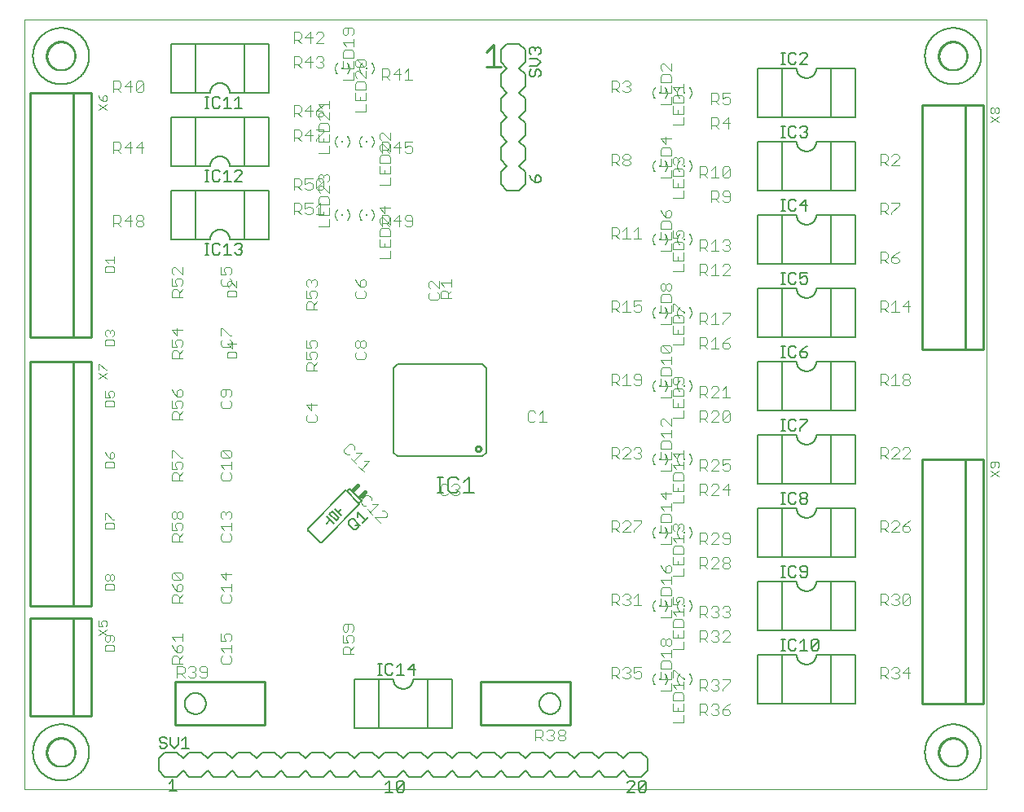
<source format=gto>
G75*
%MOIN*%
%OFA0B0*%
%FSLAX25Y25*%
%IPPOS*%
%LPD*%
%AMOC8*
5,1,8,0,0,1.08239X$1,22.5*
%
%ADD10C,0.00000*%
%ADD11C,0.00800*%
%ADD12C,0.01000*%
%ADD13C,0.00600*%
%ADD14C,0.00400*%
%ADD15C,0.00500*%
%ADD16R,0.00787X0.00787*%
%ADD17R,0.00984X0.00591*%
%ADD18C,0.00300*%
%ADD19C,0.01600*%
%ADD20R,0.01600X0.02300*%
D10*
X0008000Y0004500D02*
X0008000Y0319461D01*
X0401701Y0319461D01*
X0401701Y0004500D01*
X0008000Y0004500D01*
X0017488Y0019500D02*
X0017490Y0019648D01*
X0017496Y0019796D01*
X0017506Y0019944D01*
X0017520Y0020091D01*
X0017538Y0020238D01*
X0017559Y0020384D01*
X0017585Y0020530D01*
X0017615Y0020675D01*
X0017648Y0020819D01*
X0017686Y0020962D01*
X0017727Y0021104D01*
X0017772Y0021245D01*
X0017820Y0021385D01*
X0017873Y0021524D01*
X0017929Y0021661D01*
X0017989Y0021796D01*
X0018052Y0021930D01*
X0018119Y0022062D01*
X0018190Y0022192D01*
X0018264Y0022320D01*
X0018341Y0022446D01*
X0018422Y0022570D01*
X0018506Y0022692D01*
X0018593Y0022811D01*
X0018684Y0022928D01*
X0018778Y0023043D01*
X0018874Y0023155D01*
X0018974Y0023265D01*
X0019076Y0023371D01*
X0019182Y0023475D01*
X0019290Y0023576D01*
X0019401Y0023674D01*
X0019514Y0023770D01*
X0019630Y0023862D01*
X0019748Y0023951D01*
X0019869Y0024036D01*
X0019992Y0024119D01*
X0020117Y0024198D01*
X0020244Y0024274D01*
X0020373Y0024346D01*
X0020504Y0024415D01*
X0020637Y0024480D01*
X0020772Y0024541D01*
X0020908Y0024599D01*
X0021045Y0024654D01*
X0021184Y0024704D01*
X0021325Y0024751D01*
X0021466Y0024794D01*
X0021609Y0024834D01*
X0021753Y0024869D01*
X0021897Y0024901D01*
X0022043Y0024928D01*
X0022189Y0024952D01*
X0022336Y0024972D01*
X0022483Y0024988D01*
X0022630Y0025000D01*
X0022778Y0025008D01*
X0022926Y0025012D01*
X0023074Y0025012D01*
X0023222Y0025008D01*
X0023370Y0025000D01*
X0023517Y0024988D01*
X0023664Y0024972D01*
X0023811Y0024952D01*
X0023957Y0024928D01*
X0024103Y0024901D01*
X0024247Y0024869D01*
X0024391Y0024834D01*
X0024534Y0024794D01*
X0024675Y0024751D01*
X0024816Y0024704D01*
X0024955Y0024654D01*
X0025092Y0024599D01*
X0025228Y0024541D01*
X0025363Y0024480D01*
X0025496Y0024415D01*
X0025627Y0024346D01*
X0025756Y0024274D01*
X0025883Y0024198D01*
X0026008Y0024119D01*
X0026131Y0024036D01*
X0026252Y0023951D01*
X0026370Y0023862D01*
X0026486Y0023770D01*
X0026599Y0023674D01*
X0026710Y0023576D01*
X0026818Y0023475D01*
X0026924Y0023371D01*
X0027026Y0023265D01*
X0027126Y0023155D01*
X0027222Y0023043D01*
X0027316Y0022928D01*
X0027407Y0022811D01*
X0027494Y0022692D01*
X0027578Y0022570D01*
X0027659Y0022446D01*
X0027736Y0022320D01*
X0027810Y0022192D01*
X0027881Y0022062D01*
X0027948Y0021930D01*
X0028011Y0021796D01*
X0028071Y0021661D01*
X0028127Y0021524D01*
X0028180Y0021385D01*
X0028228Y0021245D01*
X0028273Y0021104D01*
X0028314Y0020962D01*
X0028352Y0020819D01*
X0028385Y0020675D01*
X0028415Y0020530D01*
X0028441Y0020384D01*
X0028462Y0020238D01*
X0028480Y0020091D01*
X0028494Y0019944D01*
X0028504Y0019796D01*
X0028510Y0019648D01*
X0028512Y0019500D01*
X0028510Y0019352D01*
X0028504Y0019204D01*
X0028494Y0019056D01*
X0028480Y0018909D01*
X0028462Y0018762D01*
X0028441Y0018616D01*
X0028415Y0018470D01*
X0028385Y0018325D01*
X0028352Y0018181D01*
X0028314Y0018038D01*
X0028273Y0017896D01*
X0028228Y0017755D01*
X0028180Y0017615D01*
X0028127Y0017476D01*
X0028071Y0017339D01*
X0028011Y0017204D01*
X0027948Y0017070D01*
X0027881Y0016938D01*
X0027810Y0016808D01*
X0027736Y0016680D01*
X0027659Y0016554D01*
X0027578Y0016430D01*
X0027494Y0016308D01*
X0027407Y0016189D01*
X0027316Y0016072D01*
X0027222Y0015957D01*
X0027126Y0015845D01*
X0027026Y0015735D01*
X0026924Y0015629D01*
X0026818Y0015525D01*
X0026710Y0015424D01*
X0026599Y0015326D01*
X0026486Y0015230D01*
X0026370Y0015138D01*
X0026252Y0015049D01*
X0026131Y0014964D01*
X0026008Y0014881D01*
X0025883Y0014802D01*
X0025756Y0014726D01*
X0025627Y0014654D01*
X0025496Y0014585D01*
X0025363Y0014520D01*
X0025228Y0014459D01*
X0025092Y0014401D01*
X0024955Y0014346D01*
X0024816Y0014296D01*
X0024675Y0014249D01*
X0024534Y0014206D01*
X0024391Y0014166D01*
X0024247Y0014131D01*
X0024103Y0014099D01*
X0023957Y0014072D01*
X0023811Y0014048D01*
X0023664Y0014028D01*
X0023517Y0014012D01*
X0023370Y0014000D01*
X0023222Y0013992D01*
X0023074Y0013988D01*
X0022926Y0013988D01*
X0022778Y0013992D01*
X0022630Y0014000D01*
X0022483Y0014012D01*
X0022336Y0014028D01*
X0022189Y0014048D01*
X0022043Y0014072D01*
X0021897Y0014099D01*
X0021753Y0014131D01*
X0021609Y0014166D01*
X0021466Y0014206D01*
X0021325Y0014249D01*
X0021184Y0014296D01*
X0021045Y0014346D01*
X0020908Y0014401D01*
X0020772Y0014459D01*
X0020637Y0014520D01*
X0020504Y0014585D01*
X0020373Y0014654D01*
X0020244Y0014726D01*
X0020117Y0014802D01*
X0019992Y0014881D01*
X0019869Y0014964D01*
X0019748Y0015049D01*
X0019630Y0015138D01*
X0019514Y0015230D01*
X0019401Y0015326D01*
X0019290Y0015424D01*
X0019182Y0015525D01*
X0019076Y0015629D01*
X0018974Y0015735D01*
X0018874Y0015845D01*
X0018778Y0015957D01*
X0018684Y0016072D01*
X0018593Y0016189D01*
X0018506Y0016308D01*
X0018422Y0016430D01*
X0018341Y0016554D01*
X0018264Y0016680D01*
X0018190Y0016808D01*
X0018119Y0016938D01*
X0018052Y0017070D01*
X0017989Y0017204D01*
X0017929Y0017339D01*
X0017873Y0017476D01*
X0017820Y0017615D01*
X0017772Y0017755D01*
X0017727Y0017896D01*
X0017686Y0018038D01*
X0017648Y0018181D01*
X0017615Y0018325D01*
X0017585Y0018470D01*
X0017559Y0018616D01*
X0017538Y0018762D01*
X0017520Y0018909D01*
X0017506Y0019056D01*
X0017496Y0019204D01*
X0017490Y0019352D01*
X0017488Y0019500D01*
X0017488Y0304500D02*
X0017490Y0304648D01*
X0017496Y0304796D01*
X0017506Y0304944D01*
X0017520Y0305091D01*
X0017538Y0305238D01*
X0017559Y0305384D01*
X0017585Y0305530D01*
X0017615Y0305675D01*
X0017648Y0305819D01*
X0017686Y0305962D01*
X0017727Y0306104D01*
X0017772Y0306245D01*
X0017820Y0306385D01*
X0017873Y0306524D01*
X0017929Y0306661D01*
X0017989Y0306796D01*
X0018052Y0306930D01*
X0018119Y0307062D01*
X0018190Y0307192D01*
X0018264Y0307320D01*
X0018341Y0307446D01*
X0018422Y0307570D01*
X0018506Y0307692D01*
X0018593Y0307811D01*
X0018684Y0307928D01*
X0018778Y0308043D01*
X0018874Y0308155D01*
X0018974Y0308265D01*
X0019076Y0308371D01*
X0019182Y0308475D01*
X0019290Y0308576D01*
X0019401Y0308674D01*
X0019514Y0308770D01*
X0019630Y0308862D01*
X0019748Y0308951D01*
X0019869Y0309036D01*
X0019992Y0309119D01*
X0020117Y0309198D01*
X0020244Y0309274D01*
X0020373Y0309346D01*
X0020504Y0309415D01*
X0020637Y0309480D01*
X0020772Y0309541D01*
X0020908Y0309599D01*
X0021045Y0309654D01*
X0021184Y0309704D01*
X0021325Y0309751D01*
X0021466Y0309794D01*
X0021609Y0309834D01*
X0021753Y0309869D01*
X0021897Y0309901D01*
X0022043Y0309928D01*
X0022189Y0309952D01*
X0022336Y0309972D01*
X0022483Y0309988D01*
X0022630Y0310000D01*
X0022778Y0310008D01*
X0022926Y0310012D01*
X0023074Y0310012D01*
X0023222Y0310008D01*
X0023370Y0310000D01*
X0023517Y0309988D01*
X0023664Y0309972D01*
X0023811Y0309952D01*
X0023957Y0309928D01*
X0024103Y0309901D01*
X0024247Y0309869D01*
X0024391Y0309834D01*
X0024534Y0309794D01*
X0024675Y0309751D01*
X0024816Y0309704D01*
X0024955Y0309654D01*
X0025092Y0309599D01*
X0025228Y0309541D01*
X0025363Y0309480D01*
X0025496Y0309415D01*
X0025627Y0309346D01*
X0025756Y0309274D01*
X0025883Y0309198D01*
X0026008Y0309119D01*
X0026131Y0309036D01*
X0026252Y0308951D01*
X0026370Y0308862D01*
X0026486Y0308770D01*
X0026599Y0308674D01*
X0026710Y0308576D01*
X0026818Y0308475D01*
X0026924Y0308371D01*
X0027026Y0308265D01*
X0027126Y0308155D01*
X0027222Y0308043D01*
X0027316Y0307928D01*
X0027407Y0307811D01*
X0027494Y0307692D01*
X0027578Y0307570D01*
X0027659Y0307446D01*
X0027736Y0307320D01*
X0027810Y0307192D01*
X0027881Y0307062D01*
X0027948Y0306930D01*
X0028011Y0306796D01*
X0028071Y0306661D01*
X0028127Y0306524D01*
X0028180Y0306385D01*
X0028228Y0306245D01*
X0028273Y0306104D01*
X0028314Y0305962D01*
X0028352Y0305819D01*
X0028385Y0305675D01*
X0028415Y0305530D01*
X0028441Y0305384D01*
X0028462Y0305238D01*
X0028480Y0305091D01*
X0028494Y0304944D01*
X0028504Y0304796D01*
X0028510Y0304648D01*
X0028512Y0304500D01*
X0028510Y0304352D01*
X0028504Y0304204D01*
X0028494Y0304056D01*
X0028480Y0303909D01*
X0028462Y0303762D01*
X0028441Y0303616D01*
X0028415Y0303470D01*
X0028385Y0303325D01*
X0028352Y0303181D01*
X0028314Y0303038D01*
X0028273Y0302896D01*
X0028228Y0302755D01*
X0028180Y0302615D01*
X0028127Y0302476D01*
X0028071Y0302339D01*
X0028011Y0302204D01*
X0027948Y0302070D01*
X0027881Y0301938D01*
X0027810Y0301808D01*
X0027736Y0301680D01*
X0027659Y0301554D01*
X0027578Y0301430D01*
X0027494Y0301308D01*
X0027407Y0301189D01*
X0027316Y0301072D01*
X0027222Y0300957D01*
X0027126Y0300845D01*
X0027026Y0300735D01*
X0026924Y0300629D01*
X0026818Y0300525D01*
X0026710Y0300424D01*
X0026599Y0300326D01*
X0026486Y0300230D01*
X0026370Y0300138D01*
X0026252Y0300049D01*
X0026131Y0299964D01*
X0026008Y0299881D01*
X0025883Y0299802D01*
X0025756Y0299726D01*
X0025627Y0299654D01*
X0025496Y0299585D01*
X0025363Y0299520D01*
X0025228Y0299459D01*
X0025092Y0299401D01*
X0024955Y0299346D01*
X0024816Y0299296D01*
X0024675Y0299249D01*
X0024534Y0299206D01*
X0024391Y0299166D01*
X0024247Y0299131D01*
X0024103Y0299099D01*
X0023957Y0299072D01*
X0023811Y0299048D01*
X0023664Y0299028D01*
X0023517Y0299012D01*
X0023370Y0299000D01*
X0023222Y0298992D01*
X0023074Y0298988D01*
X0022926Y0298988D01*
X0022778Y0298992D01*
X0022630Y0299000D01*
X0022483Y0299012D01*
X0022336Y0299028D01*
X0022189Y0299048D01*
X0022043Y0299072D01*
X0021897Y0299099D01*
X0021753Y0299131D01*
X0021609Y0299166D01*
X0021466Y0299206D01*
X0021325Y0299249D01*
X0021184Y0299296D01*
X0021045Y0299346D01*
X0020908Y0299401D01*
X0020772Y0299459D01*
X0020637Y0299520D01*
X0020504Y0299585D01*
X0020373Y0299654D01*
X0020244Y0299726D01*
X0020117Y0299802D01*
X0019992Y0299881D01*
X0019869Y0299964D01*
X0019748Y0300049D01*
X0019630Y0300138D01*
X0019514Y0300230D01*
X0019401Y0300326D01*
X0019290Y0300424D01*
X0019182Y0300525D01*
X0019076Y0300629D01*
X0018974Y0300735D01*
X0018874Y0300845D01*
X0018778Y0300957D01*
X0018684Y0301072D01*
X0018593Y0301189D01*
X0018506Y0301308D01*
X0018422Y0301430D01*
X0018341Y0301554D01*
X0018264Y0301680D01*
X0018190Y0301808D01*
X0018119Y0301938D01*
X0018052Y0302070D01*
X0017989Y0302204D01*
X0017929Y0302339D01*
X0017873Y0302476D01*
X0017820Y0302615D01*
X0017772Y0302755D01*
X0017727Y0302896D01*
X0017686Y0303038D01*
X0017648Y0303181D01*
X0017615Y0303325D01*
X0017585Y0303470D01*
X0017559Y0303616D01*
X0017538Y0303762D01*
X0017520Y0303909D01*
X0017506Y0304056D01*
X0017496Y0304204D01*
X0017490Y0304352D01*
X0017488Y0304500D01*
X0382488Y0304500D02*
X0382490Y0304648D01*
X0382496Y0304796D01*
X0382506Y0304944D01*
X0382520Y0305091D01*
X0382538Y0305238D01*
X0382559Y0305384D01*
X0382585Y0305530D01*
X0382615Y0305675D01*
X0382648Y0305819D01*
X0382686Y0305962D01*
X0382727Y0306104D01*
X0382772Y0306245D01*
X0382820Y0306385D01*
X0382873Y0306524D01*
X0382929Y0306661D01*
X0382989Y0306796D01*
X0383052Y0306930D01*
X0383119Y0307062D01*
X0383190Y0307192D01*
X0383264Y0307320D01*
X0383341Y0307446D01*
X0383422Y0307570D01*
X0383506Y0307692D01*
X0383593Y0307811D01*
X0383684Y0307928D01*
X0383778Y0308043D01*
X0383874Y0308155D01*
X0383974Y0308265D01*
X0384076Y0308371D01*
X0384182Y0308475D01*
X0384290Y0308576D01*
X0384401Y0308674D01*
X0384514Y0308770D01*
X0384630Y0308862D01*
X0384748Y0308951D01*
X0384869Y0309036D01*
X0384992Y0309119D01*
X0385117Y0309198D01*
X0385244Y0309274D01*
X0385373Y0309346D01*
X0385504Y0309415D01*
X0385637Y0309480D01*
X0385772Y0309541D01*
X0385908Y0309599D01*
X0386045Y0309654D01*
X0386184Y0309704D01*
X0386325Y0309751D01*
X0386466Y0309794D01*
X0386609Y0309834D01*
X0386753Y0309869D01*
X0386897Y0309901D01*
X0387043Y0309928D01*
X0387189Y0309952D01*
X0387336Y0309972D01*
X0387483Y0309988D01*
X0387630Y0310000D01*
X0387778Y0310008D01*
X0387926Y0310012D01*
X0388074Y0310012D01*
X0388222Y0310008D01*
X0388370Y0310000D01*
X0388517Y0309988D01*
X0388664Y0309972D01*
X0388811Y0309952D01*
X0388957Y0309928D01*
X0389103Y0309901D01*
X0389247Y0309869D01*
X0389391Y0309834D01*
X0389534Y0309794D01*
X0389675Y0309751D01*
X0389816Y0309704D01*
X0389955Y0309654D01*
X0390092Y0309599D01*
X0390228Y0309541D01*
X0390363Y0309480D01*
X0390496Y0309415D01*
X0390627Y0309346D01*
X0390756Y0309274D01*
X0390883Y0309198D01*
X0391008Y0309119D01*
X0391131Y0309036D01*
X0391252Y0308951D01*
X0391370Y0308862D01*
X0391486Y0308770D01*
X0391599Y0308674D01*
X0391710Y0308576D01*
X0391818Y0308475D01*
X0391924Y0308371D01*
X0392026Y0308265D01*
X0392126Y0308155D01*
X0392222Y0308043D01*
X0392316Y0307928D01*
X0392407Y0307811D01*
X0392494Y0307692D01*
X0392578Y0307570D01*
X0392659Y0307446D01*
X0392736Y0307320D01*
X0392810Y0307192D01*
X0392881Y0307062D01*
X0392948Y0306930D01*
X0393011Y0306796D01*
X0393071Y0306661D01*
X0393127Y0306524D01*
X0393180Y0306385D01*
X0393228Y0306245D01*
X0393273Y0306104D01*
X0393314Y0305962D01*
X0393352Y0305819D01*
X0393385Y0305675D01*
X0393415Y0305530D01*
X0393441Y0305384D01*
X0393462Y0305238D01*
X0393480Y0305091D01*
X0393494Y0304944D01*
X0393504Y0304796D01*
X0393510Y0304648D01*
X0393512Y0304500D01*
X0393510Y0304352D01*
X0393504Y0304204D01*
X0393494Y0304056D01*
X0393480Y0303909D01*
X0393462Y0303762D01*
X0393441Y0303616D01*
X0393415Y0303470D01*
X0393385Y0303325D01*
X0393352Y0303181D01*
X0393314Y0303038D01*
X0393273Y0302896D01*
X0393228Y0302755D01*
X0393180Y0302615D01*
X0393127Y0302476D01*
X0393071Y0302339D01*
X0393011Y0302204D01*
X0392948Y0302070D01*
X0392881Y0301938D01*
X0392810Y0301808D01*
X0392736Y0301680D01*
X0392659Y0301554D01*
X0392578Y0301430D01*
X0392494Y0301308D01*
X0392407Y0301189D01*
X0392316Y0301072D01*
X0392222Y0300957D01*
X0392126Y0300845D01*
X0392026Y0300735D01*
X0391924Y0300629D01*
X0391818Y0300525D01*
X0391710Y0300424D01*
X0391599Y0300326D01*
X0391486Y0300230D01*
X0391370Y0300138D01*
X0391252Y0300049D01*
X0391131Y0299964D01*
X0391008Y0299881D01*
X0390883Y0299802D01*
X0390756Y0299726D01*
X0390627Y0299654D01*
X0390496Y0299585D01*
X0390363Y0299520D01*
X0390228Y0299459D01*
X0390092Y0299401D01*
X0389955Y0299346D01*
X0389816Y0299296D01*
X0389675Y0299249D01*
X0389534Y0299206D01*
X0389391Y0299166D01*
X0389247Y0299131D01*
X0389103Y0299099D01*
X0388957Y0299072D01*
X0388811Y0299048D01*
X0388664Y0299028D01*
X0388517Y0299012D01*
X0388370Y0299000D01*
X0388222Y0298992D01*
X0388074Y0298988D01*
X0387926Y0298988D01*
X0387778Y0298992D01*
X0387630Y0299000D01*
X0387483Y0299012D01*
X0387336Y0299028D01*
X0387189Y0299048D01*
X0387043Y0299072D01*
X0386897Y0299099D01*
X0386753Y0299131D01*
X0386609Y0299166D01*
X0386466Y0299206D01*
X0386325Y0299249D01*
X0386184Y0299296D01*
X0386045Y0299346D01*
X0385908Y0299401D01*
X0385772Y0299459D01*
X0385637Y0299520D01*
X0385504Y0299585D01*
X0385373Y0299654D01*
X0385244Y0299726D01*
X0385117Y0299802D01*
X0384992Y0299881D01*
X0384869Y0299964D01*
X0384748Y0300049D01*
X0384630Y0300138D01*
X0384514Y0300230D01*
X0384401Y0300326D01*
X0384290Y0300424D01*
X0384182Y0300525D01*
X0384076Y0300629D01*
X0383974Y0300735D01*
X0383874Y0300845D01*
X0383778Y0300957D01*
X0383684Y0301072D01*
X0383593Y0301189D01*
X0383506Y0301308D01*
X0383422Y0301430D01*
X0383341Y0301554D01*
X0383264Y0301680D01*
X0383190Y0301808D01*
X0383119Y0301938D01*
X0383052Y0302070D01*
X0382989Y0302204D01*
X0382929Y0302339D01*
X0382873Y0302476D01*
X0382820Y0302615D01*
X0382772Y0302755D01*
X0382727Y0302896D01*
X0382686Y0303038D01*
X0382648Y0303181D01*
X0382615Y0303325D01*
X0382585Y0303470D01*
X0382559Y0303616D01*
X0382538Y0303762D01*
X0382520Y0303909D01*
X0382506Y0304056D01*
X0382496Y0304204D01*
X0382490Y0304352D01*
X0382488Y0304500D01*
X0382488Y0019500D02*
X0382490Y0019648D01*
X0382496Y0019796D01*
X0382506Y0019944D01*
X0382520Y0020091D01*
X0382538Y0020238D01*
X0382559Y0020384D01*
X0382585Y0020530D01*
X0382615Y0020675D01*
X0382648Y0020819D01*
X0382686Y0020962D01*
X0382727Y0021104D01*
X0382772Y0021245D01*
X0382820Y0021385D01*
X0382873Y0021524D01*
X0382929Y0021661D01*
X0382989Y0021796D01*
X0383052Y0021930D01*
X0383119Y0022062D01*
X0383190Y0022192D01*
X0383264Y0022320D01*
X0383341Y0022446D01*
X0383422Y0022570D01*
X0383506Y0022692D01*
X0383593Y0022811D01*
X0383684Y0022928D01*
X0383778Y0023043D01*
X0383874Y0023155D01*
X0383974Y0023265D01*
X0384076Y0023371D01*
X0384182Y0023475D01*
X0384290Y0023576D01*
X0384401Y0023674D01*
X0384514Y0023770D01*
X0384630Y0023862D01*
X0384748Y0023951D01*
X0384869Y0024036D01*
X0384992Y0024119D01*
X0385117Y0024198D01*
X0385244Y0024274D01*
X0385373Y0024346D01*
X0385504Y0024415D01*
X0385637Y0024480D01*
X0385772Y0024541D01*
X0385908Y0024599D01*
X0386045Y0024654D01*
X0386184Y0024704D01*
X0386325Y0024751D01*
X0386466Y0024794D01*
X0386609Y0024834D01*
X0386753Y0024869D01*
X0386897Y0024901D01*
X0387043Y0024928D01*
X0387189Y0024952D01*
X0387336Y0024972D01*
X0387483Y0024988D01*
X0387630Y0025000D01*
X0387778Y0025008D01*
X0387926Y0025012D01*
X0388074Y0025012D01*
X0388222Y0025008D01*
X0388370Y0025000D01*
X0388517Y0024988D01*
X0388664Y0024972D01*
X0388811Y0024952D01*
X0388957Y0024928D01*
X0389103Y0024901D01*
X0389247Y0024869D01*
X0389391Y0024834D01*
X0389534Y0024794D01*
X0389675Y0024751D01*
X0389816Y0024704D01*
X0389955Y0024654D01*
X0390092Y0024599D01*
X0390228Y0024541D01*
X0390363Y0024480D01*
X0390496Y0024415D01*
X0390627Y0024346D01*
X0390756Y0024274D01*
X0390883Y0024198D01*
X0391008Y0024119D01*
X0391131Y0024036D01*
X0391252Y0023951D01*
X0391370Y0023862D01*
X0391486Y0023770D01*
X0391599Y0023674D01*
X0391710Y0023576D01*
X0391818Y0023475D01*
X0391924Y0023371D01*
X0392026Y0023265D01*
X0392126Y0023155D01*
X0392222Y0023043D01*
X0392316Y0022928D01*
X0392407Y0022811D01*
X0392494Y0022692D01*
X0392578Y0022570D01*
X0392659Y0022446D01*
X0392736Y0022320D01*
X0392810Y0022192D01*
X0392881Y0022062D01*
X0392948Y0021930D01*
X0393011Y0021796D01*
X0393071Y0021661D01*
X0393127Y0021524D01*
X0393180Y0021385D01*
X0393228Y0021245D01*
X0393273Y0021104D01*
X0393314Y0020962D01*
X0393352Y0020819D01*
X0393385Y0020675D01*
X0393415Y0020530D01*
X0393441Y0020384D01*
X0393462Y0020238D01*
X0393480Y0020091D01*
X0393494Y0019944D01*
X0393504Y0019796D01*
X0393510Y0019648D01*
X0393512Y0019500D01*
X0393510Y0019352D01*
X0393504Y0019204D01*
X0393494Y0019056D01*
X0393480Y0018909D01*
X0393462Y0018762D01*
X0393441Y0018616D01*
X0393415Y0018470D01*
X0393385Y0018325D01*
X0393352Y0018181D01*
X0393314Y0018038D01*
X0393273Y0017896D01*
X0393228Y0017755D01*
X0393180Y0017615D01*
X0393127Y0017476D01*
X0393071Y0017339D01*
X0393011Y0017204D01*
X0392948Y0017070D01*
X0392881Y0016938D01*
X0392810Y0016808D01*
X0392736Y0016680D01*
X0392659Y0016554D01*
X0392578Y0016430D01*
X0392494Y0016308D01*
X0392407Y0016189D01*
X0392316Y0016072D01*
X0392222Y0015957D01*
X0392126Y0015845D01*
X0392026Y0015735D01*
X0391924Y0015629D01*
X0391818Y0015525D01*
X0391710Y0015424D01*
X0391599Y0015326D01*
X0391486Y0015230D01*
X0391370Y0015138D01*
X0391252Y0015049D01*
X0391131Y0014964D01*
X0391008Y0014881D01*
X0390883Y0014802D01*
X0390756Y0014726D01*
X0390627Y0014654D01*
X0390496Y0014585D01*
X0390363Y0014520D01*
X0390228Y0014459D01*
X0390092Y0014401D01*
X0389955Y0014346D01*
X0389816Y0014296D01*
X0389675Y0014249D01*
X0389534Y0014206D01*
X0389391Y0014166D01*
X0389247Y0014131D01*
X0389103Y0014099D01*
X0388957Y0014072D01*
X0388811Y0014048D01*
X0388664Y0014028D01*
X0388517Y0014012D01*
X0388370Y0014000D01*
X0388222Y0013992D01*
X0388074Y0013988D01*
X0387926Y0013988D01*
X0387778Y0013992D01*
X0387630Y0014000D01*
X0387483Y0014012D01*
X0387336Y0014028D01*
X0387189Y0014048D01*
X0387043Y0014072D01*
X0386897Y0014099D01*
X0386753Y0014131D01*
X0386609Y0014166D01*
X0386466Y0014206D01*
X0386325Y0014249D01*
X0386184Y0014296D01*
X0386045Y0014346D01*
X0385908Y0014401D01*
X0385772Y0014459D01*
X0385637Y0014520D01*
X0385504Y0014585D01*
X0385373Y0014654D01*
X0385244Y0014726D01*
X0385117Y0014802D01*
X0384992Y0014881D01*
X0384869Y0014964D01*
X0384748Y0015049D01*
X0384630Y0015138D01*
X0384514Y0015230D01*
X0384401Y0015326D01*
X0384290Y0015424D01*
X0384182Y0015525D01*
X0384076Y0015629D01*
X0383974Y0015735D01*
X0383874Y0015845D01*
X0383778Y0015957D01*
X0383684Y0016072D01*
X0383593Y0016189D01*
X0383506Y0016308D01*
X0383422Y0016430D01*
X0383341Y0016554D01*
X0383264Y0016680D01*
X0383190Y0016808D01*
X0383119Y0016938D01*
X0383052Y0017070D01*
X0382989Y0017204D01*
X0382929Y0017339D01*
X0382873Y0017476D01*
X0382820Y0017615D01*
X0382772Y0017755D01*
X0382727Y0017896D01*
X0382686Y0018038D01*
X0382648Y0018181D01*
X0382615Y0018325D01*
X0382585Y0018470D01*
X0382559Y0018616D01*
X0382538Y0018762D01*
X0382520Y0018909D01*
X0382506Y0019056D01*
X0382496Y0019204D01*
X0382490Y0019352D01*
X0382488Y0019500D01*
D11*
X0382094Y0019500D02*
X0382096Y0019653D01*
X0382102Y0019807D01*
X0382112Y0019960D01*
X0382126Y0020112D01*
X0382144Y0020265D01*
X0382166Y0020416D01*
X0382191Y0020567D01*
X0382221Y0020718D01*
X0382255Y0020868D01*
X0382292Y0021016D01*
X0382333Y0021164D01*
X0382378Y0021310D01*
X0382427Y0021456D01*
X0382480Y0021600D01*
X0382536Y0021742D01*
X0382596Y0021883D01*
X0382660Y0022023D01*
X0382727Y0022161D01*
X0382798Y0022297D01*
X0382873Y0022431D01*
X0382950Y0022563D01*
X0383032Y0022693D01*
X0383116Y0022821D01*
X0383204Y0022947D01*
X0383295Y0023070D01*
X0383389Y0023191D01*
X0383487Y0023309D01*
X0383587Y0023425D01*
X0383691Y0023538D01*
X0383797Y0023649D01*
X0383906Y0023757D01*
X0384018Y0023862D01*
X0384132Y0023963D01*
X0384250Y0024062D01*
X0384369Y0024158D01*
X0384491Y0024251D01*
X0384616Y0024340D01*
X0384743Y0024427D01*
X0384872Y0024509D01*
X0385003Y0024589D01*
X0385136Y0024665D01*
X0385271Y0024738D01*
X0385408Y0024807D01*
X0385547Y0024872D01*
X0385687Y0024934D01*
X0385829Y0024992D01*
X0385972Y0025047D01*
X0386117Y0025098D01*
X0386263Y0025145D01*
X0386410Y0025188D01*
X0386558Y0025227D01*
X0386707Y0025263D01*
X0386857Y0025294D01*
X0387008Y0025322D01*
X0387159Y0025346D01*
X0387312Y0025366D01*
X0387464Y0025382D01*
X0387617Y0025394D01*
X0387770Y0025402D01*
X0387923Y0025406D01*
X0388077Y0025406D01*
X0388230Y0025402D01*
X0388383Y0025394D01*
X0388536Y0025382D01*
X0388688Y0025366D01*
X0388841Y0025346D01*
X0388992Y0025322D01*
X0389143Y0025294D01*
X0389293Y0025263D01*
X0389442Y0025227D01*
X0389590Y0025188D01*
X0389737Y0025145D01*
X0389883Y0025098D01*
X0390028Y0025047D01*
X0390171Y0024992D01*
X0390313Y0024934D01*
X0390453Y0024872D01*
X0390592Y0024807D01*
X0390729Y0024738D01*
X0390864Y0024665D01*
X0390997Y0024589D01*
X0391128Y0024509D01*
X0391257Y0024427D01*
X0391384Y0024340D01*
X0391509Y0024251D01*
X0391631Y0024158D01*
X0391750Y0024062D01*
X0391868Y0023963D01*
X0391982Y0023862D01*
X0392094Y0023757D01*
X0392203Y0023649D01*
X0392309Y0023538D01*
X0392413Y0023425D01*
X0392513Y0023309D01*
X0392611Y0023191D01*
X0392705Y0023070D01*
X0392796Y0022947D01*
X0392884Y0022821D01*
X0392968Y0022693D01*
X0393050Y0022563D01*
X0393127Y0022431D01*
X0393202Y0022297D01*
X0393273Y0022161D01*
X0393340Y0022023D01*
X0393404Y0021883D01*
X0393464Y0021742D01*
X0393520Y0021600D01*
X0393573Y0021456D01*
X0393622Y0021310D01*
X0393667Y0021164D01*
X0393708Y0021016D01*
X0393745Y0020868D01*
X0393779Y0020718D01*
X0393809Y0020567D01*
X0393834Y0020416D01*
X0393856Y0020265D01*
X0393874Y0020112D01*
X0393888Y0019960D01*
X0393898Y0019807D01*
X0393904Y0019653D01*
X0393906Y0019500D01*
X0393904Y0019347D01*
X0393898Y0019193D01*
X0393888Y0019040D01*
X0393874Y0018888D01*
X0393856Y0018735D01*
X0393834Y0018584D01*
X0393809Y0018433D01*
X0393779Y0018282D01*
X0393745Y0018132D01*
X0393708Y0017984D01*
X0393667Y0017836D01*
X0393622Y0017690D01*
X0393573Y0017544D01*
X0393520Y0017400D01*
X0393464Y0017258D01*
X0393404Y0017117D01*
X0393340Y0016977D01*
X0393273Y0016839D01*
X0393202Y0016703D01*
X0393127Y0016569D01*
X0393050Y0016437D01*
X0392968Y0016307D01*
X0392884Y0016179D01*
X0392796Y0016053D01*
X0392705Y0015930D01*
X0392611Y0015809D01*
X0392513Y0015691D01*
X0392413Y0015575D01*
X0392309Y0015462D01*
X0392203Y0015351D01*
X0392094Y0015243D01*
X0391982Y0015138D01*
X0391868Y0015037D01*
X0391750Y0014938D01*
X0391631Y0014842D01*
X0391509Y0014749D01*
X0391384Y0014660D01*
X0391257Y0014573D01*
X0391128Y0014491D01*
X0390997Y0014411D01*
X0390864Y0014335D01*
X0390729Y0014262D01*
X0390592Y0014193D01*
X0390453Y0014128D01*
X0390313Y0014066D01*
X0390171Y0014008D01*
X0390028Y0013953D01*
X0389883Y0013902D01*
X0389737Y0013855D01*
X0389590Y0013812D01*
X0389442Y0013773D01*
X0389293Y0013737D01*
X0389143Y0013706D01*
X0388992Y0013678D01*
X0388841Y0013654D01*
X0388688Y0013634D01*
X0388536Y0013618D01*
X0388383Y0013606D01*
X0388230Y0013598D01*
X0388077Y0013594D01*
X0387923Y0013594D01*
X0387770Y0013598D01*
X0387617Y0013606D01*
X0387464Y0013618D01*
X0387312Y0013634D01*
X0387159Y0013654D01*
X0387008Y0013678D01*
X0386857Y0013706D01*
X0386707Y0013737D01*
X0386558Y0013773D01*
X0386410Y0013812D01*
X0386263Y0013855D01*
X0386117Y0013902D01*
X0385972Y0013953D01*
X0385829Y0014008D01*
X0385687Y0014066D01*
X0385547Y0014128D01*
X0385408Y0014193D01*
X0385271Y0014262D01*
X0385136Y0014335D01*
X0385003Y0014411D01*
X0384872Y0014491D01*
X0384743Y0014573D01*
X0384616Y0014660D01*
X0384491Y0014749D01*
X0384369Y0014842D01*
X0384250Y0014938D01*
X0384132Y0015037D01*
X0384018Y0015138D01*
X0383906Y0015243D01*
X0383797Y0015351D01*
X0383691Y0015462D01*
X0383587Y0015575D01*
X0383487Y0015691D01*
X0383389Y0015809D01*
X0383295Y0015930D01*
X0383204Y0016053D01*
X0383116Y0016179D01*
X0383032Y0016307D01*
X0382950Y0016437D01*
X0382873Y0016569D01*
X0382798Y0016703D01*
X0382727Y0016839D01*
X0382660Y0016977D01*
X0382596Y0017117D01*
X0382536Y0017258D01*
X0382480Y0017400D01*
X0382427Y0017544D01*
X0382378Y0017690D01*
X0382333Y0017836D01*
X0382292Y0017984D01*
X0382255Y0018132D01*
X0382221Y0018282D01*
X0382191Y0018433D01*
X0382166Y0018584D01*
X0382144Y0018735D01*
X0382126Y0018888D01*
X0382112Y0019040D01*
X0382102Y0019193D01*
X0382096Y0019347D01*
X0382094Y0019500D01*
X0196898Y0142177D02*
X0196898Y0176823D01*
X0195323Y0178398D01*
X0160677Y0178398D01*
X0159102Y0176823D01*
X0159102Y0142177D01*
X0160677Y0140602D01*
X0195323Y0140602D01*
X0196898Y0142177D01*
X0017094Y0019500D02*
X0017096Y0019653D01*
X0017102Y0019807D01*
X0017112Y0019960D01*
X0017126Y0020112D01*
X0017144Y0020265D01*
X0017166Y0020416D01*
X0017191Y0020567D01*
X0017221Y0020718D01*
X0017255Y0020868D01*
X0017292Y0021016D01*
X0017333Y0021164D01*
X0017378Y0021310D01*
X0017427Y0021456D01*
X0017480Y0021600D01*
X0017536Y0021742D01*
X0017596Y0021883D01*
X0017660Y0022023D01*
X0017727Y0022161D01*
X0017798Y0022297D01*
X0017873Y0022431D01*
X0017950Y0022563D01*
X0018032Y0022693D01*
X0018116Y0022821D01*
X0018204Y0022947D01*
X0018295Y0023070D01*
X0018389Y0023191D01*
X0018487Y0023309D01*
X0018587Y0023425D01*
X0018691Y0023538D01*
X0018797Y0023649D01*
X0018906Y0023757D01*
X0019018Y0023862D01*
X0019132Y0023963D01*
X0019250Y0024062D01*
X0019369Y0024158D01*
X0019491Y0024251D01*
X0019616Y0024340D01*
X0019743Y0024427D01*
X0019872Y0024509D01*
X0020003Y0024589D01*
X0020136Y0024665D01*
X0020271Y0024738D01*
X0020408Y0024807D01*
X0020547Y0024872D01*
X0020687Y0024934D01*
X0020829Y0024992D01*
X0020972Y0025047D01*
X0021117Y0025098D01*
X0021263Y0025145D01*
X0021410Y0025188D01*
X0021558Y0025227D01*
X0021707Y0025263D01*
X0021857Y0025294D01*
X0022008Y0025322D01*
X0022159Y0025346D01*
X0022312Y0025366D01*
X0022464Y0025382D01*
X0022617Y0025394D01*
X0022770Y0025402D01*
X0022923Y0025406D01*
X0023077Y0025406D01*
X0023230Y0025402D01*
X0023383Y0025394D01*
X0023536Y0025382D01*
X0023688Y0025366D01*
X0023841Y0025346D01*
X0023992Y0025322D01*
X0024143Y0025294D01*
X0024293Y0025263D01*
X0024442Y0025227D01*
X0024590Y0025188D01*
X0024737Y0025145D01*
X0024883Y0025098D01*
X0025028Y0025047D01*
X0025171Y0024992D01*
X0025313Y0024934D01*
X0025453Y0024872D01*
X0025592Y0024807D01*
X0025729Y0024738D01*
X0025864Y0024665D01*
X0025997Y0024589D01*
X0026128Y0024509D01*
X0026257Y0024427D01*
X0026384Y0024340D01*
X0026509Y0024251D01*
X0026631Y0024158D01*
X0026750Y0024062D01*
X0026868Y0023963D01*
X0026982Y0023862D01*
X0027094Y0023757D01*
X0027203Y0023649D01*
X0027309Y0023538D01*
X0027413Y0023425D01*
X0027513Y0023309D01*
X0027611Y0023191D01*
X0027705Y0023070D01*
X0027796Y0022947D01*
X0027884Y0022821D01*
X0027968Y0022693D01*
X0028050Y0022563D01*
X0028127Y0022431D01*
X0028202Y0022297D01*
X0028273Y0022161D01*
X0028340Y0022023D01*
X0028404Y0021883D01*
X0028464Y0021742D01*
X0028520Y0021600D01*
X0028573Y0021456D01*
X0028622Y0021310D01*
X0028667Y0021164D01*
X0028708Y0021016D01*
X0028745Y0020868D01*
X0028779Y0020718D01*
X0028809Y0020567D01*
X0028834Y0020416D01*
X0028856Y0020265D01*
X0028874Y0020112D01*
X0028888Y0019960D01*
X0028898Y0019807D01*
X0028904Y0019653D01*
X0028906Y0019500D01*
X0028904Y0019347D01*
X0028898Y0019193D01*
X0028888Y0019040D01*
X0028874Y0018888D01*
X0028856Y0018735D01*
X0028834Y0018584D01*
X0028809Y0018433D01*
X0028779Y0018282D01*
X0028745Y0018132D01*
X0028708Y0017984D01*
X0028667Y0017836D01*
X0028622Y0017690D01*
X0028573Y0017544D01*
X0028520Y0017400D01*
X0028464Y0017258D01*
X0028404Y0017117D01*
X0028340Y0016977D01*
X0028273Y0016839D01*
X0028202Y0016703D01*
X0028127Y0016569D01*
X0028050Y0016437D01*
X0027968Y0016307D01*
X0027884Y0016179D01*
X0027796Y0016053D01*
X0027705Y0015930D01*
X0027611Y0015809D01*
X0027513Y0015691D01*
X0027413Y0015575D01*
X0027309Y0015462D01*
X0027203Y0015351D01*
X0027094Y0015243D01*
X0026982Y0015138D01*
X0026868Y0015037D01*
X0026750Y0014938D01*
X0026631Y0014842D01*
X0026509Y0014749D01*
X0026384Y0014660D01*
X0026257Y0014573D01*
X0026128Y0014491D01*
X0025997Y0014411D01*
X0025864Y0014335D01*
X0025729Y0014262D01*
X0025592Y0014193D01*
X0025453Y0014128D01*
X0025313Y0014066D01*
X0025171Y0014008D01*
X0025028Y0013953D01*
X0024883Y0013902D01*
X0024737Y0013855D01*
X0024590Y0013812D01*
X0024442Y0013773D01*
X0024293Y0013737D01*
X0024143Y0013706D01*
X0023992Y0013678D01*
X0023841Y0013654D01*
X0023688Y0013634D01*
X0023536Y0013618D01*
X0023383Y0013606D01*
X0023230Y0013598D01*
X0023077Y0013594D01*
X0022923Y0013594D01*
X0022770Y0013598D01*
X0022617Y0013606D01*
X0022464Y0013618D01*
X0022312Y0013634D01*
X0022159Y0013654D01*
X0022008Y0013678D01*
X0021857Y0013706D01*
X0021707Y0013737D01*
X0021558Y0013773D01*
X0021410Y0013812D01*
X0021263Y0013855D01*
X0021117Y0013902D01*
X0020972Y0013953D01*
X0020829Y0014008D01*
X0020687Y0014066D01*
X0020547Y0014128D01*
X0020408Y0014193D01*
X0020271Y0014262D01*
X0020136Y0014335D01*
X0020003Y0014411D01*
X0019872Y0014491D01*
X0019743Y0014573D01*
X0019616Y0014660D01*
X0019491Y0014749D01*
X0019369Y0014842D01*
X0019250Y0014938D01*
X0019132Y0015037D01*
X0019018Y0015138D01*
X0018906Y0015243D01*
X0018797Y0015351D01*
X0018691Y0015462D01*
X0018587Y0015575D01*
X0018487Y0015691D01*
X0018389Y0015809D01*
X0018295Y0015930D01*
X0018204Y0016053D01*
X0018116Y0016179D01*
X0018032Y0016307D01*
X0017950Y0016437D01*
X0017873Y0016569D01*
X0017798Y0016703D01*
X0017727Y0016839D01*
X0017660Y0016977D01*
X0017596Y0017117D01*
X0017536Y0017258D01*
X0017480Y0017400D01*
X0017427Y0017544D01*
X0017378Y0017690D01*
X0017333Y0017836D01*
X0017292Y0017984D01*
X0017255Y0018132D01*
X0017221Y0018282D01*
X0017191Y0018433D01*
X0017166Y0018584D01*
X0017144Y0018735D01*
X0017126Y0018888D01*
X0017112Y0019040D01*
X0017102Y0019193D01*
X0017096Y0019347D01*
X0017094Y0019500D01*
X0017094Y0304500D02*
X0017096Y0304653D01*
X0017102Y0304807D01*
X0017112Y0304960D01*
X0017126Y0305112D01*
X0017144Y0305265D01*
X0017166Y0305416D01*
X0017191Y0305567D01*
X0017221Y0305718D01*
X0017255Y0305868D01*
X0017292Y0306016D01*
X0017333Y0306164D01*
X0017378Y0306310D01*
X0017427Y0306456D01*
X0017480Y0306600D01*
X0017536Y0306742D01*
X0017596Y0306883D01*
X0017660Y0307023D01*
X0017727Y0307161D01*
X0017798Y0307297D01*
X0017873Y0307431D01*
X0017950Y0307563D01*
X0018032Y0307693D01*
X0018116Y0307821D01*
X0018204Y0307947D01*
X0018295Y0308070D01*
X0018389Y0308191D01*
X0018487Y0308309D01*
X0018587Y0308425D01*
X0018691Y0308538D01*
X0018797Y0308649D01*
X0018906Y0308757D01*
X0019018Y0308862D01*
X0019132Y0308963D01*
X0019250Y0309062D01*
X0019369Y0309158D01*
X0019491Y0309251D01*
X0019616Y0309340D01*
X0019743Y0309427D01*
X0019872Y0309509D01*
X0020003Y0309589D01*
X0020136Y0309665D01*
X0020271Y0309738D01*
X0020408Y0309807D01*
X0020547Y0309872D01*
X0020687Y0309934D01*
X0020829Y0309992D01*
X0020972Y0310047D01*
X0021117Y0310098D01*
X0021263Y0310145D01*
X0021410Y0310188D01*
X0021558Y0310227D01*
X0021707Y0310263D01*
X0021857Y0310294D01*
X0022008Y0310322D01*
X0022159Y0310346D01*
X0022312Y0310366D01*
X0022464Y0310382D01*
X0022617Y0310394D01*
X0022770Y0310402D01*
X0022923Y0310406D01*
X0023077Y0310406D01*
X0023230Y0310402D01*
X0023383Y0310394D01*
X0023536Y0310382D01*
X0023688Y0310366D01*
X0023841Y0310346D01*
X0023992Y0310322D01*
X0024143Y0310294D01*
X0024293Y0310263D01*
X0024442Y0310227D01*
X0024590Y0310188D01*
X0024737Y0310145D01*
X0024883Y0310098D01*
X0025028Y0310047D01*
X0025171Y0309992D01*
X0025313Y0309934D01*
X0025453Y0309872D01*
X0025592Y0309807D01*
X0025729Y0309738D01*
X0025864Y0309665D01*
X0025997Y0309589D01*
X0026128Y0309509D01*
X0026257Y0309427D01*
X0026384Y0309340D01*
X0026509Y0309251D01*
X0026631Y0309158D01*
X0026750Y0309062D01*
X0026868Y0308963D01*
X0026982Y0308862D01*
X0027094Y0308757D01*
X0027203Y0308649D01*
X0027309Y0308538D01*
X0027413Y0308425D01*
X0027513Y0308309D01*
X0027611Y0308191D01*
X0027705Y0308070D01*
X0027796Y0307947D01*
X0027884Y0307821D01*
X0027968Y0307693D01*
X0028050Y0307563D01*
X0028127Y0307431D01*
X0028202Y0307297D01*
X0028273Y0307161D01*
X0028340Y0307023D01*
X0028404Y0306883D01*
X0028464Y0306742D01*
X0028520Y0306600D01*
X0028573Y0306456D01*
X0028622Y0306310D01*
X0028667Y0306164D01*
X0028708Y0306016D01*
X0028745Y0305868D01*
X0028779Y0305718D01*
X0028809Y0305567D01*
X0028834Y0305416D01*
X0028856Y0305265D01*
X0028874Y0305112D01*
X0028888Y0304960D01*
X0028898Y0304807D01*
X0028904Y0304653D01*
X0028906Y0304500D01*
X0028904Y0304347D01*
X0028898Y0304193D01*
X0028888Y0304040D01*
X0028874Y0303888D01*
X0028856Y0303735D01*
X0028834Y0303584D01*
X0028809Y0303433D01*
X0028779Y0303282D01*
X0028745Y0303132D01*
X0028708Y0302984D01*
X0028667Y0302836D01*
X0028622Y0302690D01*
X0028573Y0302544D01*
X0028520Y0302400D01*
X0028464Y0302258D01*
X0028404Y0302117D01*
X0028340Y0301977D01*
X0028273Y0301839D01*
X0028202Y0301703D01*
X0028127Y0301569D01*
X0028050Y0301437D01*
X0027968Y0301307D01*
X0027884Y0301179D01*
X0027796Y0301053D01*
X0027705Y0300930D01*
X0027611Y0300809D01*
X0027513Y0300691D01*
X0027413Y0300575D01*
X0027309Y0300462D01*
X0027203Y0300351D01*
X0027094Y0300243D01*
X0026982Y0300138D01*
X0026868Y0300037D01*
X0026750Y0299938D01*
X0026631Y0299842D01*
X0026509Y0299749D01*
X0026384Y0299660D01*
X0026257Y0299573D01*
X0026128Y0299491D01*
X0025997Y0299411D01*
X0025864Y0299335D01*
X0025729Y0299262D01*
X0025592Y0299193D01*
X0025453Y0299128D01*
X0025313Y0299066D01*
X0025171Y0299008D01*
X0025028Y0298953D01*
X0024883Y0298902D01*
X0024737Y0298855D01*
X0024590Y0298812D01*
X0024442Y0298773D01*
X0024293Y0298737D01*
X0024143Y0298706D01*
X0023992Y0298678D01*
X0023841Y0298654D01*
X0023688Y0298634D01*
X0023536Y0298618D01*
X0023383Y0298606D01*
X0023230Y0298598D01*
X0023077Y0298594D01*
X0022923Y0298594D01*
X0022770Y0298598D01*
X0022617Y0298606D01*
X0022464Y0298618D01*
X0022312Y0298634D01*
X0022159Y0298654D01*
X0022008Y0298678D01*
X0021857Y0298706D01*
X0021707Y0298737D01*
X0021558Y0298773D01*
X0021410Y0298812D01*
X0021263Y0298855D01*
X0021117Y0298902D01*
X0020972Y0298953D01*
X0020829Y0299008D01*
X0020687Y0299066D01*
X0020547Y0299128D01*
X0020408Y0299193D01*
X0020271Y0299262D01*
X0020136Y0299335D01*
X0020003Y0299411D01*
X0019872Y0299491D01*
X0019743Y0299573D01*
X0019616Y0299660D01*
X0019491Y0299749D01*
X0019369Y0299842D01*
X0019250Y0299938D01*
X0019132Y0300037D01*
X0019018Y0300138D01*
X0018906Y0300243D01*
X0018797Y0300351D01*
X0018691Y0300462D01*
X0018587Y0300575D01*
X0018487Y0300691D01*
X0018389Y0300809D01*
X0018295Y0300930D01*
X0018204Y0301053D01*
X0018116Y0301179D01*
X0018032Y0301307D01*
X0017950Y0301437D01*
X0017873Y0301569D01*
X0017798Y0301703D01*
X0017727Y0301839D01*
X0017660Y0301977D01*
X0017596Y0302117D01*
X0017536Y0302258D01*
X0017480Y0302400D01*
X0017427Y0302544D01*
X0017378Y0302690D01*
X0017333Y0302836D01*
X0017292Y0302984D01*
X0017255Y0303132D01*
X0017221Y0303282D01*
X0017191Y0303433D01*
X0017166Y0303584D01*
X0017144Y0303735D01*
X0017126Y0303888D01*
X0017112Y0304040D01*
X0017102Y0304193D01*
X0017096Y0304347D01*
X0017094Y0304500D01*
X0382094Y0304500D02*
X0382096Y0304653D01*
X0382102Y0304807D01*
X0382112Y0304960D01*
X0382126Y0305112D01*
X0382144Y0305265D01*
X0382166Y0305416D01*
X0382191Y0305567D01*
X0382221Y0305718D01*
X0382255Y0305868D01*
X0382292Y0306016D01*
X0382333Y0306164D01*
X0382378Y0306310D01*
X0382427Y0306456D01*
X0382480Y0306600D01*
X0382536Y0306742D01*
X0382596Y0306883D01*
X0382660Y0307023D01*
X0382727Y0307161D01*
X0382798Y0307297D01*
X0382873Y0307431D01*
X0382950Y0307563D01*
X0383032Y0307693D01*
X0383116Y0307821D01*
X0383204Y0307947D01*
X0383295Y0308070D01*
X0383389Y0308191D01*
X0383487Y0308309D01*
X0383587Y0308425D01*
X0383691Y0308538D01*
X0383797Y0308649D01*
X0383906Y0308757D01*
X0384018Y0308862D01*
X0384132Y0308963D01*
X0384250Y0309062D01*
X0384369Y0309158D01*
X0384491Y0309251D01*
X0384616Y0309340D01*
X0384743Y0309427D01*
X0384872Y0309509D01*
X0385003Y0309589D01*
X0385136Y0309665D01*
X0385271Y0309738D01*
X0385408Y0309807D01*
X0385547Y0309872D01*
X0385687Y0309934D01*
X0385829Y0309992D01*
X0385972Y0310047D01*
X0386117Y0310098D01*
X0386263Y0310145D01*
X0386410Y0310188D01*
X0386558Y0310227D01*
X0386707Y0310263D01*
X0386857Y0310294D01*
X0387008Y0310322D01*
X0387159Y0310346D01*
X0387312Y0310366D01*
X0387464Y0310382D01*
X0387617Y0310394D01*
X0387770Y0310402D01*
X0387923Y0310406D01*
X0388077Y0310406D01*
X0388230Y0310402D01*
X0388383Y0310394D01*
X0388536Y0310382D01*
X0388688Y0310366D01*
X0388841Y0310346D01*
X0388992Y0310322D01*
X0389143Y0310294D01*
X0389293Y0310263D01*
X0389442Y0310227D01*
X0389590Y0310188D01*
X0389737Y0310145D01*
X0389883Y0310098D01*
X0390028Y0310047D01*
X0390171Y0309992D01*
X0390313Y0309934D01*
X0390453Y0309872D01*
X0390592Y0309807D01*
X0390729Y0309738D01*
X0390864Y0309665D01*
X0390997Y0309589D01*
X0391128Y0309509D01*
X0391257Y0309427D01*
X0391384Y0309340D01*
X0391509Y0309251D01*
X0391631Y0309158D01*
X0391750Y0309062D01*
X0391868Y0308963D01*
X0391982Y0308862D01*
X0392094Y0308757D01*
X0392203Y0308649D01*
X0392309Y0308538D01*
X0392413Y0308425D01*
X0392513Y0308309D01*
X0392611Y0308191D01*
X0392705Y0308070D01*
X0392796Y0307947D01*
X0392884Y0307821D01*
X0392968Y0307693D01*
X0393050Y0307563D01*
X0393127Y0307431D01*
X0393202Y0307297D01*
X0393273Y0307161D01*
X0393340Y0307023D01*
X0393404Y0306883D01*
X0393464Y0306742D01*
X0393520Y0306600D01*
X0393573Y0306456D01*
X0393622Y0306310D01*
X0393667Y0306164D01*
X0393708Y0306016D01*
X0393745Y0305868D01*
X0393779Y0305718D01*
X0393809Y0305567D01*
X0393834Y0305416D01*
X0393856Y0305265D01*
X0393874Y0305112D01*
X0393888Y0304960D01*
X0393898Y0304807D01*
X0393904Y0304653D01*
X0393906Y0304500D01*
X0393904Y0304347D01*
X0393898Y0304193D01*
X0393888Y0304040D01*
X0393874Y0303888D01*
X0393856Y0303735D01*
X0393834Y0303584D01*
X0393809Y0303433D01*
X0393779Y0303282D01*
X0393745Y0303132D01*
X0393708Y0302984D01*
X0393667Y0302836D01*
X0393622Y0302690D01*
X0393573Y0302544D01*
X0393520Y0302400D01*
X0393464Y0302258D01*
X0393404Y0302117D01*
X0393340Y0301977D01*
X0393273Y0301839D01*
X0393202Y0301703D01*
X0393127Y0301569D01*
X0393050Y0301437D01*
X0392968Y0301307D01*
X0392884Y0301179D01*
X0392796Y0301053D01*
X0392705Y0300930D01*
X0392611Y0300809D01*
X0392513Y0300691D01*
X0392413Y0300575D01*
X0392309Y0300462D01*
X0392203Y0300351D01*
X0392094Y0300243D01*
X0391982Y0300138D01*
X0391868Y0300037D01*
X0391750Y0299938D01*
X0391631Y0299842D01*
X0391509Y0299749D01*
X0391384Y0299660D01*
X0391257Y0299573D01*
X0391128Y0299491D01*
X0390997Y0299411D01*
X0390864Y0299335D01*
X0390729Y0299262D01*
X0390592Y0299193D01*
X0390453Y0299128D01*
X0390313Y0299066D01*
X0390171Y0299008D01*
X0390028Y0298953D01*
X0389883Y0298902D01*
X0389737Y0298855D01*
X0389590Y0298812D01*
X0389442Y0298773D01*
X0389293Y0298737D01*
X0389143Y0298706D01*
X0388992Y0298678D01*
X0388841Y0298654D01*
X0388688Y0298634D01*
X0388536Y0298618D01*
X0388383Y0298606D01*
X0388230Y0298598D01*
X0388077Y0298594D01*
X0387923Y0298594D01*
X0387770Y0298598D01*
X0387617Y0298606D01*
X0387464Y0298618D01*
X0387312Y0298634D01*
X0387159Y0298654D01*
X0387008Y0298678D01*
X0386857Y0298706D01*
X0386707Y0298737D01*
X0386558Y0298773D01*
X0386410Y0298812D01*
X0386263Y0298855D01*
X0386117Y0298902D01*
X0385972Y0298953D01*
X0385829Y0299008D01*
X0385687Y0299066D01*
X0385547Y0299128D01*
X0385408Y0299193D01*
X0385271Y0299262D01*
X0385136Y0299335D01*
X0385003Y0299411D01*
X0384872Y0299491D01*
X0384743Y0299573D01*
X0384616Y0299660D01*
X0384491Y0299749D01*
X0384369Y0299842D01*
X0384250Y0299938D01*
X0384132Y0300037D01*
X0384018Y0300138D01*
X0383906Y0300243D01*
X0383797Y0300351D01*
X0383691Y0300462D01*
X0383587Y0300575D01*
X0383487Y0300691D01*
X0383389Y0300809D01*
X0383295Y0300930D01*
X0383204Y0301053D01*
X0383116Y0301179D01*
X0383032Y0301307D01*
X0382950Y0301437D01*
X0382873Y0301569D01*
X0382798Y0301703D01*
X0382727Y0301839D01*
X0382660Y0301977D01*
X0382596Y0302117D01*
X0382536Y0302258D01*
X0382480Y0302400D01*
X0382427Y0302544D01*
X0382378Y0302690D01*
X0382333Y0302836D01*
X0382292Y0302984D01*
X0382255Y0303132D01*
X0382221Y0303282D01*
X0382191Y0303433D01*
X0382166Y0303584D01*
X0382144Y0303735D01*
X0382126Y0303888D01*
X0382112Y0304040D01*
X0382102Y0304193D01*
X0382096Y0304347D01*
X0382094Y0304500D01*
D12*
X0375500Y0284500D02*
X0393000Y0284500D01*
X0393000Y0184500D01*
X0375500Y0184500D01*
X0375500Y0284500D01*
X0393000Y0284500D02*
X0400500Y0284500D01*
X0400500Y0184500D01*
X0393000Y0184500D01*
X0393000Y0139500D02*
X0375500Y0139500D01*
X0375500Y0039500D01*
X0393000Y0039500D01*
X0393000Y0139500D01*
X0400500Y0139500D01*
X0400500Y0039500D01*
X0393000Y0039500D01*
X0231307Y0030642D02*
X0194693Y0030642D01*
X0194693Y0048358D01*
X0231307Y0048358D01*
X0231307Y0030642D01*
X0106307Y0030642D02*
X0069693Y0030642D01*
X0069693Y0048358D01*
X0106307Y0048358D01*
X0106307Y0030642D01*
X0035500Y0034500D02*
X0028000Y0034500D01*
X0028000Y0074500D01*
X0035500Y0074500D01*
X0035500Y0034500D01*
X0028000Y0034500D02*
X0010500Y0034500D01*
X0010500Y0074500D01*
X0028000Y0074500D01*
X0028000Y0079500D02*
X0028000Y0179500D01*
X0035500Y0179500D01*
X0035500Y0079500D01*
X0028000Y0079500D01*
X0010500Y0079500D01*
X0010500Y0179500D01*
X0028000Y0179500D01*
X0028000Y0189500D02*
X0028000Y0289500D01*
X0035500Y0289500D01*
X0035500Y0189500D01*
X0028000Y0189500D01*
X0010500Y0189500D01*
X0010500Y0289500D01*
X0028000Y0289500D01*
X0197000Y0300000D02*
X0203005Y0300000D01*
X0200003Y0300000D02*
X0200003Y0309008D01*
X0197000Y0306005D01*
X0192635Y0143752D02*
X0192637Y0143819D01*
X0192643Y0143885D01*
X0192653Y0143951D01*
X0192667Y0144016D01*
X0192684Y0144080D01*
X0192706Y0144143D01*
X0192731Y0144205D01*
X0192760Y0144265D01*
X0192793Y0144323D01*
X0192828Y0144379D01*
X0192868Y0144433D01*
X0192910Y0144484D01*
X0192955Y0144533D01*
X0193003Y0144579D01*
X0193054Y0144622D01*
X0193107Y0144662D01*
X0193163Y0144699D01*
X0193221Y0144732D01*
X0193280Y0144762D01*
X0193341Y0144788D01*
X0193404Y0144811D01*
X0193468Y0144829D01*
X0193533Y0144844D01*
X0193599Y0144855D01*
X0193665Y0144862D01*
X0193731Y0144865D01*
X0193798Y0144864D01*
X0193864Y0144859D01*
X0193930Y0144850D01*
X0193996Y0144837D01*
X0194060Y0144820D01*
X0194123Y0144800D01*
X0194185Y0144775D01*
X0194246Y0144747D01*
X0194305Y0144716D01*
X0194361Y0144681D01*
X0194416Y0144643D01*
X0194468Y0144601D01*
X0194517Y0144556D01*
X0194564Y0144509D01*
X0194608Y0144459D01*
X0194648Y0144406D01*
X0194686Y0144351D01*
X0194720Y0144294D01*
X0194751Y0144235D01*
X0194778Y0144174D01*
X0194801Y0144112D01*
X0194821Y0144048D01*
X0194837Y0143983D01*
X0194849Y0143918D01*
X0194857Y0143852D01*
X0194861Y0143785D01*
X0194861Y0143719D01*
X0194857Y0143652D01*
X0194849Y0143586D01*
X0194837Y0143521D01*
X0194821Y0143456D01*
X0194801Y0143392D01*
X0194778Y0143330D01*
X0194751Y0143269D01*
X0194720Y0143210D01*
X0194686Y0143153D01*
X0194648Y0143098D01*
X0194608Y0143045D01*
X0194564Y0142995D01*
X0194517Y0142948D01*
X0194468Y0142903D01*
X0194416Y0142861D01*
X0194361Y0142823D01*
X0194304Y0142788D01*
X0194246Y0142757D01*
X0194185Y0142729D01*
X0194123Y0142704D01*
X0194060Y0142684D01*
X0193996Y0142667D01*
X0193930Y0142654D01*
X0193864Y0142645D01*
X0193798Y0142640D01*
X0193731Y0142639D01*
X0193665Y0142642D01*
X0193599Y0142649D01*
X0193533Y0142660D01*
X0193468Y0142675D01*
X0193404Y0142693D01*
X0193341Y0142716D01*
X0193280Y0142742D01*
X0193221Y0142772D01*
X0193163Y0142805D01*
X0193107Y0142842D01*
X0193054Y0142882D01*
X0193003Y0142925D01*
X0192955Y0142971D01*
X0192910Y0143020D01*
X0192868Y0143071D01*
X0192828Y0143125D01*
X0192793Y0143181D01*
X0192760Y0143239D01*
X0192731Y0143299D01*
X0192706Y0143361D01*
X0192684Y0143424D01*
X0192667Y0143488D01*
X0192653Y0143553D01*
X0192643Y0143619D01*
X0192637Y0143685D01*
X0192635Y0143752D01*
D13*
X0189990Y0132205D02*
X0189990Y0125800D01*
X0192125Y0125800D02*
X0187854Y0125800D01*
X0185679Y0126868D02*
X0184612Y0125800D01*
X0182477Y0125800D01*
X0181409Y0126868D01*
X0181409Y0131138D01*
X0182477Y0132205D01*
X0184612Y0132205D01*
X0185679Y0131138D01*
X0187854Y0130070D02*
X0189990Y0132205D01*
X0179247Y0132205D02*
X0177112Y0132205D01*
X0178180Y0132205D02*
X0178180Y0125800D01*
X0179247Y0125800D02*
X0177112Y0125800D01*
X0145879Y0122429D02*
X0144818Y0121368D01*
X0139868Y0126318D01*
X0139515Y0126672D01*
X0124312Y0111469D01*
X0124270Y0111425D01*
X0124232Y0111379D01*
X0124196Y0111330D01*
X0124163Y0111279D01*
X0124134Y0111227D01*
X0124107Y0111172D01*
X0124084Y0111117D01*
X0124064Y0111060D01*
X0124048Y0111001D01*
X0124035Y0110942D01*
X0124026Y0110883D01*
X0124021Y0110822D01*
X0124019Y0110762D01*
X0124021Y0110702D01*
X0124026Y0110641D01*
X0124035Y0110582D01*
X0124048Y0110523D01*
X0124064Y0110464D01*
X0124084Y0110407D01*
X0124107Y0110352D01*
X0124134Y0110297D01*
X0124163Y0110245D01*
X0124196Y0110194D01*
X0124232Y0110145D01*
X0124270Y0110099D01*
X0124312Y0110055D01*
X0128555Y0105812D01*
X0128599Y0105770D01*
X0128645Y0105732D01*
X0128694Y0105696D01*
X0128745Y0105663D01*
X0128797Y0105634D01*
X0128852Y0105607D01*
X0128907Y0105584D01*
X0128964Y0105564D01*
X0129023Y0105548D01*
X0129082Y0105535D01*
X0129141Y0105526D01*
X0129202Y0105521D01*
X0129262Y0105519D01*
X0129322Y0105521D01*
X0129383Y0105526D01*
X0129442Y0105535D01*
X0129501Y0105548D01*
X0129560Y0105564D01*
X0129617Y0105584D01*
X0129672Y0105607D01*
X0129727Y0105634D01*
X0129779Y0105663D01*
X0129830Y0105696D01*
X0129879Y0105732D01*
X0129925Y0105770D01*
X0129969Y0105812D01*
X0145172Y0121015D01*
X0144818Y0121368D01*
X0145879Y0122429D02*
X0140929Y0127379D01*
X0139868Y0126318D01*
X0137747Y0119247D02*
X0136333Y0117833D01*
X0134919Y0119247D01*
X0133858Y0118186D02*
X0132797Y0117126D01*
X0135626Y0114297D01*
X0136686Y0115358D01*
X0133858Y0118186D01*
X0136333Y0117833D02*
X0137747Y0116419D01*
X0134565Y0113237D02*
X0133151Y0114651D01*
X0131737Y0116065D01*
X0133151Y0114651D02*
X0131737Y0113237D01*
X0143000Y0049500D02*
X0153000Y0049500D01*
X0159000Y0049500D01*
X0159002Y0049374D01*
X0159008Y0049249D01*
X0159018Y0049124D01*
X0159032Y0048999D01*
X0159049Y0048874D01*
X0159071Y0048750D01*
X0159096Y0048627D01*
X0159126Y0048505D01*
X0159159Y0048384D01*
X0159196Y0048264D01*
X0159236Y0048145D01*
X0159281Y0048028D01*
X0159329Y0047911D01*
X0159381Y0047797D01*
X0159436Y0047684D01*
X0159495Y0047573D01*
X0159557Y0047464D01*
X0159623Y0047357D01*
X0159692Y0047252D01*
X0159764Y0047149D01*
X0159839Y0047048D01*
X0159918Y0046950D01*
X0160000Y0046855D01*
X0160084Y0046762D01*
X0160172Y0046672D01*
X0160262Y0046584D01*
X0160355Y0046500D01*
X0160450Y0046418D01*
X0160548Y0046339D01*
X0160649Y0046264D01*
X0160752Y0046192D01*
X0160857Y0046123D01*
X0160964Y0046057D01*
X0161073Y0045995D01*
X0161184Y0045936D01*
X0161297Y0045881D01*
X0161411Y0045829D01*
X0161528Y0045781D01*
X0161645Y0045736D01*
X0161764Y0045696D01*
X0161884Y0045659D01*
X0162005Y0045626D01*
X0162127Y0045596D01*
X0162250Y0045571D01*
X0162374Y0045549D01*
X0162499Y0045532D01*
X0162624Y0045518D01*
X0162749Y0045508D01*
X0162874Y0045502D01*
X0163000Y0045500D01*
X0163126Y0045502D01*
X0163251Y0045508D01*
X0163376Y0045518D01*
X0163501Y0045532D01*
X0163626Y0045549D01*
X0163750Y0045571D01*
X0163873Y0045596D01*
X0163995Y0045626D01*
X0164116Y0045659D01*
X0164236Y0045696D01*
X0164355Y0045736D01*
X0164472Y0045781D01*
X0164589Y0045829D01*
X0164703Y0045881D01*
X0164816Y0045936D01*
X0164927Y0045995D01*
X0165036Y0046057D01*
X0165143Y0046123D01*
X0165248Y0046192D01*
X0165351Y0046264D01*
X0165452Y0046339D01*
X0165550Y0046418D01*
X0165645Y0046500D01*
X0165738Y0046584D01*
X0165828Y0046672D01*
X0165916Y0046762D01*
X0166000Y0046855D01*
X0166082Y0046950D01*
X0166161Y0047048D01*
X0166236Y0047149D01*
X0166308Y0047252D01*
X0166377Y0047357D01*
X0166443Y0047464D01*
X0166505Y0047573D01*
X0166564Y0047684D01*
X0166619Y0047797D01*
X0166671Y0047911D01*
X0166719Y0048028D01*
X0166764Y0048145D01*
X0166804Y0048264D01*
X0166841Y0048384D01*
X0166874Y0048505D01*
X0166904Y0048627D01*
X0166929Y0048750D01*
X0166951Y0048874D01*
X0166968Y0048999D01*
X0166982Y0049124D01*
X0166992Y0049249D01*
X0166998Y0049374D01*
X0167000Y0049500D01*
X0173000Y0049500D01*
X0173000Y0029500D01*
X0153000Y0029500D01*
X0143000Y0029500D01*
X0143000Y0049500D01*
X0153000Y0049500D02*
X0153000Y0029500D01*
X0150500Y0019500D02*
X0145500Y0019500D01*
X0143000Y0017000D01*
X0140500Y0019500D01*
X0135500Y0019500D01*
X0133000Y0017000D01*
X0130500Y0019500D01*
X0125500Y0019500D01*
X0123000Y0017000D01*
X0120500Y0019500D01*
X0115500Y0019500D01*
X0113000Y0017000D01*
X0110500Y0019500D01*
X0105500Y0019500D01*
X0103000Y0017000D01*
X0100500Y0019500D01*
X0095500Y0019500D01*
X0093000Y0017000D01*
X0090500Y0019500D01*
X0085500Y0019500D01*
X0083000Y0017000D01*
X0080500Y0019500D01*
X0075500Y0019500D01*
X0073000Y0017000D01*
X0070500Y0019500D01*
X0065500Y0019500D01*
X0063000Y0017000D01*
X0063000Y0012000D01*
X0065500Y0009500D01*
X0070500Y0009500D01*
X0073000Y0012000D01*
X0075500Y0009500D01*
X0080500Y0009500D01*
X0083000Y0012000D01*
X0085500Y0009500D01*
X0090500Y0009500D01*
X0093000Y0012000D01*
X0095500Y0009500D01*
X0100500Y0009500D01*
X0103000Y0012000D01*
X0105500Y0009500D01*
X0110500Y0009500D01*
X0113000Y0012000D01*
X0115500Y0009500D01*
X0120500Y0009500D01*
X0123000Y0012000D01*
X0125500Y0009500D01*
X0130500Y0009500D01*
X0133000Y0012000D01*
X0135500Y0009500D01*
X0140500Y0009500D01*
X0143000Y0012000D01*
X0145500Y0009500D01*
X0150500Y0009500D01*
X0153000Y0012000D01*
X0155500Y0009500D01*
X0160500Y0009500D01*
X0163000Y0012000D01*
X0165500Y0009500D01*
X0170500Y0009500D01*
X0173000Y0012000D01*
X0175500Y0009500D01*
X0180500Y0009500D01*
X0183000Y0012000D01*
X0185500Y0009500D01*
X0190500Y0009500D01*
X0193000Y0012000D01*
X0195500Y0009500D01*
X0200500Y0009500D01*
X0203000Y0012000D01*
X0205500Y0009500D01*
X0210500Y0009500D01*
X0213000Y0012000D01*
X0215500Y0009500D01*
X0220500Y0009500D01*
X0223000Y0012000D01*
X0225500Y0009500D01*
X0230500Y0009500D01*
X0233000Y0012000D01*
X0235500Y0009500D01*
X0240500Y0009500D01*
X0243000Y0012000D01*
X0245500Y0009500D01*
X0250500Y0009500D01*
X0253000Y0012000D01*
X0255500Y0009500D01*
X0260500Y0009500D01*
X0263000Y0012000D01*
X0263000Y0017000D01*
X0260500Y0019500D01*
X0255500Y0019500D01*
X0253000Y0017000D01*
X0250500Y0019500D01*
X0245500Y0019500D01*
X0243000Y0017000D01*
X0240500Y0019500D01*
X0235500Y0019500D01*
X0233000Y0017000D01*
X0230500Y0019500D01*
X0225500Y0019500D01*
X0223000Y0017000D01*
X0220500Y0019500D01*
X0215500Y0019500D01*
X0213000Y0017000D01*
X0210500Y0019500D01*
X0205500Y0019500D01*
X0203000Y0017000D01*
X0200500Y0019500D01*
X0195500Y0019500D01*
X0193000Y0017000D01*
X0190500Y0019500D01*
X0185500Y0019500D01*
X0183000Y0017000D01*
X0180500Y0019500D01*
X0175500Y0019500D01*
X0173000Y0017000D01*
X0170500Y0019500D01*
X0165500Y0019500D01*
X0163000Y0017000D01*
X0160500Y0019500D01*
X0155500Y0019500D01*
X0153000Y0017000D01*
X0150500Y0019500D01*
X0173000Y0029500D02*
X0183000Y0029500D01*
X0183000Y0049500D01*
X0173000Y0049500D01*
X0218704Y0039500D02*
X0218706Y0039632D01*
X0218712Y0039763D01*
X0218722Y0039894D01*
X0218736Y0040025D01*
X0218754Y0040155D01*
X0218776Y0040285D01*
X0218801Y0040414D01*
X0218831Y0040542D01*
X0218865Y0040670D01*
X0218902Y0040796D01*
X0218943Y0040921D01*
X0218988Y0041044D01*
X0219037Y0041167D01*
X0219090Y0041287D01*
X0219146Y0041406D01*
X0219205Y0041524D01*
X0219268Y0041639D01*
X0219335Y0041752D01*
X0219405Y0041864D01*
X0219479Y0041973D01*
X0219555Y0042080D01*
X0219635Y0042184D01*
X0219718Y0042286D01*
X0219804Y0042386D01*
X0219893Y0042483D01*
X0219985Y0042577D01*
X0220080Y0042668D01*
X0220178Y0042757D01*
X0220278Y0042842D01*
X0220380Y0042924D01*
X0220486Y0043003D01*
X0220593Y0043079D01*
X0220703Y0043152D01*
X0220815Y0043221D01*
X0220929Y0043287D01*
X0221045Y0043349D01*
X0221162Y0043408D01*
X0221282Y0043463D01*
X0221403Y0043514D01*
X0221525Y0043562D01*
X0221649Y0043606D01*
X0221775Y0043647D01*
X0221901Y0043683D01*
X0222029Y0043716D01*
X0222157Y0043744D01*
X0222286Y0043769D01*
X0222416Y0043790D01*
X0222547Y0043807D01*
X0222678Y0043820D01*
X0222809Y0043829D01*
X0222940Y0043834D01*
X0223072Y0043835D01*
X0223203Y0043832D01*
X0223335Y0043825D01*
X0223466Y0043814D01*
X0223597Y0043799D01*
X0223727Y0043780D01*
X0223856Y0043757D01*
X0223985Y0043730D01*
X0224113Y0043700D01*
X0224240Y0043665D01*
X0224366Y0043627D01*
X0224491Y0043585D01*
X0224614Y0043539D01*
X0224736Y0043489D01*
X0224856Y0043436D01*
X0224975Y0043379D01*
X0225092Y0043318D01*
X0225206Y0043254D01*
X0225319Y0043187D01*
X0225430Y0043116D01*
X0225539Y0043042D01*
X0225645Y0042964D01*
X0225749Y0042883D01*
X0225851Y0042800D01*
X0225949Y0042713D01*
X0226046Y0042623D01*
X0226139Y0042530D01*
X0226230Y0042435D01*
X0226317Y0042337D01*
X0226402Y0042236D01*
X0226483Y0042132D01*
X0226561Y0042027D01*
X0226637Y0041919D01*
X0226708Y0041808D01*
X0226777Y0041696D01*
X0226842Y0041581D01*
X0226903Y0041465D01*
X0226961Y0041347D01*
X0227015Y0041227D01*
X0227066Y0041106D01*
X0227113Y0040983D01*
X0227156Y0040858D01*
X0227195Y0040733D01*
X0227231Y0040606D01*
X0227262Y0040478D01*
X0227290Y0040350D01*
X0227314Y0040220D01*
X0227334Y0040090D01*
X0227350Y0039960D01*
X0227362Y0039829D01*
X0227370Y0039697D01*
X0227374Y0039566D01*
X0227374Y0039434D01*
X0227370Y0039303D01*
X0227362Y0039171D01*
X0227350Y0039040D01*
X0227334Y0038910D01*
X0227314Y0038780D01*
X0227290Y0038650D01*
X0227262Y0038522D01*
X0227231Y0038394D01*
X0227195Y0038267D01*
X0227156Y0038142D01*
X0227113Y0038017D01*
X0227066Y0037894D01*
X0227015Y0037773D01*
X0226961Y0037653D01*
X0226903Y0037535D01*
X0226842Y0037419D01*
X0226777Y0037304D01*
X0226708Y0037192D01*
X0226637Y0037081D01*
X0226561Y0036973D01*
X0226483Y0036868D01*
X0226402Y0036764D01*
X0226317Y0036663D01*
X0226230Y0036565D01*
X0226139Y0036470D01*
X0226046Y0036377D01*
X0225949Y0036287D01*
X0225851Y0036200D01*
X0225749Y0036117D01*
X0225645Y0036036D01*
X0225539Y0035958D01*
X0225430Y0035884D01*
X0225319Y0035813D01*
X0225207Y0035746D01*
X0225092Y0035682D01*
X0224975Y0035621D01*
X0224856Y0035564D01*
X0224736Y0035511D01*
X0224614Y0035461D01*
X0224491Y0035415D01*
X0224366Y0035373D01*
X0224240Y0035335D01*
X0224113Y0035300D01*
X0223985Y0035270D01*
X0223856Y0035243D01*
X0223727Y0035220D01*
X0223597Y0035201D01*
X0223466Y0035186D01*
X0223335Y0035175D01*
X0223203Y0035168D01*
X0223072Y0035165D01*
X0222940Y0035166D01*
X0222809Y0035171D01*
X0222678Y0035180D01*
X0222547Y0035193D01*
X0222416Y0035210D01*
X0222286Y0035231D01*
X0222157Y0035256D01*
X0222029Y0035284D01*
X0221901Y0035317D01*
X0221775Y0035353D01*
X0221649Y0035394D01*
X0221525Y0035438D01*
X0221403Y0035486D01*
X0221282Y0035537D01*
X0221162Y0035592D01*
X0221045Y0035651D01*
X0220929Y0035713D01*
X0220815Y0035779D01*
X0220703Y0035848D01*
X0220593Y0035921D01*
X0220486Y0035997D01*
X0220380Y0036076D01*
X0220278Y0036158D01*
X0220178Y0036243D01*
X0220080Y0036332D01*
X0219985Y0036423D01*
X0219893Y0036517D01*
X0219804Y0036614D01*
X0219718Y0036714D01*
X0219635Y0036816D01*
X0219555Y0036920D01*
X0219479Y0037027D01*
X0219405Y0037136D01*
X0219335Y0037248D01*
X0219268Y0037361D01*
X0219205Y0037476D01*
X0219146Y0037594D01*
X0219090Y0037713D01*
X0219037Y0037833D01*
X0218988Y0037956D01*
X0218943Y0038079D01*
X0218902Y0038204D01*
X0218865Y0038330D01*
X0218831Y0038458D01*
X0218801Y0038586D01*
X0218776Y0038715D01*
X0218754Y0038845D01*
X0218736Y0038975D01*
X0218722Y0039106D01*
X0218712Y0039237D01*
X0218706Y0039368D01*
X0218704Y0039500D01*
X0308000Y0039500D02*
X0318000Y0039500D01*
X0318000Y0059500D01*
X0324000Y0059500D01*
X0324002Y0059374D01*
X0324008Y0059249D01*
X0324018Y0059124D01*
X0324032Y0058999D01*
X0324049Y0058874D01*
X0324071Y0058750D01*
X0324096Y0058627D01*
X0324126Y0058505D01*
X0324159Y0058384D01*
X0324196Y0058264D01*
X0324236Y0058145D01*
X0324281Y0058028D01*
X0324329Y0057911D01*
X0324381Y0057797D01*
X0324436Y0057684D01*
X0324495Y0057573D01*
X0324557Y0057464D01*
X0324623Y0057357D01*
X0324692Y0057252D01*
X0324764Y0057149D01*
X0324839Y0057048D01*
X0324918Y0056950D01*
X0325000Y0056855D01*
X0325084Y0056762D01*
X0325172Y0056672D01*
X0325262Y0056584D01*
X0325355Y0056500D01*
X0325450Y0056418D01*
X0325548Y0056339D01*
X0325649Y0056264D01*
X0325752Y0056192D01*
X0325857Y0056123D01*
X0325964Y0056057D01*
X0326073Y0055995D01*
X0326184Y0055936D01*
X0326297Y0055881D01*
X0326411Y0055829D01*
X0326528Y0055781D01*
X0326645Y0055736D01*
X0326764Y0055696D01*
X0326884Y0055659D01*
X0327005Y0055626D01*
X0327127Y0055596D01*
X0327250Y0055571D01*
X0327374Y0055549D01*
X0327499Y0055532D01*
X0327624Y0055518D01*
X0327749Y0055508D01*
X0327874Y0055502D01*
X0328000Y0055500D01*
X0328126Y0055502D01*
X0328251Y0055508D01*
X0328376Y0055518D01*
X0328501Y0055532D01*
X0328626Y0055549D01*
X0328750Y0055571D01*
X0328873Y0055596D01*
X0328995Y0055626D01*
X0329116Y0055659D01*
X0329236Y0055696D01*
X0329355Y0055736D01*
X0329472Y0055781D01*
X0329589Y0055829D01*
X0329703Y0055881D01*
X0329816Y0055936D01*
X0329927Y0055995D01*
X0330036Y0056057D01*
X0330143Y0056123D01*
X0330248Y0056192D01*
X0330351Y0056264D01*
X0330452Y0056339D01*
X0330550Y0056418D01*
X0330645Y0056500D01*
X0330738Y0056584D01*
X0330828Y0056672D01*
X0330916Y0056762D01*
X0331000Y0056855D01*
X0331082Y0056950D01*
X0331161Y0057048D01*
X0331236Y0057149D01*
X0331308Y0057252D01*
X0331377Y0057357D01*
X0331443Y0057464D01*
X0331505Y0057573D01*
X0331564Y0057684D01*
X0331619Y0057797D01*
X0331671Y0057911D01*
X0331719Y0058028D01*
X0331764Y0058145D01*
X0331804Y0058264D01*
X0331841Y0058384D01*
X0331874Y0058505D01*
X0331904Y0058627D01*
X0331929Y0058750D01*
X0331951Y0058874D01*
X0331968Y0058999D01*
X0331982Y0059124D01*
X0331992Y0059249D01*
X0331998Y0059374D01*
X0332000Y0059500D01*
X0338000Y0059500D01*
X0338000Y0039500D01*
X0318000Y0039500D01*
X0308000Y0039500D02*
X0308000Y0059500D01*
X0318000Y0059500D01*
X0318000Y0069500D02*
X0308000Y0069500D01*
X0308000Y0089500D01*
X0318000Y0089500D01*
X0324000Y0089500D01*
X0324002Y0089374D01*
X0324008Y0089249D01*
X0324018Y0089124D01*
X0324032Y0088999D01*
X0324049Y0088874D01*
X0324071Y0088750D01*
X0324096Y0088627D01*
X0324126Y0088505D01*
X0324159Y0088384D01*
X0324196Y0088264D01*
X0324236Y0088145D01*
X0324281Y0088028D01*
X0324329Y0087911D01*
X0324381Y0087797D01*
X0324436Y0087684D01*
X0324495Y0087573D01*
X0324557Y0087464D01*
X0324623Y0087357D01*
X0324692Y0087252D01*
X0324764Y0087149D01*
X0324839Y0087048D01*
X0324918Y0086950D01*
X0325000Y0086855D01*
X0325084Y0086762D01*
X0325172Y0086672D01*
X0325262Y0086584D01*
X0325355Y0086500D01*
X0325450Y0086418D01*
X0325548Y0086339D01*
X0325649Y0086264D01*
X0325752Y0086192D01*
X0325857Y0086123D01*
X0325964Y0086057D01*
X0326073Y0085995D01*
X0326184Y0085936D01*
X0326297Y0085881D01*
X0326411Y0085829D01*
X0326528Y0085781D01*
X0326645Y0085736D01*
X0326764Y0085696D01*
X0326884Y0085659D01*
X0327005Y0085626D01*
X0327127Y0085596D01*
X0327250Y0085571D01*
X0327374Y0085549D01*
X0327499Y0085532D01*
X0327624Y0085518D01*
X0327749Y0085508D01*
X0327874Y0085502D01*
X0328000Y0085500D01*
X0328126Y0085502D01*
X0328251Y0085508D01*
X0328376Y0085518D01*
X0328501Y0085532D01*
X0328626Y0085549D01*
X0328750Y0085571D01*
X0328873Y0085596D01*
X0328995Y0085626D01*
X0329116Y0085659D01*
X0329236Y0085696D01*
X0329355Y0085736D01*
X0329472Y0085781D01*
X0329589Y0085829D01*
X0329703Y0085881D01*
X0329816Y0085936D01*
X0329927Y0085995D01*
X0330036Y0086057D01*
X0330143Y0086123D01*
X0330248Y0086192D01*
X0330351Y0086264D01*
X0330452Y0086339D01*
X0330550Y0086418D01*
X0330645Y0086500D01*
X0330738Y0086584D01*
X0330828Y0086672D01*
X0330916Y0086762D01*
X0331000Y0086855D01*
X0331082Y0086950D01*
X0331161Y0087048D01*
X0331236Y0087149D01*
X0331308Y0087252D01*
X0331377Y0087357D01*
X0331443Y0087464D01*
X0331505Y0087573D01*
X0331564Y0087684D01*
X0331619Y0087797D01*
X0331671Y0087911D01*
X0331719Y0088028D01*
X0331764Y0088145D01*
X0331804Y0088264D01*
X0331841Y0088384D01*
X0331874Y0088505D01*
X0331904Y0088627D01*
X0331929Y0088750D01*
X0331951Y0088874D01*
X0331968Y0088999D01*
X0331982Y0089124D01*
X0331992Y0089249D01*
X0331998Y0089374D01*
X0332000Y0089500D01*
X0338000Y0089500D01*
X0338000Y0069500D01*
X0318000Y0069500D01*
X0318000Y0089500D01*
X0318000Y0099500D02*
X0308000Y0099500D01*
X0308000Y0119500D01*
X0318000Y0119500D01*
X0324000Y0119500D01*
X0324002Y0119374D01*
X0324008Y0119249D01*
X0324018Y0119124D01*
X0324032Y0118999D01*
X0324049Y0118874D01*
X0324071Y0118750D01*
X0324096Y0118627D01*
X0324126Y0118505D01*
X0324159Y0118384D01*
X0324196Y0118264D01*
X0324236Y0118145D01*
X0324281Y0118028D01*
X0324329Y0117911D01*
X0324381Y0117797D01*
X0324436Y0117684D01*
X0324495Y0117573D01*
X0324557Y0117464D01*
X0324623Y0117357D01*
X0324692Y0117252D01*
X0324764Y0117149D01*
X0324839Y0117048D01*
X0324918Y0116950D01*
X0325000Y0116855D01*
X0325084Y0116762D01*
X0325172Y0116672D01*
X0325262Y0116584D01*
X0325355Y0116500D01*
X0325450Y0116418D01*
X0325548Y0116339D01*
X0325649Y0116264D01*
X0325752Y0116192D01*
X0325857Y0116123D01*
X0325964Y0116057D01*
X0326073Y0115995D01*
X0326184Y0115936D01*
X0326297Y0115881D01*
X0326411Y0115829D01*
X0326528Y0115781D01*
X0326645Y0115736D01*
X0326764Y0115696D01*
X0326884Y0115659D01*
X0327005Y0115626D01*
X0327127Y0115596D01*
X0327250Y0115571D01*
X0327374Y0115549D01*
X0327499Y0115532D01*
X0327624Y0115518D01*
X0327749Y0115508D01*
X0327874Y0115502D01*
X0328000Y0115500D01*
X0328126Y0115502D01*
X0328251Y0115508D01*
X0328376Y0115518D01*
X0328501Y0115532D01*
X0328626Y0115549D01*
X0328750Y0115571D01*
X0328873Y0115596D01*
X0328995Y0115626D01*
X0329116Y0115659D01*
X0329236Y0115696D01*
X0329355Y0115736D01*
X0329472Y0115781D01*
X0329589Y0115829D01*
X0329703Y0115881D01*
X0329816Y0115936D01*
X0329927Y0115995D01*
X0330036Y0116057D01*
X0330143Y0116123D01*
X0330248Y0116192D01*
X0330351Y0116264D01*
X0330452Y0116339D01*
X0330550Y0116418D01*
X0330645Y0116500D01*
X0330738Y0116584D01*
X0330828Y0116672D01*
X0330916Y0116762D01*
X0331000Y0116855D01*
X0331082Y0116950D01*
X0331161Y0117048D01*
X0331236Y0117149D01*
X0331308Y0117252D01*
X0331377Y0117357D01*
X0331443Y0117464D01*
X0331505Y0117573D01*
X0331564Y0117684D01*
X0331619Y0117797D01*
X0331671Y0117911D01*
X0331719Y0118028D01*
X0331764Y0118145D01*
X0331804Y0118264D01*
X0331841Y0118384D01*
X0331874Y0118505D01*
X0331904Y0118627D01*
X0331929Y0118750D01*
X0331951Y0118874D01*
X0331968Y0118999D01*
X0331982Y0119124D01*
X0331992Y0119249D01*
X0331998Y0119374D01*
X0332000Y0119500D01*
X0338000Y0119500D01*
X0338000Y0099500D01*
X0318000Y0099500D01*
X0318000Y0119500D01*
X0318000Y0129500D02*
X0308000Y0129500D01*
X0308000Y0149500D01*
X0318000Y0149500D01*
X0324000Y0149500D01*
X0324002Y0149374D01*
X0324008Y0149249D01*
X0324018Y0149124D01*
X0324032Y0148999D01*
X0324049Y0148874D01*
X0324071Y0148750D01*
X0324096Y0148627D01*
X0324126Y0148505D01*
X0324159Y0148384D01*
X0324196Y0148264D01*
X0324236Y0148145D01*
X0324281Y0148028D01*
X0324329Y0147911D01*
X0324381Y0147797D01*
X0324436Y0147684D01*
X0324495Y0147573D01*
X0324557Y0147464D01*
X0324623Y0147357D01*
X0324692Y0147252D01*
X0324764Y0147149D01*
X0324839Y0147048D01*
X0324918Y0146950D01*
X0325000Y0146855D01*
X0325084Y0146762D01*
X0325172Y0146672D01*
X0325262Y0146584D01*
X0325355Y0146500D01*
X0325450Y0146418D01*
X0325548Y0146339D01*
X0325649Y0146264D01*
X0325752Y0146192D01*
X0325857Y0146123D01*
X0325964Y0146057D01*
X0326073Y0145995D01*
X0326184Y0145936D01*
X0326297Y0145881D01*
X0326411Y0145829D01*
X0326528Y0145781D01*
X0326645Y0145736D01*
X0326764Y0145696D01*
X0326884Y0145659D01*
X0327005Y0145626D01*
X0327127Y0145596D01*
X0327250Y0145571D01*
X0327374Y0145549D01*
X0327499Y0145532D01*
X0327624Y0145518D01*
X0327749Y0145508D01*
X0327874Y0145502D01*
X0328000Y0145500D01*
X0328126Y0145502D01*
X0328251Y0145508D01*
X0328376Y0145518D01*
X0328501Y0145532D01*
X0328626Y0145549D01*
X0328750Y0145571D01*
X0328873Y0145596D01*
X0328995Y0145626D01*
X0329116Y0145659D01*
X0329236Y0145696D01*
X0329355Y0145736D01*
X0329472Y0145781D01*
X0329589Y0145829D01*
X0329703Y0145881D01*
X0329816Y0145936D01*
X0329927Y0145995D01*
X0330036Y0146057D01*
X0330143Y0146123D01*
X0330248Y0146192D01*
X0330351Y0146264D01*
X0330452Y0146339D01*
X0330550Y0146418D01*
X0330645Y0146500D01*
X0330738Y0146584D01*
X0330828Y0146672D01*
X0330916Y0146762D01*
X0331000Y0146855D01*
X0331082Y0146950D01*
X0331161Y0147048D01*
X0331236Y0147149D01*
X0331308Y0147252D01*
X0331377Y0147357D01*
X0331443Y0147464D01*
X0331505Y0147573D01*
X0331564Y0147684D01*
X0331619Y0147797D01*
X0331671Y0147911D01*
X0331719Y0148028D01*
X0331764Y0148145D01*
X0331804Y0148264D01*
X0331841Y0148384D01*
X0331874Y0148505D01*
X0331904Y0148627D01*
X0331929Y0148750D01*
X0331951Y0148874D01*
X0331968Y0148999D01*
X0331982Y0149124D01*
X0331992Y0149249D01*
X0331998Y0149374D01*
X0332000Y0149500D01*
X0338000Y0149500D01*
X0338000Y0129500D01*
X0318000Y0129500D01*
X0318000Y0149500D01*
X0318000Y0159500D02*
X0308000Y0159500D01*
X0308000Y0179500D01*
X0318000Y0179500D01*
X0324000Y0179500D01*
X0324002Y0179374D01*
X0324008Y0179249D01*
X0324018Y0179124D01*
X0324032Y0178999D01*
X0324049Y0178874D01*
X0324071Y0178750D01*
X0324096Y0178627D01*
X0324126Y0178505D01*
X0324159Y0178384D01*
X0324196Y0178264D01*
X0324236Y0178145D01*
X0324281Y0178028D01*
X0324329Y0177911D01*
X0324381Y0177797D01*
X0324436Y0177684D01*
X0324495Y0177573D01*
X0324557Y0177464D01*
X0324623Y0177357D01*
X0324692Y0177252D01*
X0324764Y0177149D01*
X0324839Y0177048D01*
X0324918Y0176950D01*
X0325000Y0176855D01*
X0325084Y0176762D01*
X0325172Y0176672D01*
X0325262Y0176584D01*
X0325355Y0176500D01*
X0325450Y0176418D01*
X0325548Y0176339D01*
X0325649Y0176264D01*
X0325752Y0176192D01*
X0325857Y0176123D01*
X0325964Y0176057D01*
X0326073Y0175995D01*
X0326184Y0175936D01*
X0326297Y0175881D01*
X0326411Y0175829D01*
X0326528Y0175781D01*
X0326645Y0175736D01*
X0326764Y0175696D01*
X0326884Y0175659D01*
X0327005Y0175626D01*
X0327127Y0175596D01*
X0327250Y0175571D01*
X0327374Y0175549D01*
X0327499Y0175532D01*
X0327624Y0175518D01*
X0327749Y0175508D01*
X0327874Y0175502D01*
X0328000Y0175500D01*
X0328126Y0175502D01*
X0328251Y0175508D01*
X0328376Y0175518D01*
X0328501Y0175532D01*
X0328626Y0175549D01*
X0328750Y0175571D01*
X0328873Y0175596D01*
X0328995Y0175626D01*
X0329116Y0175659D01*
X0329236Y0175696D01*
X0329355Y0175736D01*
X0329472Y0175781D01*
X0329589Y0175829D01*
X0329703Y0175881D01*
X0329816Y0175936D01*
X0329927Y0175995D01*
X0330036Y0176057D01*
X0330143Y0176123D01*
X0330248Y0176192D01*
X0330351Y0176264D01*
X0330452Y0176339D01*
X0330550Y0176418D01*
X0330645Y0176500D01*
X0330738Y0176584D01*
X0330828Y0176672D01*
X0330916Y0176762D01*
X0331000Y0176855D01*
X0331082Y0176950D01*
X0331161Y0177048D01*
X0331236Y0177149D01*
X0331308Y0177252D01*
X0331377Y0177357D01*
X0331443Y0177464D01*
X0331505Y0177573D01*
X0331564Y0177684D01*
X0331619Y0177797D01*
X0331671Y0177911D01*
X0331719Y0178028D01*
X0331764Y0178145D01*
X0331804Y0178264D01*
X0331841Y0178384D01*
X0331874Y0178505D01*
X0331904Y0178627D01*
X0331929Y0178750D01*
X0331951Y0178874D01*
X0331968Y0178999D01*
X0331982Y0179124D01*
X0331992Y0179249D01*
X0331998Y0179374D01*
X0332000Y0179500D01*
X0338000Y0179500D01*
X0338000Y0159500D01*
X0318000Y0159500D01*
X0318000Y0179500D01*
X0318000Y0189500D02*
X0308000Y0189500D01*
X0308000Y0209500D01*
X0318000Y0209500D01*
X0324000Y0209500D01*
X0324002Y0209374D01*
X0324008Y0209249D01*
X0324018Y0209124D01*
X0324032Y0208999D01*
X0324049Y0208874D01*
X0324071Y0208750D01*
X0324096Y0208627D01*
X0324126Y0208505D01*
X0324159Y0208384D01*
X0324196Y0208264D01*
X0324236Y0208145D01*
X0324281Y0208028D01*
X0324329Y0207911D01*
X0324381Y0207797D01*
X0324436Y0207684D01*
X0324495Y0207573D01*
X0324557Y0207464D01*
X0324623Y0207357D01*
X0324692Y0207252D01*
X0324764Y0207149D01*
X0324839Y0207048D01*
X0324918Y0206950D01*
X0325000Y0206855D01*
X0325084Y0206762D01*
X0325172Y0206672D01*
X0325262Y0206584D01*
X0325355Y0206500D01*
X0325450Y0206418D01*
X0325548Y0206339D01*
X0325649Y0206264D01*
X0325752Y0206192D01*
X0325857Y0206123D01*
X0325964Y0206057D01*
X0326073Y0205995D01*
X0326184Y0205936D01*
X0326297Y0205881D01*
X0326411Y0205829D01*
X0326528Y0205781D01*
X0326645Y0205736D01*
X0326764Y0205696D01*
X0326884Y0205659D01*
X0327005Y0205626D01*
X0327127Y0205596D01*
X0327250Y0205571D01*
X0327374Y0205549D01*
X0327499Y0205532D01*
X0327624Y0205518D01*
X0327749Y0205508D01*
X0327874Y0205502D01*
X0328000Y0205500D01*
X0328126Y0205502D01*
X0328251Y0205508D01*
X0328376Y0205518D01*
X0328501Y0205532D01*
X0328626Y0205549D01*
X0328750Y0205571D01*
X0328873Y0205596D01*
X0328995Y0205626D01*
X0329116Y0205659D01*
X0329236Y0205696D01*
X0329355Y0205736D01*
X0329472Y0205781D01*
X0329589Y0205829D01*
X0329703Y0205881D01*
X0329816Y0205936D01*
X0329927Y0205995D01*
X0330036Y0206057D01*
X0330143Y0206123D01*
X0330248Y0206192D01*
X0330351Y0206264D01*
X0330452Y0206339D01*
X0330550Y0206418D01*
X0330645Y0206500D01*
X0330738Y0206584D01*
X0330828Y0206672D01*
X0330916Y0206762D01*
X0331000Y0206855D01*
X0331082Y0206950D01*
X0331161Y0207048D01*
X0331236Y0207149D01*
X0331308Y0207252D01*
X0331377Y0207357D01*
X0331443Y0207464D01*
X0331505Y0207573D01*
X0331564Y0207684D01*
X0331619Y0207797D01*
X0331671Y0207911D01*
X0331719Y0208028D01*
X0331764Y0208145D01*
X0331804Y0208264D01*
X0331841Y0208384D01*
X0331874Y0208505D01*
X0331904Y0208627D01*
X0331929Y0208750D01*
X0331951Y0208874D01*
X0331968Y0208999D01*
X0331982Y0209124D01*
X0331992Y0209249D01*
X0331998Y0209374D01*
X0332000Y0209500D01*
X0338000Y0209500D01*
X0338000Y0189500D01*
X0318000Y0189500D01*
X0318000Y0209500D01*
X0318000Y0219500D02*
X0308000Y0219500D01*
X0308000Y0239500D01*
X0318000Y0239500D01*
X0324000Y0239500D01*
X0324002Y0239374D01*
X0324008Y0239249D01*
X0324018Y0239124D01*
X0324032Y0238999D01*
X0324049Y0238874D01*
X0324071Y0238750D01*
X0324096Y0238627D01*
X0324126Y0238505D01*
X0324159Y0238384D01*
X0324196Y0238264D01*
X0324236Y0238145D01*
X0324281Y0238028D01*
X0324329Y0237911D01*
X0324381Y0237797D01*
X0324436Y0237684D01*
X0324495Y0237573D01*
X0324557Y0237464D01*
X0324623Y0237357D01*
X0324692Y0237252D01*
X0324764Y0237149D01*
X0324839Y0237048D01*
X0324918Y0236950D01*
X0325000Y0236855D01*
X0325084Y0236762D01*
X0325172Y0236672D01*
X0325262Y0236584D01*
X0325355Y0236500D01*
X0325450Y0236418D01*
X0325548Y0236339D01*
X0325649Y0236264D01*
X0325752Y0236192D01*
X0325857Y0236123D01*
X0325964Y0236057D01*
X0326073Y0235995D01*
X0326184Y0235936D01*
X0326297Y0235881D01*
X0326411Y0235829D01*
X0326528Y0235781D01*
X0326645Y0235736D01*
X0326764Y0235696D01*
X0326884Y0235659D01*
X0327005Y0235626D01*
X0327127Y0235596D01*
X0327250Y0235571D01*
X0327374Y0235549D01*
X0327499Y0235532D01*
X0327624Y0235518D01*
X0327749Y0235508D01*
X0327874Y0235502D01*
X0328000Y0235500D01*
X0328126Y0235502D01*
X0328251Y0235508D01*
X0328376Y0235518D01*
X0328501Y0235532D01*
X0328626Y0235549D01*
X0328750Y0235571D01*
X0328873Y0235596D01*
X0328995Y0235626D01*
X0329116Y0235659D01*
X0329236Y0235696D01*
X0329355Y0235736D01*
X0329472Y0235781D01*
X0329589Y0235829D01*
X0329703Y0235881D01*
X0329816Y0235936D01*
X0329927Y0235995D01*
X0330036Y0236057D01*
X0330143Y0236123D01*
X0330248Y0236192D01*
X0330351Y0236264D01*
X0330452Y0236339D01*
X0330550Y0236418D01*
X0330645Y0236500D01*
X0330738Y0236584D01*
X0330828Y0236672D01*
X0330916Y0236762D01*
X0331000Y0236855D01*
X0331082Y0236950D01*
X0331161Y0237048D01*
X0331236Y0237149D01*
X0331308Y0237252D01*
X0331377Y0237357D01*
X0331443Y0237464D01*
X0331505Y0237573D01*
X0331564Y0237684D01*
X0331619Y0237797D01*
X0331671Y0237911D01*
X0331719Y0238028D01*
X0331764Y0238145D01*
X0331804Y0238264D01*
X0331841Y0238384D01*
X0331874Y0238505D01*
X0331904Y0238627D01*
X0331929Y0238750D01*
X0331951Y0238874D01*
X0331968Y0238999D01*
X0331982Y0239124D01*
X0331992Y0239249D01*
X0331998Y0239374D01*
X0332000Y0239500D01*
X0338000Y0239500D01*
X0338000Y0219500D01*
X0318000Y0219500D01*
X0318000Y0239500D01*
X0318000Y0249500D02*
X0308000Y0249500D01*
X0308000Y0269500D01*
X0318000Y0269500D01*
X0324000Y0269500D01*
X0324002Y0269374D01*
X0324008Y0269249D01*
X0324018Y0269124D01*
X0324032Y0268999D01*
X0324049Y0268874D01*
X0324071Y0268750D01*
X0324096Y0268627D01*
X0324126Y0268505D01*
X0324159Y0268384D01*
X0324196Y0268264D01*
X0324236Y0268145D01*
X0324281Y0268028D01*
X0324329Y0267911D01*
X0324381Y0267797D01*
X0324436Y0267684D01*
X0324495Y0267573D01*
X0324557Y0267464D01*
X0324623Y0267357D01*
X0324692Y0267252D01*
X0324764Y0267149D01*
X0324839Y0267048D01*
X0324918Y0266950D01*
X0325000Y0266855D01*
X0325084Y0266762D01*
X0325172Y0266672D01*
X0325262Y0266584D01*
X0325355Y0266500D01*
X0325450Y0266418D01*
X0325548Y0266339D01*
X0325649Y0266264D01*
X0325752Y0266192D01*
X0325857Y0266123D01*
X0325964Y0266057D01*
X0326073Y0265995D01*
X0326184Y0265936D01*
X0326297Y0265881D01*
X0326411Y0265829D01*
X0326528Y0265781D01*
X0326645Y0265736D01*
X0326764Y0265696D01*
X0326884Y0265659D01*
X0327005Y0265626D01*
X0327127Y0265596D01*
X0327250Y0265571D01*
X0327374Y0265549D01*
X0327499Y0265532D01*
X0327624Y0265518D01*
X0327749Y0265508D01*
X0327874Y0265502D01*
X0328000Y0265500D01*
X0328126Y0265502D01*
X0328251Y0265508D01*
X0328376Y0265518D01*
X0328501Y0265532D01*
X0328626Y0265549D01*
X0328750Y0265571D01*
X0328873Y0265596D01*
X0328995Y0265626D01*
X0329116Y0265659D01*
X0329236Y0265696D01*
X0329355Y0265736D01*
X0329472Y0265781D01*
X0329589Y0265829D01*
X0329703Y0265881D01*
X0329816Y0265936D01*
X0329927Y0265995D01*
X0330036Y0266057D01*
X0330143Y0266123D01*
X0330248Y0266192D01*
X0330351Y0266264D01*
X0330452Y0266339D01*
X0330550Y0266418D01*
X0330645Y0266500D01*
X0330738Y0266584D01*
X0330828Y0266672D01*
X0330916Y0266762D01*
X0331000Y0266855D01*
X0331082Y0266950D01*
X0331161Y0267048D01*
X0331236Y0267149D01*
X0331308Y0267252D01*
X0331377Y0267357D01*
X0331443Y0267464D01*
X0331505Y0267573D01*
X0331564Y0267684D01*
X0331619Y0267797D01*
X0331671Y0267911D01*
X0331719Y0268028D01*
X0331764Y0268145D01*
X0331804Y0268264D01*
X0331841Y0268384D01*
X0331874Y0268505D01*
X0331904Y0268627D01*
X0331929Y0268750D01*
X0331951Y0268874D01*
X0331968Y0268999D01*
X0331982Y0269124D01*
X0331992Y0269249D01*
X0331998Y0269374D01*
X0332000Y0269500D01*
X0338000Y0269500D01*
X0338000Y0249500D01*
X0318000Y0249500D01*
X0318000Y0269500D01*
X0318000Y0279500D02*
X0308000Y0279500D01*
X0308000Y0299500D01*
X0318000Y0299500D01*
X0324000Y0299500D01*
X0324002Y0299374D01*
X0324008Y0299249D01*
X0324018Y0299124D01*
X0324032Y0298999D01*
X0324049Y0298874D01*
X0324071Y0298750D01*
X0324096Y0298627D01*
X0324126Y0298505D01*
X0324159Y0298384D01*
X0324196Y0298264D01*
X0324236Y0298145D01*
X0324281Y0298028D01*
X0324329Y0297911D01*
X0324381Y0297797D01*
X0324436Y0297684D01*
X0324495Y0297573D01*
X0324557Y0297464D01*
X0324623Y0297357D01*
X0324692Y0297252D01*
X0324764Y0297149D01*
X0324839Y0297048D01*
X0324918Y0296950D01*
X0325000Y0296855D01*
X0325084Y0296762D01*
X0325172Y0296672D01*
X0325262Y0296584D01*
X0325355Y0296500D01*
X0325450Y0296418D01*
X0325548Y0296339D01*
X0325649Y0296264D01*
X0325752Y0296192D01*
X0325857Y0296123D01*
X0325964Y0296057D01*
X0326073Y0295995D01*
X0326184Y0295936D01*
X0326297Y0295881D01*
X0326411Y0295829D01*
X0326528Y0295781D01*
X0326645Y0295736D01*
X0326764Y0295696D01*
X0326884Y0295659D01*
X0327005Y0295626D01*
X0327127Y0295596D01*
X0327250Y0295571D01*
X0327374Y0295549D01*
X0327499Y0295532D01*
X0327624Y0295518D01*
X0327749Y0295508D01*
X0327874Y0295502D01*
X0328000Y0295500D01*
X0328126Y0295502D01*
X0328251Y0295508D01*
X0328376Y0295518D01*
X0328501Y0295532D01*
X0328626Y0295549D01*
X0328750Y0295571D01*
X0328873Y0295596D01*
X0328995Y0295626D01*
X0329116Y0295659D01*
X0329236Y0295696D01*
X0329355Y0295736D01*
X0329472Y0295781D01*
X0329589Y0295829D01*
X0329703Y0295881D01*
X0329816Y0295936D01*
X0329927Y0295995D01*
X0330036Y0296057D01*
X0330143Y0296123D01*
X0330248Y0296192D01*
X0330351Y0296264D01*
X0330452Y0296339D01*
X0330550Y0296418D01*
X0330645Y0296500D01*
X0330738Y0296584D01*
X0330828Y0296672D01*
X0330916Y0296762D01*
X0331000Y0296855D01*
X0331082Y0296950D01*
X0331161Y0297048D01*
X0331236Y0297149D01*
X0331308Y0297252D01*
X0331377Y0297357D01*
X0331443Y0297464D01*
X0331505Y0297573D01*
X0331564Y0297684D01*
X0331619Y0297797D01*
X0331671Y0297911D01*
X0331719Y0298028D01*
X0331764Y0298145D01*
X0331804Y0298264D01*
X0331841Y0298384D01*
X0331874Y0298505D01*
X0331904Y0298627D01*
X0331929Y0298750D01*
X0331951Y0298874D01*
X0331968Y0298999D01*
X0331982Y0299124D01*
X0331992Y0299249D01*
X0331998Y0299374D01*
X0332000Y0299500D01*
X0338000Y0299500D01*
X0338000Y0279500D01*
X0318000Y0279500D01*
X0318000Y0299500D01*
X0338000Y0299500D02*
X0348000Y0299500D01*
X0348000Y0279500D01*
X0338000Y0279500D01*
X0338000Y0269500D02*
X0348000Y0269500D01*
X0348000Y0249500D01*
X0338000Y0249500D01*
X0338000Y0239500D02*
X0348000Y0239500D01*
X0348000Y0219500D01*
X0338000Y0219500D01*
X0338000Y0209500D02*
X0348000Y0209500D01*
X0348000Y0189500D01*
X0338000Y0189500D01*
X0338000Y0179500D02*
X0348000Y0179500D01*
X0348000Y0159500D01*
X0338000Y0159500D01*
X0338000Y0149500D02*
X0348000Y0149500D01*
X0348000Y0129500D01*
X0338000Y0129500D01*
X0338000Y0119500D02*
X0348000Y0119500D01*
X0348000Y0099500D01*
X0338000Y0099500D01*
X0338000Y0089500D02*
X0348000Y0089500D01*
X0348000Y0069500D01*
X0338000Y0069500D01*
X0338000Y0059500D02*
X0348000Y0059500D01*
X0348000Y0039500D01*
X0338000Y0039500D01*
X0376500Y0019500D02*
X0376503Y0019782D01*
X0376514Y0020064D01*
X0376531Y0020346D01*
X0376555Y0020627D01*
X0376586Y0020908D01*
X0376624Y0021187D01*
X0376669Y0021466D01*
X0376721Y0021744D01*
X0376779Y0022020D01*
X0376845Y0022294D01*
X0376917Y0022567D01*
X0376995Y0022838D01*
X0377080Y0023107D01*
X0377172Y0023374D01*
X0377271Y0023639D01*
X0377375Y0023901D01*
X0377487Y0024160D01*
X0377604Y0024417D01*
X0377728Y0024671D01*
X0377858Y0024921D01*
X0377994Y0025168D01*
X0378136Y0025412D01*
X0378284Y0025652D01*
X0378438Y0025889D01*
X0378598Y0026122D01*
X0378763Y0026351D01*
X0378934Y0026575D01*
X0379110Y0026796D01*
X0379292Y0027011D01*
X0379479Y0027223D01*
X0379671Y0027430D01*
X0379868Y0027632D01*
X0380070Y0027829D01*
X0380277Y0028021D01*
X0380489Y0028208D01*
X0380704Y0028390D01*
X0380925Y0028566D01*
X0381149Y0028737D01*
X0381378Y0028902D01*
X0381611Y0029062D01*
X0381848Y0029216D01*
X0382088Y0029364D01*
X0382332Y0029506D01*
X0382579Y0029642D01*
X0382829Y0029772D01*
X0383083Y0029896D01*
X0383340Y0030013D01*
X0383599Y0030125D01*
X0383861Y0030229D01*
X0384126Y0030328D01*
X0384393Y0030420D01*
X0384662Y0030505D01*
X0384933Y0030583D01*
X0385206Y0030655D01*
X0385480Y0030721D01*
X0385756Y0030779D01*
X0386034Y0030831D01*
X0386313Y0030876D01*
X0386592Y0030914D01*
X0386873Y0030945D01*
X0387154Y0030969D01*
X0387436Y0030986D01*
X0387718Y0030997D01*
X0388000Y0031000D01*
X0388282Y0030997D01*
X0388564Y0030986D01*
X0388846Y0030969D01*
X0389127Y0030945D01*
X0389408Y0030914D01*
X0389687Y0030876D01*
X0389966Y0030831D01*
X0390244Y0030779D01*
X0390520Y0030721D01*
X0390794Y0030655D01*
X0391067Y0030583D01*
X0391338Y0030505D01*
X0391607Y0030420D01*
X0391874Y0030328D01*
X0392139Y0030229D01*
X0392401Y0030125D01*
X0392660Y0030013D01*
X0392917Y0029896D01*
X0393171Y0029772D01*
X0393421Y0029642D01*
X0393668Y0029506D01*
X0393912Y0029364D01*
X0394152Y0029216D01*
X0394389Y0029062D01*
X0394622Y0028902D01*
X0394851Y0028737D01*
X0395075Y0028566D01*
X0395296Y0028390D01*
X0395511Y0028208D01*
X0395723Y0028021D01*
X0395930Y0027829D01*
X0396132Y0027632D01*
X0396329Y0027430D01*
X0396521Y0027223D01*
X0396708Y0027011D01*
X0396890Y0026796D01*
X0397066Y0026575D01*
X0397237Y0026351D01*
X0397402Y0026122D01*
X0397562Y0025889D01*
X0397716Y0025652D01*
X0397864Y0025412D01*
X0398006Y0025168D01*
X0398142Y0024921D01*
X0398272Y0024671D01*
X0398396Y0024417D01*
X0398513Y0024160D01*
X0398625Y0023901D01*
X0398729Y0023639D01*
X0398828Y0023374D01*
X0398920Y0023107D01*
X0399005Y0022838D01*
X0399083Y0022567D01*
X0399155Y0022294D01*
X0399221Y0022020D01*
X0399279Y0021744D01*
X0399331Y0021466D01*
X0399376Y0021187D01*
X0399414Y0020908D01*
X0399445Y0020627D01*
X0399469Y0020346D01*
X0399486Y0020064D01*
X0399497Y0019782D01*
X0399500Y0019500D01*
X0399497Y0019218D01*
X0399486Y0018936D01*
X0399469Y0018654D01*
X0399445Y0018373D01*
X0399414Y0018092D01*
X0399376Y0017813D01*
X0399331Y0017534D01*
X0399279Y0017256D01*
X0399221Y0016980D01*
X0399155Y0016706D01*
X0399083Y0016433D01*
X0399005Y0016162D01*
X0398920Y0015893D01*
X0398828Y0015626D01*
X0398729Y0015361D01*
X0398625Y0015099D01*
X0398513Y0014840D01*
X0398396Y0014583D01*
X0398272Y0014329D01*
X0398142Y0014079D01*
X0398006Y0013832D01*
X0397864Y0013588D01*
X0397716Y0013348D01*
X0397562Y0013111D01*
X0397402Y0012878D01*
X0397237Y0012649D01*
X0397066Y0012425D01*
X0396890Y0012204D01*
X0396708Y0011989D01*
X0396521Y0011777D01*
X0396329Y0011570D01*
X0396132Y0011368D01*
X0395930Y0011171D01*
X0395723Y0010979D01*
X0395511Y0010792D01*
X0395296Y0010610D01*
X0395075Y0010434D01*
X0394851Y0010263D01*
X0394622Y0010098D01*
X0394389Y0009938D01*
X0394152Y0009784D01*
X0393912Y0009636D01*
X0393668Y0009494D01*
X0393421Y0009358D01*
X0393171Y0009228D01*
X0392917Y0009104D01*
X0392660Y0008987D01*
X0392401Y0008875D01*
X0392139Y0008771D01*
X0391874Y0008672D01*
X0391607Y0008580D01*
X0391338Y0008495D01*
X0391067Y0008417D01*
X0390794Y0008345D01*
X0390520Y0008279D01*
X0390244Y0008221D01*
X0389966Y0008169D01*
X0389687Y0008124D01*
X0389408Y0008086D01*
X0389127Y0008055D01*
X0388846Y0008031D01*
X0388564Y0008014D01*
X0388282Y0008003D01*
X0388000Y0008000D01*
X0387718Y0008003D01*
X0387436Y0008014D01*
X0387154Y0008031D01*
X0386873Y0008055D01*
X0386592Y0008086D01*
X0386313Y0008124D01*
X0386034Y0008169D01*
X0385756Y0008221D01*
X0385480Y0008279D01*
X0385206Y0008345D01*
X0384933Y0008417D01*
X0384662Y0008495D01*
X0384393Y0008580D01*
X0384126Y0008672D01*
X0383861Y0008771D01*
X0383599Y0008875D01*
X0383340Y0008987D01*
X0383083Y0009104D01*
X0382829Y0009228D01*
X0382579Y0009358D01*
X0382332Y0009494D01*
X0382088Y0009636D01*
X0381848Y0009784D01*
X0381611Y0009938D01*
X0381378Y0010098D01*
X0381149Y0010263D01*
X0380925Y0010434D01*
X0380704Y0010610D01*
X0380489Y0010792D01*
X0380277Y0010979D01*
X0380070Y0011171D01*
X0379868Y0011368D01*
X0379671Y0011570D01*
X0379479Y0011777D01*
X0379292Y0011989D01*
X0379110Y0012204D01*
X0378934Y0012425D01*
X0378763Y0012649D01*
X0378598Y0012878D01*
X0378438Y0013111D01*
X0378284Y0013348D01*
X0378136Y0013588D01*
X0377994Y0013832D01*
X0377858Y0014079D01*
X0377728Y0014329D01*
X0377604Y0014583D01*
X0377487Y0014840D01*
X0377375Y0015099D01*
X0377271Y0015361D01*
X0377172Y0015626D01*
X0377080Y0015893D01*
X0376995Y0016162D01*
X0376917Y0016433D01*
X0376845Y0016706D01*
X0376779Y0016980D01*
X0376721Y0017256D01*
X0376669Y0017534D01*
X0376624Y0017813D01*
X0376586Y0018092D01*
X0376555Y0018373D01*
X0376531Y0018654D01*
X0376514Y0018936D01*
X0376503Y0019218D01*
X0376500Y0019500D01*
X0108000Y0229500D02*
X0098000Y0229500D01*
X0092000Y0229500D01*
X0091998Y0229626D01*
X0091992Y0229751D01*
X0091982Y0229876D01*
X0091968Y0230001D01*
X0091951Y0230126D01*
X0091929Y0230250D01*
X0091904Y0230373D01*
X0091874Y0230495D01*
X0091841Y0230616D01*
X0091804Y0230736D01*
X0091764Y0230855D01*
X0091719Y0230972D01*
X0091671Y0231089D01*
X0091619Y0231203D01*
X0091564Y0231316D01*
X0091505Y0231427D01*
X0091443Y0231536D01*
X0091377Y0231643D01*
X0091308Y0231748D01*
X0091236Y0231851D01*
X0091161Y0231952D01*
X0091082Y0232050D01*
X0091000Y0232145D01*
X0090916Y0232238D01*
X0090828Y0232328D01*
X0090738Y0232416D01*
X0090645Y0232500D01*
X0090550Y0232582D01*
X0090452Y0232661D01*
X0090351Y0232736D01*
X0090248Y0232808D01*
X0090143Y0232877D01*
X0090036Y0232943D01*
X0089927Y0233005D01*
X0089816Y0233064D01*
X0089703Y0233119D01*
X0089589Y0233171D01*
X0089472Y0233219D01*
X0089355Y0233264D01*
X0089236Y0233304D01*
X0089116Y0233341D01*
X0088995Y0233374D01*
X0088873Y0233404D01*
X0088750Y0233429D01*
X0088626Y0233451D01*
X0088501Y0233468D01*
X0088376Y0233482D01*
X0088251Y0233492D01*
X0088126Y0233498D01*
X0088000Y0233500D01*
X0087874Y0233498D01*
X0087749Y0233492D01*
X0087624Y0233482D01*
X0087499Y0233468D01*
X0087374Y0233451D01*
X0087250Y0233429D01*
X0087127Y0233404D01*
X0087005Y0233374D01*
X0086884Y0233341D01*
X0086764Y0233304D01*
X0086645Y0233264D01*
X0086528Y0233219D01*
X0086411Y0233171D01*
X0086297Y0233119D01*
X0086184Y0233064D01*
X0086073Y0233005D01*
X0085964Y0232943D01*
X0085857Y0232877D01*
X0085752Y0232808D01*
X0085649Y0232736D01*
X0085548Y0232661D01*
X0085450Y0232582D01*
X0085355Y0232500D01*
X0085262Y0232416D01*
X0085172Y0232328D01*
X0085084Y0232238D01*
X0085000Y0232145D01*
X0084918Y0232050D01*
X0084839Y0231952D01*
X0084764Y0231851D01*
X0084692Y0231748D01*
X0084623Y0231643D01*
X0084557Y0231536D01*
X0084495Y0231427D01*
X0084436Y0231316D01*
X0084381Y0231203D01*
X0084329Y0231089D01*
X0084281Y0230972D01*
X0084236Y0230855D01*
X0084196Y0230736D01*
X0084159Y0230616D01*
X0084126Y0230495D01*
X0084096Y0230373D01*
X0084071Y0230250D01*
X0084049Y0230126D01*
X0084032Y0230001D01*
X0084018Y0229876D01*
X0084008Y0229751D01*
X0084002Y0229626D01*
X0084000Y0229500D01*
X0078000Y0229500D01*
X0078000Y0249500D01*
X0098000Y0249500D01*
X0108000Y0249500D01*
X0108000Y0229500D01*
X0098000Y0229500D02*
X0098000Y0249500D01*
X0098000Y0259500D02*
X0092000Y0259500D01*
X0091998Y0259626D01*
X0091992Y0259751D01*
X0091982Y0259876D01*
X0091968Y0260001D01*
X0091951Y0260126D01*
X0091929Y0260250D01*
X0091904Y0260373D01*
X0091874Y0260495D01*
X0091841Y0260616D01*
X0091804Y0260736D01*
X0091764Y0260855D01*
X0091719Y0260972D01*
X0091671Y0261089D01*
X0091619Y0261203D01*
X0091564Y0261316D01*
X0091505Y0261427D01*
X0091443Y0261536D01*
X0091377Y0261643D01*
X0091308Y0261748D01*
X0091236Y0261851D01*
X0091161Y0261952D01*
X0091082Y0262050D01*
X0091000Y0262145D01*
X0090916Y0262238D01*
X0090828Y0262328D01*
X0090738Y0262416D01*
X0090645Y0262500D01*
X0090550Y0262582D01*
X0090452Y0262661D01*
X0090351Y0262736D01*
X0090248Y0262808D01*
X0090143Y0262877D01*
X0090036Y0262943D01*
X0089927Y0263005D01*
X0089816Y0263064D01*
X0089703Y0263119D01*
X0089589Y0263171D01*
X0089472Y0263219D01*
X0089355Y0263264D01*
X0089236Y0263304D01*
X0089116Y0263341D01*
X0088995Y0263374D01*
X0088873Y0263404D01*
X0088750Y0263429D01*
X0088626Y0263451D01*
X0088501Y0263468D01*
X0088376Y0263482D01*
X0088251Y0263492D01*
X0088126Y0263498D01*
X0088000Y0263500D01*
X0087874Y0263498D01*
X0087749Y0263492D01*
X0087624Y0263482D01*
X0087499Y0263468D01*
X0087374Y0263451D01*
X0087250Y0263429D01*
X0087127Y0263404D01*
X0087005Y0263374D01*
X0086884Y0263341D01*
X0086764Y0263304D01*
X0086645Y0263264D01*
X0086528Y0263219D01*
X0086411Y0263171D01*
X0086297Y0263119D01*
X0086184Y0263064D01*
X0086073Y0263005D01*
X0085964Y0262943D01*
X0085857Y0262877D01*
X0085752Y0262808D01*
X0085649Y0262736D01*
X0085548Y0262661D01*
X0085450Y0262582D01*
X0085355Y0262500D01*
X0085262Y0262416D01*
X0085172Y0262328D01*
X0085084Y0262238D01*
X0085000Y0262145D01*
X0084918Y0262050D01*
X0084839Y0261952D01*
X0084764Y0261851D01*
X0084692Y0261748D01*
X0084623Y0261643D01*
X0084557Y0261536D01*
X0084495Y0261427D01*
X0084436Y0261316D01*
X0084381Y0261203D01*
X0084329Y0261089D01*
X0084281Y0260972D01*
X0084236Y0260855D01*
X0084196Y0260736D01*
X0084159Y0260616D01*
X0084126Y0260495D01*
X0084096Y0260373D01*
X0084071Y0260250D01*
X0084049Y0260126D01*
X0084032Y0260001D01*
X0084018Y0259876D01*
X0084008Y0259751D01*
X0084002Y0259626D01*
X0084000Y0259500D01*
X0078000Y0259500D01*
X0078000Y0279500D01*
X0098000Y0279500D01*
X0108000Y0279500D01*
X0108000Y0259500D01*
X0098000Y0259500D01*
X0098000Y0279500D01*
X0098000Y0289500D02*
X0092000Y0289500D01*
X0091998Y0289626D01*
X0091992Y0289751D01*
X0091982Y0289876D01*
X0091968Y0290001D01*
X0091951Y0290126D01*
X0091929Y0290250D01*
X0091904Y0290373D01*
X0091874Y0290495D01*
X0091841Y0290616D01*
X0091804Y0290736D01*
X0091764Y0290855D01*
X0091719Y0290972D01*
X0091671Y0291089D01*
X0091619Y0291203D01*
X0091564Y0291316D01*
X0091505Y0291427D01*
X0091443Y0291536D01*
X0091377Y0291643D01*
X0091308Y0291748D01*
X0091236Y0291851D01*
X0091161Y0291952D01*
X0091082Y0292050D01*
X0091000Y0292145D01*
X0090916Y0292238D01*
X0090828Y0292328D01*
X0090738Y0292416D01*
X0090645Y0292500D01*
X0090550Y0292582D01*
X0090452Y0292661D01*
X0090351Y0292736D01*
X0090248Y0292808D01*
X0090143Y0292877D01*
X0090036Y0292943D01*
X0089927Y0293005D01*
X0089816Y0293064D01*
X0089703Y0293119D01*
X0089589Y0293171D01*
X0089472Y0293219D01*
X0089355Y0293264D01*
X0089236Y0293304D01*
X0089116Y0293341D01*
X0088995Y0293374D01*
X0088873Y0293404D01*
X0088750Y0293429D01*
X0088626Y0293451D01*
X0088501Y0293468D01*
X0088376Y0293482D01*
X0088251Y0293492D01*
X0088126Y0293498D01*
X0088000Y0293500D01*
X0087874Y0293498D01*
X0087749Y0293492D01*
X0087624Y0293482D01*
X0087499Y0293468D01*
X0087374Y0293451D01*
X0087250Y0293429D01*
X0087127Y0293404D01*
X0087005Y0293374D01*
X0086884Y0293341D01*
X0086764Y0293304D01*
X0086645Y0293264D01*
X0086528Y0293219D01*
X0086411Y0293171D01*
X0086297Y0293119D01*
X0086184Y0293064D01*
X0086073Y0293005D01*
X0085964Y0292943D01*
X0085857Y0292877D01*
X0085752Y0292808D01*
X0085649Y0292736D01*
X0085548Y0292661D01*
X0085450Y0292582D01*
X0085355Y0292500D01*
X0085262Y0292416D01*
X0085172Y0292328D01*
X0085084Y0292238D01*
X0085000Y0292145D01*
X0084918Y0292050D01*
X0084839Y0291952D01*
X0084764Y0291851D01*
X0084692Y0291748D01*
X0084623Y0291643D01*
X0084557Y0291536D01*
X0084495Y0291427D01*
X0084436Y0291316D01*
X0084381Y0291203D01*
X0084329Y0291089D01*
X0084281Y0290972D01*
X0084236Y0290855D01*
X0084196Y0290736D01*
X0084159Y0290616D01*
X0084126Y0290495D01*
X0084096Y0290373D01*
X0084071Y0290250D01*
X0084049Y0290126D01*
X0084032Y0290001D01*
X0084018Y0289876D01*
X0084008Y0289751D01*
X0084002Y0289626D01*
X0084000Y0289500D01*
X0078000Y0289500D01*
X0078000Y0309500D01*
X0098000Y0309500D01*
X0108000Y0309500D01*
X0108000Y0289500D01*
X0098000Y0289500D01*
X0098000Y0309500D01*
X0078000Y0309500D02*
X0068000Y0309500D01*
X0068000Y0289500D01*
X0078000Y0289500D01*
X0078000Y0279500D02*
X0068000Y0279500D01*
X0068000Y0259500D01*
X0078000Y0259500D01*
X0078000Y0249500D02*
X0068000Y0249500D01*
X0068000Y0229500D01*
X0078000Y0229500D01*
X0011500Y0304500D02*
X0011503Y0304782D01*
X0011514Y0305064D01*
X0011531Y0305346D01*
X0011555Y0305627D01*
X0011586Y0305908D01*
X0011624Y0306187D01*
X0011669Y0306466D01*
X0011721Y0306744D01*
X0011779Y0307020D01*
X0011845Y0307294D01*
X0011917Y0307567D01*
X0011995Y0307838D01*
X0012080Y0308107D01*
X0012172Y0308374D01*
X0012271Y0308639D01*
X0012375Y0308901D01*
X0012487Y0309160D01*
X0012604Y0309417D01*
X0012728Y0309671D01*
X0012858Y0309921D01*
X0012994Y0310168D01*
X0013136Y0310412D01*
X0013284Y0310652D01*
X0013438Y0310889D01*
X0013598Y0311122D01*
X0013763Y0311351D01*
X0013934Y0311575D01*
X0014110Y0311796D01*
X0014292Y0312011D01*
X0014479Y0312223D01*
X0014671Y0312430D01*
X0014868Y0312632D01*
X0015070Y0312829D01*
X0015277Y0313021D01*
X0015489Y0313208D01*
X0015704Y0313390D01*
X0015925Y0313566D01*
X0016149Y0313737D01*
X0016378Y0313902D01*
X0016611Y0314062D01*
X0016848Y0314216D01*
X0017088Y0314364D01*
X0017332Y0314506D01*
X0017579Y0314642D01*
X0017829Y0314772D01*
X0018083Y0314896D01*
X0018340Y0315013D01*
X0018599Y0315125D01*
X0018861Y0315229D01*
X0019126Y0315328D01*
X0019393Y0315420D01*
X0019662Y0315505D01*
X0019933Y0315583D01*
X0020206Y0315655D01*
X0020480Y0315721D01*
X0020756Y0315779D01*
X0021034Y0315831D01*
X0021313Y0315876D01*
X0021592Y0315914D01*
X0021873Y0315945D01*
X0022154Y0315969D01*
X0022436Y0315986D01*
X0022718Y0315997D01*
X0023000Y0316000D01*
X0023282Y0315997D01*
X0023564Y0315986D01*
X0023846Y0315969D01*
X0024127Y0315945D01*
X0024408Y0315914D01*
X0024687Y0315876D01*
X0024966Y0315831D01*
X0025244Y0315779D01*
X0025520Y0315721D01*
X0025794Y0315655D01*
X0026067Y0315583D01*
X0026338Y0315505D01*
X0026607Y0315420D01*
X0026874Y0315328D01*
X0027139Y0315229D01*
X0027401Y0315125D01*
X0027660Y0315013D01*
X0027917Y0314896D01*
X0028171Y0314772D01*
X0028421Y0314642D01*
X0028668Y0314506D01*
X0028912Y0314364D01*
X0029152Y0314216D01*
X0029389Y0314062D01*
X0029622Y0313902D01*
X0029851Y0313737D01*
X0030075Y0313566D01*
X0030296Y0313390D01*
X0030511Y0313208D01*
X0030723Y0313021D01*
X0030930Y0312829D01*
X0031132Y0312632D01*
X0031329Y0312430D01*
X0031521Y0312223D01*
X0031708Y0312011D01*
X0031890Y0311796D01*
X0032066Y0311575D01*
X0032237Y0311351D01*
X0032402Y0311122D01*
X0032562Y0310889D01*
X0032716Y0310652D01*
X0032864Y0310412D01*
X0033006Y0310168D01*
X0033142Y0309921D01*
X0033272Y0309671D01*
X0033396Y0309417D01*
X0033513Y0309160D01*
X0033625Y0308901D01*
X0033729Y0308639D01*
X0033828Y0308374D01*
X0033920Y0308107D01*
X0034005Y0307838D01*
X0034083Y0307567D01*
X0034155Y0307294D01*
X0034221Y0307020D01*
X0034279Y0306744D01*
X0034331Y0306466D01*
X0034376Y0306187D01*
X0034414Y0305908D01*
X0034445Y0305627D01*
X0034469Y0305346D01*
X0034486Y0305064D01*
X0034497Y0304782D01*
X0034500Y0304500D01*
X0034497Y0304218D01*
X0034486Y0303936D01*
X0034469Y0303654D01*
X0034445Y0303373D01*
X0034414Y0303092D01*
X0034376Y0302813D01*
X0034331Y0302534D01*
X0034279Y0302256D01*
X0034221Y0301980D01*
X0034155Y0301706D01*
X0034083Y0301433D01*
X0034005Y0301162D01*
X0033920Y0300893D01*
X0033828Y0300626D01*
X0033729Y0300361D01*
X0033625Y0300099D01*
X0033513Y0299840D01*
X0033396Y0299583D01*
X0033272Y0299329D01*
X0033142Y0299079D01*
X0033006Y0298832D01*
X0032864Y0298588D01*
X0032716Y0298348D01*
X0032562Y0298111D01*
X0032402Y0297878D01*
X0032237Y0297649D01*
X0032066Y0297425D01*
X0031890Y0297204D01*
X0031708Y0296989D01*
X0031521Y0296777D01*
X0031329Y0296570D01*
X0031132Y0296368D01*
X0030930Y0296171D01*
X0030723Y0295979D01*
X0030511Y0295792D01*
X0030296Y0295610D01*
X0030075Y0295434D01*
X0029851Y0295263D01*
X0029622Y0295098D01*
X0029389Y0294938D01*
X0029152Y0294784D01*
X0028912Y0294636D01*
X0028668Y0294494D01*
X0028421Y0294358D01*
X0028171Y0294228D01*
X0027917Y0294104D01*
X0027660Y0293987D01*
X0027401Y0293875D01*
X0027139Y0293771D01*
X0026874Y0293672D01*
X0026607Y0293580D01*
X0026338Y0293495D01*
X0026067Y0293417D01*
X0025794Y0293345D01*
X0025520Y0293279D01*
X0025244Y0293221D01*
X0024966Y0293169D01*
X0024687Y0293124D01*
X0024408Y0293086D01*
X0024127Y0293055D01*
X0023846Y0293031D01*
X0023564Y0293014D01*
X0023282Y0293003D01*
X0023000Y0293000D01*
X0022718Y0293003D01*
X0022436Y0293014D01*
X0022154Y0293031D01*
X0021873Y0293055D01*
X0021592Y0293086D01*
X0021313Y0293124D01*
X0021034Y0293169D01*
X0020756Y0293221D01*
X0020480Y0293279D01*
X0020206Y0293345D01*
X0019933Y0293417D01*
X0019662Y0293495D01*
X0019393Y0293580D01*
X0019126Y0293672D01*
X0018861Y0293771D01*
X0018599Y0293875D01*
X0018340Y0293987D01*
X0018083Y0294104D01*
X0017829Y0294228D01*
X0017579Y0294358D01*
X0017332Y0294494D01*
X0017088Y0294636D01*
X0016848Y0294784D01*
X0016611Y0294938D01*
X0016378Y0295098D01*
X0016149Y0295263D01*
X0015925Y0295434D01*
X0015704Y0295610D01*
X0015489Y0295792D01*
X0015277Y0295979D01*
X0015070Y0296171D01*
X0014868Y0296368D01*
X0014671Y0296570D01*
X0014479Y0296777D01*
X0014292Y0296989D01*
X0014110Y0297204D01*
X0013934Y0297425D01*
X0013763Y0297649D01*
X0013598Y0297878D01*
X0013438Y0298111D01*
X0013284Y0298348D01*
X0013136Y0298588D01*
X0012994Y0298832D01*
X0012858Y0299079D01*
X0012728Y0299329D01*
X0012604Y0299583D01*
X0012487Y0299840D01*
X0012375Y0300099D01*
X0012271Y0300361D01*
X0012172Y0300626D01*
X0012080Y0300893D01*
X0011995Y0301162D01*
X0011917Y0301433D01*
X0011845Y0301706D01*
X0011779Y0301980D01*
X0011721Y0302256D01*
X0011669Y0302534D01*
X0011624Y0302813D01*
X0011586Y0303092D01*
X0011555Y0303373D01*
X0011531Y0303654D01*
X0011514Y0303936D01*
X0011503Y0304218D01*
X0011500Y0304500D01*
X0203000Y0302000D02*
X0203000Y0307000D01*
X0205500Y0309500D01*
X0210500Y0309500D01*
X0213000Y0307000D01*
X0213000Y0302000D01*
X0210500Y0299500D01*
X0213000Y0297000D01*
X0213000Y0292000D01*
X0210500Y0289500D01*
X0213000Y0287000D01*
X0213000Y0282000D01*
X0210500Y0279500D01*
X0213000Y0277000D01*
X0213000Y0272000D01*
X0210500Y0269500D01*
X0213000Y0267000D01*
X0213000Y0262000D01*
X0210500Y0259500D01*
X0213000Y0257000D01*
X0213000Y0252000D01*
X0210500Y0249500D01*
X0205500Y0249500D01*
X0203000Y0252000D01*
X0203000Y0257000D01*
X0205500Y0259500D01*
X0203000Y0262000D01*
X0203000Y0267000D01*
X0205500Y0269500D01*
X0203000Y0272000D01*
X0203000Y0277000D01*
X0205500Y0279500D01*
X0203000Y0282000D01*
X0203000Y0287000D01*
X0205500Y0289500D01*
X0203000Y0292000D01*
X0203000Y0297000D01*
X0205500Y0299500D01*
X0203000Y0302000D01*
X0376500Y0304500D02*
X0376503Y0304782D01*
X0376514Y0305064D01*
X0376531Y0305346D01*
X0376555Y0305627D01*
X0376586Y0305908D01*
X0376624Y0306187D01*
X0376669Y0306466D01*
X0376721Y0306744D01*
X0376779Y0307020D01*
X0376845Y0307294D01*
X0376917Y0307567D01*
X0376995Y0307838D01*
X0377080Y0308107D01*
X0377172Y0308374D01*
X0377271Y0308639D01*
X0377375Y0308901D01*
X0377487Y0309160D01*
X0377604Y0309417D01*
X0377728Y0309671D01*
X0377858Y0309921D01*
X0377994Y0310168D01*
X0378136Y0310412D01*
X0378284Y0310652D01*
X0378438Y0310889D01*
X0378598Y0311122D01*
X0378763Y0311351D01*
X0378934Y0311575D01*
X0379110Y0311796D01*
X0379292Y0312011D01*
X0379479Y0312223D01*
X0379671Y0312430D01*
X0379868Y0312632D01*
X0380070Y0312829D01*
X0380277Y0313021D01*
X0380489Y0313208D01*
X0380704Y0313390D01*
X0380925Y0313566D01*
X0381149Y0313737D01*
X0381378Y0313902D01*
X0381611Y0314062D01*
X0381848Y0314216D01*
X0382088Y0314364D01*
X0382332Y0314506D01*
X0382579Y0314642D01*
X0382829Y0314772D01*
X0383083Y0314896D01*
X0383340Y0315013D01*
X0383599Y0315125D01*
X0383861Y0315229D01*
X0384126Y0315328D01*
X0384393Y0315420D01*
X0384662Y0315505D01*
X0384933Y0315583D01*
X0385206Y0315655D01*
X0385480Y0315721D01*
X0385756Y0315779D01*
X0386034Y0315831D01*
X0386313Y0315876D01*
X0386592Y0315914D01*
X0386873Y0315945D01*
X0387154Y0315969D01*
X0387436Y0315986D01*
X0387718Y0315997D01*
X0388000Y0316000D01*
X0388282Y0315997D01*
X0388564Y0315986D01*
X0388846Y0315969D01*
X0389127Y0315945D01*
X0389408Y0315914D01*
X0389687Y0315876D01*
X0389966Y0315831D01*
X0390244Y0315779D01*
X0390520Y0315721D01*
X0390794Y0315655D01*
X0391067Y0315583D01*
X0391338Y0315505D01*
X0391607Y0315420D01*
X0391874Y0315328D01*
X0392139Y0315229D01*
X0392401Y0315125D01*
X0392660Y0315013D01*
X0392917Y0314896D01*
X0393171Y0314772D01*
X0393421Y0314642D01*
X0393668Y0314506D01*
X0393912Y0314364D01*
X0394152Y0314216D01*
X0394389Y0314062D01*
X0394622Y0313902D01*
X0394851Y0313737D01*
X0395075Y0313566D01*
X0395296Y0313390D01*
X0395511Y0313208D01*
X0395723Y0313021D01*
X0395930Y0312829D01*
X0396132Y0312632D01*
X0396329Y0312430D01*
X0396521Y0312223D01*
X0396708Y0312011D01*
X0396890Y0311796D01*
X0397066Y0311575D01*
X0397237Y0311351D01*
X0397402Y0311122D01*
X0397562Y0310889D01*
X0397716Y0310652D01*
X0397864Y0310412D01*
X0398006Y0310168D01*
X0398142Y0309921D01*
X0398272Y0309671D01*
X0398396Y0309417D01*
X0398513Y0309160D01*
X0398625Y0308901D01*
X0398729Y0308639D01*
X0398828Y0308374D01*
X0398920Y0308107D01*
X0399005Y0307838D01*
X0399083Y0307567D01*
X0399155Y0307294D01*
X0399221Y0307020D01*
X0399279Y0306744D01*
X0399331Y0306466D01*
X0399376Y0306187D01*
X0399414Y0305908D01*
X0399445Y0305627D01*
X0399469Y0305346D01*
X0399486Y0305064D01*
X0399497Y0304782D01*
X0399500Y0304500D01*
X0399497Y0304218D01*
X0399486Y0303936D01*
X0399469Y0303654D01*
X0399445Y0303373D01*
X0399414Y0303092D01*
X0399376Y0302813D01*
X0399331Y0302534D01*
X0399279Y0302256D01*
X0399221Y0301980D01*
X0399155Y0301706D01*
X0399083Y0301433D01*
X0399005Y0301162D01*
X0398920Y0300893D01*
X0398828Y0300626D01*
X0398729Y0300361D01*
X0398625Y0300099D01*
X0398513Y0299840D01*
X0398396Y0299583D01*
X0398272Y0299329D01*
X0398142Y0299079D01*
X0398006Y0298832D01*
X0397864Y0298588D01*
X0397716Y0298348D01*
X0397562Y0298111D01*
X0397402Y0297878D01*
X0397237Y0297649D01*
X0397066Y0297425D01*
X0396890Y0297204D01*
X0396708Y0296989D01*
X0396521Y0296777D01*
X0396329Y0296570D01*
X0396132Y0296368D01*
X0395930Y0296171D01*
X0395723Y0295979D01*
X0395511Y0295792D01*
X0395296Y0295610D01*
X0395075Y0295434D01*
X0394851Y0295263D01*
X0394622Y0295098D01*
X0394389Y0294938D01*
X0394152Y0294784D01*
X0393912Y0294636D01*
X0393668Y0294494D01*
X0393421Y0294358D01*
X0393171Y0294228D01*
X0392917Y0294104D01*
X0392660Y0293987D01*
X0392401Y0293875D01*
X0392139Y0293771D01*
X0391874Y0293672D01*
X0391607Y0293580D01*
X0391338Y0293495D01*
X0391067Y0293417D01*
X0390794Y0293345D01*
X0390520Y0293279D01*
X0390244Y0293221D01*
X0389966Y0293169D01*
X0389687Y0293124D01*
X0389408Y0293086D01*
X0389127Y0293055D01*
X0388846Y0293031D01*
X0388564Y0293014D01*
X0388282Y0293003D01*
X0388000Y0293000D01*
X0387718Y0293003D01*
X0387436Y0293014D01*
X0387154Y0293031D01*
X0386873Y0293055D01*
X0386592Y0293086D01*
X0386313Y0293124D01*
X0386034Y0293169D01*
X0385756Y0293221D01*
X0385480Y0293279D01*
X0385206Y0293345D01*
X0384933Y0293417D01*
X0384662Y0293495D01*
X0384393Y0293580D01*
X0384126Y0293672D01*
X0383861Y0293771D01*
X0383599Y0293875D01*
X0383340Y0293987D01*
X0383083Y0294104D01*
X0382829Y0294228D01*
X0382579Y0294358D01*
X0382332Y0294494D01*
X0382088Y0294636D01*
X0381848Y0294784D01*
X0381611Y0294938D01*
X0381378Y0295098D01*
X0381149Y0295263D01*
X0380925Y0295434D01*
X0380704Y0295610D01*
X0380489Y0295792D01*
X0380277Y0295979D01*
X0380070Y0296171D01*
X0379868Y0296368D01*
X0379671Y0296570D01*
X0379479Y0296777D01*
X0379292Y0296989D01*
X0379110Y0297204D01*
X0378934Y0297425D01*
X0378763Y0297649D01*
X0378598Y0297878D01*
X0378438Y0298111D01*
X0378284Y0298348D01*
X0378136Y0298588D01*
X0377994Y0298832D01*
X0377858Y0299079D01*
X0377728Y0299329D01*
X0377604Y0299583D01*
X0377487Y0299840D01*
X0377375Y0300099D01*
X0377271Y0300361D01*
X0377172Y0300626D01*
X0377080Y0300893D01*
X0376995Y0301162D01*
X0376917Y0301433D01*
X0376845Y0301706D01*
X0376779Y0301980D01*
X0376721Y0302256D01*
X0376669Y0302534D01*
X0376624Y0302813D01*
X0376586Y0303092D01*
X0376555Y0303373D01*
X0376531Y0303654D01*
X0376514Y0303936D01*
X0376503Y0304218D01*
X0376500Y0304500D01*
X0073626Y0039500D02*
X0073628Y0039632D01*
X0073634Y0039763D01*
X0073644Y0039894D01*
X0073658Y0040025D01*
X0073676Y0040155D01*
X0073698Y0040285D01*
X0073723Y0040414D01*
X0073753Y0040542D01*
X0073787Y0040670D01*
X0073824Y0040796D01*
X0073865Y0040921D01*
X0073910Y0041044D01*
X0073959Y0041167D01*
X0074012Y0041287D01*
X0074068Y0041406D01*
X0074127Y0041524D01*
X0074190Y0041639D01*
X0074257Y0041752D01*
X0074327Y0041864D01*
X0074401Y0041973D01*
X0074477Y0042080D01*
X0074557Y0042184D01*
X0074640Y0042286D01*
X0074726Y0042386D01*
X0074815Y0042483D01*
X0074907Y0042577D01*
X0075002Y0042668D01*
X0075100Y0042757D01*
X0075200Y0042842D01*
X0075302Y0042924D01*
X0075408Y0043003D01*
X0075515Y0043079D01*
X0075625Y0043152D01*
X0075737Y0043221D01*
X0075851Y0043287D01*
X0075967Y0043349D01*
X0076084Y0043408D01*
X0076204Y0043463D01*
X0076325Y0043514D01*
X0076447Y0043562D01*
X0076571Y0043606D01*
X0076697Y0043647D01*
X0076823Y0043683D01*
X0076951Y0043716D01*
X0077079Y0043744D01*
X0077208Y0043769D01*
X0077338Y0043790D01*
X0077469Y0043807D01*
X0077600Y0043820D01*
X0077731Y0043829D01*
X0077862Y0043834D01*
X0077994Y0043835D01*
X0078125Y0043832D01*
X0078257Y0043825D01*
X0078388Y0043814D01*
X0078519Y0043799D01*
X0078649Y0043780D01*
X0078778Y0043757D01*
X0078907Y0043730D01*
X0079035Y0043700D01*
X0079162Y0043665D01*
X0079288Y0043627D01*
X0079413Y0043585D01*
X0079536Y0043539D01*
X0079658Y0043489D01*
X0079778Y0043436D01*
X0079897Y0043379D01*
X0080014Y0043318D01*
X0080128Y0043254D01*
X0080241Y0043187D01*
X0080352Y0043116D01*
X0080461Y0043042D01*
X0080567Y0042964D01*
X0080671Y0042883D01*
X0080773Y0042800D01*
X0080871Y0042713D01*
X0080968Y0042623D01*
X0081061Y0042530D01*
X0081152Y0042435D01*
X0081239Y0042337D01*
X0081324Y0042236D01*
X0081405Y0042132D01*
X0081483Y0042027D01*
X0081559Y0041919D01*
X0081630Y0041808D01*
X0081699Y0041696D01*
X0081764Y0041581D01*
X0081825Y0041465D01*
X0081883Y0041347D01*
X0081937Y0041227D01*
X0081988Y0041106D01*
X0082035Y0040983D01*
X0082078Y0040858D01*
X0082117Y0040733D01*
X0082153Y0040606D01*
X0082184Y0040478D01*
X0082212Y0040350D01*
X0082236Y0040220D01*
X0082256Y0040090D01*
X0082272Y0039960D01*
X0082284Y0039829D01*
X0082292Y0039697D01*
X0082296Y0039566D01*
X0082296Y0039434D01*
X0082292Y0039303D01*
X0082284Y0039171D01*
X0082272Y0039040D01*
X0082256Y0038910D01*
X0082236Y0038780D01*
X0082212Y0038650D01*
X0082184Y0038522D01*
X0082153Y0038394D01*
X0082117Y0038267D01*
X0082078Y0038142D01*
X0082035Y0038017D01*
X0081988Y0037894D01*
X0081937Y0037773D01*
X0081883Y0037653D01*
X0081825Y0037535D01*
X0081764Y0037419D01*
X0081699Y0037304D01*
X0081630Y0037192D01*
X0081559Y0037081D01*
X0081483Y0036973D01*
X0081405Y0036868D01*
X0081324Y0036764D01*
X0081239Y0036663D01*
X0081152Y0036565D01*
X0081061Y0036470D01*
X0080968Y0036377D01*
X0080871Y0036287D01*
X0080773Y0036200D01*
X0080671Y0036117D01*
X0080567Y0036036D01*
X0080461Y0035958D01*
X0080352Y0035884D01*
X0080241Y0035813D01*
X0080129Y0035746D01*
X0080014Y0035682D01*
X0079897Y0035621D01*
X0079778Y0035564D01*
X0079658Y0035511D01*
X0079536Y0035461D01*
X0079413Y0035415D01*
X0079288Y0035373D01*
X0079162Y0035335D01*
X0079035Y0035300D01*
X0078907Y0035270D01*
X0078778Y0035243D01*
X0078649Y0035220D01*
X0078519Y0035201D01*
X0078388Y0035186D01*
X0078257Y0035175D01*
X0078125Y0035168D01*
X0077994Y0035165D01*
X0077862Y0035166D01*
X0077731Y0035171D01*
X0077600Y0035180D01*
X0077469Y0035193D01*
X0077338Y0035210D01*
X0077208Y0035231D01*
X0077079Y0035256D01*
X0076951Y0035284D01*
X0076823Y0035317D01*
X0076697Y0035353D01*
X0076571Y0035394D01*
X0076447Y0035438D01*
X0076325Y0035486D01*
X0076204Y0035537D01*
X0076084Y0035592D01*
X0075967Y0035651D01*
X0075851Y0035713D01*
X0075737Y0035779D01*
X0075625Y0035848D01*
X0075515Y0035921D01*
X0075408Y0035997D01*
X0075302Y0036076D01*
X0075200Y0036158D01*
X0075100Y0036243D01*
X0075002Y0036332D01*
X0074907Y0036423D01*
X0074815Y0036517D01*
X0074726Y0036614D01*
X0074640Y0036714D01*
X0074557Y0036816D01*
X0074477Y0036920D01*
X0074401Y0037027D01*
X0074327Y0037136D01*
X0074257Y0037248D01*
X0074190Y0037361D01*
X0074127Y0037476D01*
X0074068Y0037594D01*
X0074012Y0037713D01*
X0073959Y0037833D01*
X0073910Y0037956D01*
X0073865Y0038079D01*
X0073824Y0038204D01*
X0073787Y0038330D01*
X0073753Y0038458D01*
X0073723Y0038586D01*
X0073698Y0038715D01*
X0073676Y0038845D01*
X0073658Y0038975D01*
X0073644Y0039106D01*
X0073634Y0039237D01*
X0073628Y0039368D01*
X0073626Y0039500D01*
X0011500Y0019500D02*
X0011503Y0019782D01*
X0011514Y0020064D01*
X0011531Y0020346D01*
X0011555Y0020627D01*
X0011586Y0020908D01*
X0011624Y0021187D01*
X0011669Y0021466D01*
X0011721Y0021744D01*
X0011779Y0022020D01*
X0011845Y0022294D01*
X0011917Y0022567D01*
X0011995Y0022838D01*
X0012080Y0023107D01*
X0012172Y0023374D01*
X0012271Y0023639D01*
X0012375Y0023901D01*
X0012487Y0024160D01*
X0012604Y0024417D01*
X0012728Y0024671D01*
X0012858Y0024921D01*
X0012994Y0025168D01*
X0013136Y0025412D01*
X0013284Y0025652D01*
X0013438Y0025889D01*
X0013598Y0026122D01*
X0013763Y0026351D01*
X0013934Y0026575D01*
X0014110Y0026796D01*
X0014292Y0027011D01*
X0014479Y0027223D01*
X0014671Y0027430D01*
X0014868Y0027632D01*
X0015070Y0027829D01*
X0015277Y0028021D01*
X0015489Y0028208D01*
X0015704Y0028390D01*
X0015925Y0028566D01*
X0016149Y0028737D01*
X0016378Y0028902D01*
X0016611Y0029062D01*
X0016848Y0029216D01*
X0017088Y0029364D01*
X0017332Y0029506D01*
X0017579Y0029642D01*
X0017829Y0029772D01*
X0018083Y0029896D01*
X0018340Y0030013D01*
X0018599Y0030125D01*
X0018861Y0030229D01*
X0019126Y0030328D01*
X0019393Y0030420D01*
X0019662Y0030505D01*
X0019933Y0030583D01*
X0020206Y0030655D01*
X0020480Y0030721D01*
X0020756Y0030779D01*
X0021034Y0030831D01*
X0021313Y0030876D01*
X0021592Y0030914D01*
X0021873Y0030945D01*
X0022154Y0030969D01*
X0022436Y0030986D01*
X0022718Y0030997D01*
X0023000Y0031000D01*
X0023282Y0030997D01*
X0023564Y0030986D01*
X0023846Y0030969D01*
X0024127Y0030945D01*
X0024408Y0030914D01*
X0024687Y0030876D01*
X0024966Y0030831D01*
X0025244Y0030779D01*
X0025520Y0030721D01*
X0025794Y0030655D01*
X0026067Y0030583D01*
X0026338Y0030505D01*
X0026607Y0030420D01*
X0026874Y0030328D01*
X0027139Y0030229D01*
X0027401Y0030125D01*
X0027660Y0030013D01*
X0027917Y0029896D01*
X0028171Y0029772D01*
X0028421Y0029642D01*
X0028668Y0029506D01*
X0028912Y0029364D01*
X0029152Y0029216D01*
X0029389Y0029062D01*
X0029622Y0028902D01*
X0029851Y0028737D01*
X0030075Y0028566D01*
X0030296Y0028390D01*
X0030511Y0028208D01*
X0030723Y0028021D01*
X0030930Y0027829D01*
X0031132Y0027632D01*
X0031329Y0027430D01*
X0031521Y0027223D01*
X0031708Y0027011D01*
X0031890Y0026796D01*
X0032066Y0026575D01*
X0032237Y0026351D01*
X0032402Y0026122D01*
X0032562Y0025889D01*
X0032716Y0025652D01*
X0032864Y0025412D01*
X0033006Y0025168D01*
X0033142Y0024921D01*
X0033272Y0024671D01*
X0033396Y0024417D01*
X0033513Y0024160D01*
X0033625Y0023901D01*
X0033729Y0023639D01*
X0033828Y0023374D01*
X0033920Y0023107D01*
X0034005Y0022838D01*
X0034083Y0022567D01*
X0034155Y0022294D01*
X0034221Y0022020D01*
X0034279Y0021744D01*
X0034331Y0021466D01*
X0034376Y0021187D01*
X0034414Y0020908D01*
X0034445Y0020627D01*
X0034469Y0020346D01*
X0034486Y0020064D01*
X0034497Y0019782D01*
X0034500Y0019500D01*
X0034497Y0019218D01*
X0034486Y0018936D01*
X0034469Y0018654D01*
X0034445Y0018373D01*
X0034414Y0018092D01*
X0034376Y0017813D01*
X0034331Y0017534D01*
X0034279Y0017256D01*
X0034221Y0016980D01*
X0034155Y0016706D01*
X0034083Y0016433D01*
X0034005Y0016162D01*
X0033920Y0015893D01*
X0033828Y0015626D01*
X0033729Y0015361D01*
X0033625Y0015099D01*
X0033513Y0014840D01*
X0033396Y0014583D01*
X0033272Y0014329D01*
X0033142Y0014079D01*
X0033006Y0013832D01*
X0032864Y0013588D01*
X0032716Y0013348D01*
X0032562Y0013111D01*
X0032402Y0012878D01*
X0032237Y0012649D01*
X0032066Y0012425D01*
X0031890Y0012204D01*
X0031708Y0011989D01*
X0031521Y0011777D01*
X0031329Y0011570D01*
X0031132Y0011368D01*
X0030930Y0011171D01*
X0030723Y0010979D01*
X0030511Y0010792D01*
X0030296Y0010610D01*
X0030075Y0010434D01*
X0029851Y0010263D01*
X0029622Y0010098D01*
X0029389Y0009938D01*
X0029152Y0009784D01*
X0028912Y0009636D01*
X0028668Y0009494D01*
X0028421Y0009358D01*
X0028171Y0009228D01*
X0027917Y0009104D01*
X0027660Y0008987D01*
X0027401Y0008875D01*
X0027139Y0008771D01*
X0026874Y0008672D01*
X0026607Y0008580D01*
X0026338Y0008495D01*
X0026067Y0008417D01*
X0025794Y0008345D01*
X0025520Y0008279D01*
X0025244Y0008221D01*
X0024966Y0008169D01*
X0024687Y0008124D01*
X0024408Y0008086D01*
X0024127Y0008055D01*
X0023846Y0008031D01*
X0023564Y0008014D01*
X0023282Y0008003D01*
X0023000Y0008000D01*
X0022718Y0008003D01*
X0022436Y0008014D01*
X0022154Y0008031D01*
X0021873Y0008055D01*
X0021592Y0008086D01*
X0021313Y0008124D01*
X0021034Y0008169D01*
X0020756Y0008221D01*
X0020480Y0008279D01*
X0020206Y0008345D01*
X0019933Y0008417D01*
X0019662Y0008495D01*
X0019393Y0008580D01*
X0019126Y0008672D01*
X0018861Y0008771D01*
X0018599Y0008875D01*
X0018340Y0008987D01*
X0018083Y0009104D01*
X0017829Y0009228D01*
X0017579Y0009358D01*
X0017332Y0009494D01*
X0017088Y0009636D01*
X0016848Y0009784D01*
X0016611Y0009938D01*
X0016378Y0010098D01*
X0016149Y0010263D01*
X0015925Y0010434D01*
X0015704Y0010610D01*
X0015489Y0010792D01*
X0015277Y0010979D01*
X0015070Y0011171D01*
X0014868Y0011368D01*
X0014671Y0011570D01*
X0014479Y0011777D01*
X0014292Y0011989D01*
X0014110Y0012204D01*
X0013934Y0012425D01*
X0013763Y0012649D01*
X0013598Y0012878D01*
X0013438Y0013111D01*
X0013284Y0013348D01*
X0013136Y0013588D01*
X0012994Y0013832D01*
X0012858Y0014079D01*
X0012728Y0014329D01*
X0012604Y0014583D01*
X0012487Y0014840D01*
X0012375Y0015099D01*
X0012271Y0015361D01*
X0012172Y0015626D01*
X0012080Y0015893D01*
X0011995Y0016162D01*
X0011917Y0016433D01*
X0011845Y0016706D01*
X0011779Y0016980D01*
X0011721Y0017256D01*
X0011669Y0017534D01*
X0011624Y0017813D01*
X0011586Y0018092D01*
X0011555Y0018373D01*
X0011531Y0018654D01*
X0011514Y0018936D01*
X0011503Y0019218D01*
X0011500Y0019500D01*
D14*
X0068196Y0055888D02*
X0068196Y0058190D01*
X0068963Y0058957D01*
X0070498Y0058957D01*
X0071265Y0058190D01*
X0071265Y0055888D01*
X0070483Y0054737D02*
X0072785Y0054737D01*
X0073553Y0053970D01*
X0073553Y0052435D01*
X0072785Y0051668D01*
X0070483Y0051668D01*
X0070483Y0050133D02*
X0070483Y0054737D01*
X0068196Y0055888D02*
X0072800Y0055888D01*
X0071265Y0057423D02*
X0072800Y0058957D01*
X0072033Y0060492D02*
X0072800Y0061259D01*
X0072800Y0062794D01*
X0072033Y0063561D01*
X0071265Y0063561D01*
X0070498Y0062794D01*
X0070498Y0060492D01*
X0072033Y0060492D01*
X0070498Y0060492D02*
X0068963Y0062027D01*
X0068196Y0063561D01*
X0069731Y0065096D02*
X0068196Y0066631D01*
X0072800Y0066631D01*
X0072800Y0068165D02*
X0072800Y0065096D01*
X0075855Y0054737D02*
X0077389Y0054737D01*
X0078157Y0053970D01*
X0078157Y0053202D01*
X0077389Y0052435D01*
X0078157Y0051668D01*
X0078157Y0050900D01*
X0077389Y0050133D01*
X0075855Y0050133D01*
X0075087Y0050900D01*
X0073553Y0050133D02*
X0072018Y0051668D01*
X0075087Y0053970D02*
X0075855Y0054737D01*
X0076622Y0052435D02*
X0077389Y0052435D01*
X0079691Y0053202D02*
X0080459Y0052435D01*
X0082761Y0052435D01*
X0082761Y0050900D02*
X0082761Y0053970D01*
X0081993Y0054737D01*
X0080459Y0054737D01*
X0079691Y0053970D01*
X0079691Y0053202D01*
X0079691Y0050900D02*
X0080459Y0050133D01*
X0081993Y0050133D01*
X0082761Y0050900D01*
X0088196Y0056656D02*
X0088963Y0055888D01*
X0092033Y0055888D01*
X0092800Y0056656D01*
X0092800Y0058190D01*
X0092033Y0058957D01*
X0092800Y0060492D02*
X0092800Y0063561D01*
X0092800Y0062027D02*
X0088196Y0062027D01*
X0089731Y0060492D01*
X0088963Y0058957D02*
X0088196Y0058190D01*
X0088196Y0056656D01*
X0088196Y0065096D02*
X0090498Y0065096D01*
X0089731Y0066631D01*
X0089731Y0067398D01*
X0090498Y0068165D01*
X0092033Y0068165D01*
X0092800Y0067398D01*
X0092800Y0065863D01*
X0092033Y0065096D01*
X0088196Y0065096D02*
X0088196Y0068165D01*
X0088963Y0080888D02*
X0092033Y0080888D01*
X0092800Y0081656D01*
X0092800Y0083190D01*
X0092033Y0083957D01*
X0092800Y0085492D02*
X0092800Y0088561D01*
X0092800Y0087027D02*
X0088196Y0087027D01*
X0089731Y0085492D01*
X0088963Y0083957D02*
X0088196Y0083190D01*
X0088196Y0081656D01*
X0088963Y0080888D01*
X0090498Y0090096D02*
X0088196Y0092398D01*
X0092800Y0092398D01*
X0090498Y0093165D02*
X0090498Y0090096D01*
X0088963Y0105888D02*
X0092033Y0105888D01*
X0092800Y0106656D01*
X0092800Y0108190D01*
X0092033Y0108957D01*
X0092800Y0110492D02*
X0092800Y0113561D01*
X0092800Y0112027D02*
X0088196Y0112027D01*
X0089731Y0110492D01*
X0088963Y0108957D02*
X0088196Y0108190D01*
X0088196Y0106656D01*
X0088963Y0105888D01*
X0088963Y0115096D02*
X0088196Y0115863D01*
X0088196Y0117398D01*
X0088963Y0118165D01*
X0089731Y0118165D01*
X0090498Y0117398D01*
X0091265Y0118165D01*
X0092033Y0118165D01*
X0092800Y0117398D01*
X0092800Y0115863D01*
X0092033Y0115096D01*
X0090498Y0116631D02*
X0090498Y0117398D01*
X0088963Y0130888D02*
X0092033Y0130888D01*
X0092800Y0131656D01*
X0092800Y0133190D01*
X0092033Y0133957D01*
X0092800Y0135492D02*
X0092800Y0138561D01*
X0092800Y0137027D02*
X0088196Y0137027D01*
X0089731Y0135492D01*
X0088963Y0133957D02*
X0088196Y0133190D01*
X0088196Y0131656D01*
X0088963Y0130888D01*
X0088963Y0140096D02*
X0088196Y0140863D01*
X0088196Y0142398D01*
X0088963Y0143165D01*
X0092033Y0140096D01*
X0092800Y0140863D01*
X0092800Y0142398D01*
X0092033Y0143165D01*
X0088963Y0143165D01*
X0088963Y0140096D02*
X0092033Y0140096D01*
X0072800Y0140096D02*
X0072033Y0140096D01*
X0068963Y0143165D01*
X0068196Y0143165D01*
X0068196Y0140096D01*
X0068196Y0138561D02*
X0068196Y0135492D01*
X0070498Y0135492D01*
X0069731Y0137027D01*
X0069731Y0137794D01*
X0070498Y0138561D01*
X0072033Y0138561D01*
X0072800Y0137794D01*
X0072800Y0136259D01*
X0072033Y0135492D01*
X0072800Y0133957D02*
X0071265Y0132423D01*
X0071265Y0133190D02*
X0071265Y0130888D01*
X0072800Y0130888D02*
X0068196Y0130888D01*
X0068196Y0133190D01*
X0068963Y0133957D01*
X0070498Y0133957D01*
X0071265Y0133190D01*
X0071265Y0118165D02*
X0072033Y0118165D01*
X0072800Y0117398D01*
X0072800Y0115863D01*
X0072033Y0115096D01*
X0071265Y0115096D01*
X0070498Y0115863D01*
X0070498Y0117398D01*
X0071265Y0118165D01*
X0070498Y0117398D02*
X0069731Y0118165D01*
X0068963Y0118165D01*
X0068196Y0117398D01*
X0068196Y0115863D01*
X0068963Y0115096D01*
X0069731Y0115096D01*
X0070498Y0115863D01*
X0070498Y0113561D02*
X0072033Y0113561D01*
X0072800Y0112794D01*
X0072800Y0111259D01*
X0072033Y0110492D01*
X0070498Y0110492D02*
X0069731Y0112027D01*
X0069731Y0112794D01*
X0070498Y0113561D01*
X0068196Y0113561D02*
X0068196Y0110492D01*
X0070498Y0110492D01*
X0070498Y0108957D02*
X0071265Y0108190D01*
X0071265Y0105888D01*
X0071265Y0107423D02*
X0072800Y0108957D01*
X0070498Y0108957D02*
X0068963Y0108957D01*
X0068196Y0108190D01*
X0068196Y0105888D01*
X0072800Y0105888D01*
X0072033Y0093165D02*
X0068963Y0093165D01*
X0072033Y0090096D01*
X0072800Y0090863D01*
X0072800Y0092398D01*
X0072033Y0093165D01*
X0072033Y0090096D02*
X0068963Y0090096D01*
X0068196Y0090863D01*
X0068196Y0092398D01*
X0068963Y0093165D01*
X0068196Y0088561D02*
X0068963Y0087027D01*
X0070498Y0085492D01*
X0070498Y0087794D01*
X0071265Y0088561D01*
X0072033Y0088561D01*
X0072800Y0087794D01*
X0072800Y0086259D01*
X0072033Y0085492D01*
X0070498Y0085492D01*
X0070498Y0083957D02*
X0071265Y0083190D01*
X0071265Y0080888D01*
X0071265Y0082423D02*
X0072800Y0083957D01*
X0070498Y0083957D02*
X0068963Y0083957D01*
X0068196Y0083190D01*
X0068196Y0080888D01*
X0072800Y0080888D01*
X0041800Y0072818D02*
X0041800Y0071617D01*
X0041199Y0071017D01*
X0039998Y0071017D02*
X0039398Y0072218D01*
X0039398Y0072818D01*
X0039998Y0073419D01*
X0041199Y0073419D01*
X0041800Y0072818D01*
X0039998Y0071017D02*
X0038197Y0071017D01*
X0038197Y0073419D01*
X0038197Y0069736D02*
X0041800Y0067334D01*
X0041800Y0069736D02*
X0038197Y0067334D01*
X0138196Y0067373D02*
X0138196Y0064304D01*
X0140498Y0064304D01*
X0139731Y0065839D01*
X0139731Y0066606D01*
X0140498Y0067373D01*
X0142033Y0067373D01*
X0142800Y0066606D01*
X0142800Y0065071D01*
X0142033Y0064304D01*
X0142800Y0062769D02*
X0141265Y0061235D01*
X0141265Y0062002D02*
X0141265Y0059700D01*
X0142800Y0059700D02*
X0138196Y0059700D01*
X0138196Y0062002D01*
X0138963Y0062769D01*
X0140498Y0062769D01*
X0141265Y0062002D01*
X0142033Y0068908D02*
X0142800Y0069675D01*
X0142800Y0071210D01*
X0142033Y0071977D01*
X0138963Y0071977D01*
X0138196Y0071210D01*
X0138196Y0069675D01*
X0138963Y0068908D01*
X0139731Y0068908D01*
X0140498Y0069675D01*
X0140498Y0071977D01*
X0153662Y0113514D02*
X0151492Y0115684D01*
X0155832Y0115684D01*
X0156375Y0116227D01*
X0156375Y0117312D01*
X0155290Y0118397D01*
X0154205Y0118397D01*
X0152577Y0121110D02*
X0150407Y0121110D01*
X0149864Y0122738D02*
X0149864Y0123823D01*
X0148779Y0124908D01*
X0147694Y0124908D01*
X0145523Y0122738D01*
X0145523Y0121653D01*
X0146609Y0120568D01*
X0147694Y0120568D01*
X0148236Y0118940D02*
X0150407Y0116770D01*
X0149321Y0117855D02*
X0152577Y0121110D01*
X0146964Y0134354D02*
X0144794Y0136525D01*
X0143709Y0137610D02*
X0141538Y0139780D01*
X0142623Y0138695D02*
X0145879Y0141950D01*
X0143709Y0141950D01*
X0143166Y0143578D02*
X0143166Y0144663D01*
X0142081Y0145748D01*
X0140996Y0145748D01*
X0138825Y0143578D01*
X0138825Y0142493D01*
X0139911Y0141408D01*
X0140996Y0141408D01*
X0146964Y0138695D02*
X0149134Y0138695D01*
X0145879Y0135439D01*
X0127033Y0154700D02*
X0123963Y0154700D01*
X0123196Y0155467D01*
X0123196Y0157002D01*
X0123963Y0157769D01*
X0125498Y0159304D02*
X0125498Y0162373D01*
X0123196Y0161606D02*
X0125498Y0159304D01*
X0127033Y0157769D02*
X0127800Y0157002D01*
X0127800Y0155467D01*
X0127033Y0154700D01*
X0127800Y0161606D02*
X0123196Y0161606D01*
X0123196Y0175888D02*
X0123196Y0178190D01*
X0123963Y0178957D01*
X0125498Y0178957D01*
X0126265Y0178190D01*
X0126265Y0175888D01*
X0126265Y0177423D02*
X0127800Y0178957D01*
X0127033Y0180492D02*
X0127800Y0181259D01*
X0127800Y0182794D01*
X0127033Y0183561D01*
X0125498Y0183561D01*
X0124731Y0182794D01*
X0124731Y0182027D01*
X0125498Y0180492D01*
X0123196Y0180492D01*
X0123196Y0183561D01*
X0123196Y0185096D02*
X0125498Y0185096D01*
X0124731Y0186631D01*
X0124731Y0187398D01*
X0125498Y0188165D01*
X0127033Y0188165D01*
X0127800Y0187398D01*
X0127800Y0185863D01*
X0127033Y0185096D01*
X0123196Y0185096D02*
X0123196Y0188165D01*
X0123196Y0175888D02*
X0127800Y0175888D01*
X0143196Y0181259D02*
X0143196Y0182794D01*
X0143963Y0183561D01*
X0143963Y0185096D02*
X0144731Y0185096D01*
X0145498Y0185863D01*
X0145498Y0187398D01*
X0146265Y0188165D01*
X0147033Y0188165D01*
X0147800Y0187398D01*
X0147800Y0185863D01*
X0147033Y0185096D01*
X0146265Y0185096D01*
X0145498Y0185863D01*
X0145498Y0187398D02*
X0144731Y0188165D01*
X0143963Y0188165D01*
X0143196Y0187398D01*
X0143196Y0185863D01*
X0143963Y0185096D01*
X0147033Y0183561D02*
X0147800Y0182794D01*
X0147800Y0181259D01*
X0147033Y0180492D01*
X0143963Y0180492D01*
X0143196Y0181259D01*
X0127800Y0200888D02*
X0123196Y0200888D01*
X0123196Y0203190D01*
X0123963Y0203957D01*
X0125498Y0203957D01*
X0126265Y0203190D01*
X0126265Y0200888D01*
X0126265Y0202423D02*
X0127800Y0203957D01*
X0127033Y0205492D02*
X0127800Y0206259D01*
X0127800Y0207794D01*
X0127033Y0208561D01*
X0125498Y0208561D01*
X0124731Y0207794D01*
X0124731Y0207027D01*
X0125498Y0205492D01*
X0123196Y0205492D01*
X0123196Y0208561D01*
X0123963Y0210096D02*
X0123196Y0210863D01*
X0123196Y0212398D01*
X0123963Y0213165D01*
X0124731Y0213165D01*
X0125498Y0212398D01*
X0126265Y0213165D01*
X0127033Y0213165D01*
X0127800Y0212398D01*
X0127800Y0210863D01*
X0127033Y0210096D01*
X0125498Y0211631D02*
X0125498Y0212398D01*
X0143196Y0213165D02*
X0143963Y0211631D01*
X0145498Y0210096D01*
X0145498Y0212398D01*
X0146265Y0213165D01*
X0147033Y0213165D01*
X0147800Y0212398D01*
X0147800Y0210863D01*
X0147033Y0210096D01*
X0145498Y0210096D01*
X0143963Y0208561D02*
X0143196Y0207794D01*
X0143196Y0206259D01*
X0143963Y0205492D01*
X0147033Y0205492D01*
X0147800Y0206259D01*
X0147800Y0207794D01*
X0147033Y0208561D01*
X0153196Y0221680D02*
X0157800Y0221680D01*
X0157800Y0224750D01*
X0157800Y0226284D02*
X0157800Y0229354D01*
X0157800Y0230888D02*
X0153196Y0230888D01*
X0153196Y0233190D01*
X0153963Y0233957D01*
X0157033Y0233957D01*
X0157800Y0233190D01*
X0157800Y0230888D01*
X0157457Y0234700D02*
X0155923Y0236235D01*
X0156690Y0236235D02*
X0154388Y0236235D01*
X0153963Y0235492D02*
X0153196Y0236259D01*
X0153196Y0237794D01*
X0153963Y0238561D01*
X0154731Y0238561D01*
X0157800Y0235492D01*
X0157800Y0238561D01*
X0157457Y0238537D02*
X0157457Y0237002D01*
X0156690Y0236235D01*
X0157457Y0238537D02*
X0156690Y0239304D01*
X0154388Y0239304D01*
X0154388Y0234700D01*
X0158992Y0237002D02*
X0162061Y0237002D01*
X0163596Y0237769D02*
X0164363Y0237002D01*
X0166665Y0237002D01*
X0166665Y0235467D02*
X0166665Y0238537D01*
X0165898Y0239304D01*
X0164363Y0239304D01*
X0163596Y0238537D01*
X0163596Y0237769D01*
X0163596Y0235467D02*
X0164363Y0234700D01*
X0165898Y0234700D01*
X0166665Y0235467D01*
X0161294Y0234700D02*
X0161294Y0239304D01*
X0158992Y0237002D01*
X0155498Y0240096D02*
X0155498Y0243165D01*
X0153196Y0242398D02*
X0155498Y0240096D01*
X0157800Y0242398D02*
X0153196Y0242398D01*
X0149968Y0241665D02*
X0150045Y0241592D01*
X0150120Y0241517D01*
X0150191Y0241439D01*
X0150260Y0241358D01*
X0150326Y0241275D01*
X0150389Y0241190D01*
X0150448Y0241102D01*
X0150505Y0241013D01*
X0150558Y0240921D01*
X0150608Y0240827D01*
X0150654Y0240732D01*
X0150697Y0240635D01*
X0150736Y0240537D01*
X0150772Y0240437D01*
X0150804Y0240336D01*
X0150832Y0240234D01*
X0150857Y0240131D01*
X0150878Y0240027D01*
X0150895Y0239922D01*
X0150909Y0239817D01*
X0150918Y0239712D01*
X0150924Y0239606D01*
X0150926Y0239500D01*
X0150924Y0239394D01*
X0150918Y0239288D01*
X0150909Y0239183D01*
X0150895Y0239078D01*
X0150878Y0238973D01*
X0150857Y0238869D01*
X0150832Y0238766D01*
X0150804Y0238664D01*
X0150772Y0238563D01*
X0150736Y0238463D01*
X0150697Y0238365D01*
X0150654Y0238268D01*
X0150608Y0238173D01*
X0150558Y0238079D01*
X0150505Y0237987D01*
X0150448Y0237898D01*
X0150389Y0237810D01*
X0150326Y0237725D01*
X0150260Y0237642D01*
X0150191Y0237561D01*
X0150120Y0237483D01*
X0150045Y0237408D01*
X0149968Y0237335D01*
X0146032Y0237335D02*
X0145955Y0237408D01*
X0145880Y0237483D01*
X0145809Y0237561D01*
X0145740Y0237642D01*
X0145674Y0237725D01*
X0145611Y0237810D01*
X0145552Y0237898D01*
X0145495Y0237987D01*
X0145442Y0238079D01*
X0145392Y0238173D01*
X0145346Y0238268D01*
X0145303Y0238365D01*
X0145264Y0238463D01*
X0145228Y0238563D01*
X0145196Y0238664D01*
X0145168Y0238766D01*
X0145143Y0238869D01*
X0145122Y0238973D01*
X0145105Y0239078D01*
X0145091Y0239183D01*
X0145082Y0239288D01*
X0145076Y0239394D01*
X0145074Y0239500D01*
X0145076Y0239606D01*
X0145082Y0239712D01*
X0145091Y0239817D01*
X0145105Y0239922D01*
X0145122Y0240027D01*
X0145143Y0240131D01*
X0145168Y0240234D01*
X0145196Y0240336D01*
X0145228Y0240437D01*
X0145264Y0240537D01*
X0145303Y0240635D01*
X0145346Y0240732D01*
X0145392Y0240827D01*
X0145442Y0240921D01*
X0145495Y0241013D01*
X0145552Y0241102D01*
X0145611Y0241190D01*
X0145674Y0241275D01*
X0145740Y0241358D01*
X0145809Y0241439D01*
X0145880Y0241517D01*
X0145955Y0241592D01*
X0146032Y0241665D01*
X0139968Y0241665D02*
X0140045Y0241592D01*
X0140120Y0241517D01*
X0140191Y0241439D01*
X0140260Y0241358D01*
X0140326Y0241275D01*
X0140389Y0241190D01*
X0140448Y0241102D01*
X0140505Y0241013D01*
X0140558Y0240921D01*
X0140608Y0240827D01*
X0140654Y0240732D01*
X0140697Y0240635D01*
X0140736Y0240537D01*
X0140772Y0240437D01*
X0140804Y0240336D01*
X0140832Y0240234D01*
X0140857Y0240131D01*
X0140878Y0240027D01*
X0140895Y0239922D01*
X0140909Y0239817D01*
X0140918Y0239712D01*
X0140924Y0239606D01*
X0140926Y0239500D01*
X0140924Y0239394D01*
X0140918Y0239288D01*
X0140909Y0239183D01*
X0140895Y0239078D01*
X0140878Y0238973D01*
X0140857Y0238869D01*
X0140832Y0238766D01*
X0140804Y0238664D01*
X0140772Y0238563D01*
X0140736Y0238463D01*
X0140697Y0238365D01*
X0140654Y0238268D01*
X0140608Y0238173D01*
X0140558Y0238079D01*
X0140505Y0237987D01*
X0140448Y0237898D01*
X0140389Y0237810D01*
X0140326Y0237725D01*
X0140260Y0237642D01*
X0140191Y0237561D01*
X0140120Y0237483D01*
X0140045Y0237408D01*
X0139968Y0237335D01*
X0136032Y0237335D02*
X0135955Y0237408D01*
X0135880Y0237483D01*
X0135809Y0237561D01*
X0135740Y0237642D01*
X0135674Y0237725D01*
X0135611Y0237810D01*
X0135552Y0237898D01*
X0135495Y0237987D01*
X0135442Y0238079D01*
X0135392Y0238173D01*
X0135346Y0238268D01*
X0135303Y0238365D01*
X0135264Y0238463D01*
X0135228Y0238563D01*
X0135196Y0238664D01*
X0135168Y0238766D01*
X0135143Y0238869D01*
X0135122Y0238973D01*
X0135105Y0239078D01*
X0135091Y0239183D01*
X0135082Y0239288D01*
X0135076Y0239394D01*
X0135074Y0239500D01*
X0135076Y0239606D01*
X0135082Y0239712D01*
X0135091Y0239817D01*
X0135105Y0239922D01*
X0135122Y0240027D01*
X0135143Y0240131D01*
X0135168Y0240234D01*
X0135196Y0240336D01*
X0135228Y0240437D01*
X0135264Y0240537D01*
X0135303Y0240635D01*
X0135346Y0240732D01*
X0135392Y0240827D01*
X0135442Y0240921D01*
X0135495Y0241013D01*
X0135552Y0241102D01*
X0135611Y0241190D01*
X0135674Y0241275D01*
X0135740Y0241358D01*
X0135809Y0241439D01*
X0135880Y0241517D01*
X0135955Y0241592D01*
X0136032Y0241665D01*
X0132800Y0242373D02*
X0132800Y0239304D01*
X0128196Y0239304D01*
X0128196Y0242373D01*
X0127408Y0242769D02*
X0128942Y0244304D01*
X0128942Y0239700D01*
X0127408Y0239700D02*
X0130477Y0239700D01*
X0130498Y0239304D02*
X0130498Y0240839D01*
X0128196Y0243908D02*
X0128196Y0246210D01*
X0128963Y0246977D01*
X0132033Y0246977D01*
X0132800Y0246210D01*
X0132800Y0243908D01*
X0128196Y0243908D01*
X0125873Y0244304D02*
X0122804Y0244304D01*
X0122804Y0242002D01*
X0124339Y0242769D01*
X0125106Y0242769D01*
X0125873Y0242002D01*
X0125873Y0240467D01*
X0125106Y0239700D01*
X0123571Y0239700D01*
X0122804Y0240467D01*
X0121269Y0239700D02*
X0119735Y0241235D01*
X0120502Y0241235D02*
X0118200Y0241235D01*
X0118200Y0239700D02*
X0118200Y0244304D01*
X0120502Y0244304D01*
X0121269Y0243537D01*
X0121269Y0242002D01*
X0120502Y0241235D01*
X0121269Y0249700D02*
X0119735Y0251235D01*
X0120502Y0251235D02*
X0118200Y0251235D01*
X0118200Y0249700D02*
X0118200Y0254304D01*
X0120502Y0254304D01*
X0121269Y0253537D01*
X0121269Y0252002D01*
X0120502Y0251235D01*
X0122804Y0252002D02*
X0122804Y0254304D01*
X0125873Y0254304D01*
X0125106Y0252769D02*
X0125873Y0252002D01*
X0125873Y0250467D01*
X0125106Y0249700D01*
X0123571Y0249700D01*
X0122804Y0250467D01*
X0122804Y0252002D02*
X0124339Y0252769D01*
X0125106Y0252769D01*
X0127408Y0253537D02*
X0128175Y0254304D01*
X0129710Y0254304D01*
X0130477Y0253537D01*
X0127408Y0250467D01*
X0128175Y0249700D01*
X0129710Y0249700D01*
X0130477Y0250467D01*
X0130477Y0253537D01*
X0130498Y0254650D02*
X0130498Y0255418D01*
X0131265Y0256185D01*
X0132033Y0256185D01*
X0132800Y0255418D01*
X0132800Y0253883D01*
X0132033Y0253116D01*
X0132800Y0251581D02*
X0132800Y0248512D01*
X0129731Y0251581D01*
X0128963Y0251581D01*
X0128196Y0250814D01*
X0128196Y0249279D01*
X0128963Y0248512D01*
X0127408Y0250467D02*
X0127408Y0253537D01*
X0128196Y0253883D02*
X0128196Y0255418D01*
X0128963Y0256185D01*
X0129731Y0256185D01*
X0130498Y0255418D01*
X0128963Y0253116D02*
X0128196Y0253883D01*
X0128196Y0264700D02*
X0132800Y0264700D01*
X0132800Y0267769D01*
X0132800Y0269304D02*
X0128196Y0269304D01*
X0128196Y0272373D01*
X0128196Y0273908D02*
X0128196Y0276210D01*
X0128963Y0276977D01*
X0132033Y0276977D01*
X0132800Y0276210D01*
X0132800Y0273908D01*
X0128196Y0273908D01*
X0127408Y0274304D02*
X0130477Y0274304D01*
X0130477Y0273537D01*
X0127408Y0270467D01*
X0127408Y0269700D01*
X0125106Y0269700D02*
X0125106Y0274304D01*
X0122804Y0272002D01*
X0125873Y0272002D01*
X0121269Y0272002D02*
X0121269Y0273537D01*
X0120502Y0274304D01*
X0118200Y0274304D01*
X0118200Y0269700D01*
X0118200Y0271235D02*
X0120502Y0271235D01*
X0121269Y0272002D01*
X0119735Y0271235D02*
X0121269Y0269700D01*
X0130498Y0269304D02*
X0130498Y0270839D01*
X0132800Y0269304D02*
X0132800Y0272373D01*
X0136032Y0271665D02*
X0135955Y0271592D01*
X0135880Y0271517D01*
X0135809Y0271439D01*
X0135740Y0271358D01*
X0135674Y0271275D01*
X0135611Y0271190D01*
X0135552Y0271102D01*
X0135495Y0271013D01*
X0135442Y0270921D01*
X0135392Y0270827D01*
X0135346Y0270732D01*
X0135303Y0270635D01*
X0135264Y0270537D01*
X0135228Y0270437D01*
X0135196Y0270336D01*
X0135168Y0270234D01*
X0135143Y0270131D01*
X0135122Y0270027D01*
X0135105Y0269922D01*
X0135091Y0269817D01*
X0135082Y0269712D01*
X0135076Y0269606D01*
X0135074Y0269500D01*
X0135076Y0269394D01*
X0135082Y0269288D01*
X0135091Y0269183D01*
X0135105Y0269078D01*
X0135122Y0268973D01*
X0135143Y0268869D01*
X0135168Y0268766D01*
X0135196Y0268664D01*
X0135228Y0268563D01*
X0135264Y0268463D01*
X0135303Y0268365D01*
X0135346Y0268268D01*
X0135392Y0268173D01*
X0135442Y0268079D01*
X0135495Y0267987D01*
X0135552Y0267898D01*
X0135611Y0267810D01*
X0135674Y0267725D01*
X0135740Y0267642D01*
X0135809Y0267561D01*
X0135880Y0267483D01*
X0135955Y0267408D01*
X0136032Y0267335D01*
X0139968Y0267335D02*
X0140045Y0267408D01*
X0140120Y0267483D01*
X0140191Y0267561D01*
X0140260Y0267642D01*
X0140326Y0267725D01*
X0140389Y0267810D01*
X0140448Y0267898D01*
X0140505Y0267987D01*
X0140558Y0268079D01*
X0140608Y0268173D01*
X0140654Y0268268D01*
X0140697Y0268365D01*
X0140736Y0268463D01*
X0140772Y0268563D01*
X0140804Y0268664D01*
X0140832Y0268766D01*
X0140857Y0268869D01*
X0140878Y0268973D01*
X0140895Y0269078D01*
X0140909Y0269183D01*
X0140918Y0269288D01*
X0140924Y0269394D01*
X0140926Y0269500D01*
X0140924Y0269606D01*
X0140918Y0269712D01*
X0140909Y0269817D01*
X0140895Y0269922D01*
X0140878Y0270027D01*
X0140857Y0270131D01*
X0140832Y0270234D01*
X0140804Y0270336D01*
X0140772Y0270437D01*
X0140736Y0270537D01*
X0140697Y0270635D01*
X0140654Y0270732D01*
X0140608Y0270827D01*
X0140558Y0270921D01*
X0140505Y0271013D01*
X0140448Y0271102D01*
X0140389Y0271190D01*
X0140326Y0271275D01*
X0140260Y0271358D01*
X0140191Y0271439D01*
X0140120Y0271517D01*
X0140045Y0271592D01*
X0139968Y0271665D01*
X0146032Y0271665D02*
X0145955Y0271592D01*
X0145880Y0271517D01*
X0145809Y0271439D01*
X0145740Y0271358D01*
X0145674Y0271275D01*
X0145611Y0271190D01*
X0145552Y0271102D01*
X0145495Y0271013D01*
X0145442Y0270921D01*
X0145392Y0270827D01*
X0145346Y0270732D01*
X0145303Y0270635D01*
X0145264Y0270537D01*
X0145228Y0270437D01*
X0145196Y0270336D01*
X0145168Y0270234D01*
X0145143Y0270131D01*
X0145122Y0270027D01*
X0145105Y0269922D01*
X0145091Y0269817D01*
X0145082Y0269712D01*
X0145076Y0269606D01*
X0145074Y0269500D01*
X0145076Y0269394D01*
X0145082Y0269288D01*
X0145091Y0269183D01*
X0145105Y0269078D01*
X0145122Y0268973D01*
X0145143Y0268869D01*
X0145168Y0268766D01*
X0145196Y0268664D01*
X0145228Y0268563D01*
X0145264Y0268463D01*
X0145303Y0268365D01*
X0145346Y0268268D01*
X0145392Y0268173D01*
X0145442Y0268079D01*
X0145495Y0267987D01*
X0145552Y0267898D01*
X0145611Y0267810D01*
X0145674Y0267725D01*
X0145740Y0267642D01*
X0145809Y0267561D01*
X0145880Y0267483D01*
X0145955Y0267408D01*
X0146032Y0267335D01*
X0149968Y0267335D02*
X0150045Y0267408D01*
X0150120Y0267483D01*
X0150191Y0267561D01*
X0150260Y0267642D01*
X0150326Y0267725D01*
X0150389Y0267810D01*
X0150448Y0267898D01*
X0150505Y0267987D01*
X0150558Y0268079D01*
X0150608Y0268173D01*
X0150654Y0268268D01*
X0150697Y0268365D01*
X0150736Y0268463D01*
X0150772Y0268563D01*
X0150804Y0268664D01*
X0150832Y0268766D01*
X0150857Y0268869D01*
X0150878Y0268973D01*
X0150895Y0269078D01*
X0150909Y0269183D01*
X0150918Y0269288D01*
X0150924Y0269394D01*
X0150926Y0269500D01*
X0150924Y0269606D01*
X0150918Y0269712D01*
X0150909Y0269817D01*
X0150895Y0269922D01*
X0150878Y0270027D01*
X0150857Y0270131D01*
X0150832Y0270234D01*
X0150804Y0270336D01*
X0150772Y0270437D01*
X0150736Y0270537D01*
X0150697Y0270635D01*
X0150654Y0270732D01*
X0150608Y0270827D01*
X0150558Y0270921D01*
X0150505Y0271013D01*
X0150448Y0271102D01*
X0150389Y0271190D01*
X0150326Y0271275D01*
X0150260Y0271358D01*
X0150191Y0271439D01*
X0150120Y0271517D01*
X0150045Y0271592D01*
X0149968Y0271665D01*
X0153196Y0272398D02*
X0153196Y0270863D01*
X0153963Y0270096D01*
X0154388Y0269304D02*
X0156690Y0269304D01*
X0157457Y0268537D01*
X0157457Y0267002D01*
X0156690Y0266235D01*
X0154388Y0266235D01*
X0153963Y0265492D02*
X0153196Y0266259D01*
X0153196Y0267794D01*
X0153963Y0268561D01*
X0154731Y0268561D01*
X0157800Y0265492D01*
X0157800Y0268561D01*
X0157800Y0270096D02*
X0154731Y0273165D01*
X0153963Y0273165D01*
X0153196Y0272398D01*
X0154388Y0269304D02*
X0154388Y0264700D01*
X0153963Y0263957D02*
X0153196Y0263190D01*
X0153196Y0260888D01*
X0157800Y0260888D01*
X0157800Y0263190D01*
X0157033Y0263957D01*
X0153963Y0263957D01*
X0155923Y0266235D02*
X0157457Y0264700D01*
X0158992Y0267002D02*
X0162061Y0267002D01*
X0163596Y0267002D02*
X0165131Y0267769D01*
X0165898Y0267769D01*
X0166665Y0267002D01*
X0166665Y0265467D01*
X0165898Y0264700D01*
X0164363Y0264700D01*
X0163596Y0265467D01*
X0163596Y0267002D02*
X0163596Y0269304D01*
X0166665Y0269304D01*
X0161294Y0269304D02*
X0158992Y0267002D01*
X0161294Y0264700D02*
X0161294Y0269304D01*
X0157800Y0270096D02*
X0157800Y0273165D01*
X0147800Y0281680D02*
X0147800Y0284750D01*
X0147800Y0286284D02*
X0147800Y0289354D01*
X0147800Y0290888D02*
X0147800Y0293190D01*
X0147033Y0293957D01*
X0143963Y0293957D01*
X0143196Y0293190D01*
X0143196Y0290888D01*
X0147800Y0290888D01*
X0145498Y0287819D02*
X0145498Y0286284D01*
X0143196Y0286284D02*
X0143196Y0289354D01*
X0143196Y0286284D02*
X0147800Y0286284D01*
X0147800Y0281680D02*
X0143196Y0281680D01*
X0132800Y0281581D02*
X0132800Y0278512D01*
X0129731Y0281581D01*
X0128963Y0281581D01*
X0128196Y0280814D01*
X0128196Y0279279D01*
X0128963Y0278512D01*
X0129710Y0279700D02*
X0130477Y0280467D01*
X0130477Y0281235D01*
X0129710Y0282002D01*
X0127408Y0282002D01*
X0127408Y0280467D01*
X0128175Y0279700D01*
X0129710Y0279700D01*
X0127408Y0282002D02*
X0128942Y0283537D01*
X0130477Y0284304D01*
X0129731Y0283116D02*
X0128196Y0284650D01*
X0132800Y0284650D01*
X0132800Y0283116D02*
X0132800Y0286185D01*
X0125106Y0284304D02*
X0122804Y0282002D01*
X0125873Y0282002D01*
X0125106Y0279700D02*
X0125106Y0284304D01*
X0121269Y0283537D02*
X0121269Y0282002D01*
X0120502Y0281235D01*
X0118200Y0281235D01*
X0119735Y0281235D02*
X0121269Y0279700D01*
X0118200Y0279700D02*
X0118200Y0284304D01*
X0120502Y0284304D01*
X0121269Y0283537D01*
X0138196Y0294700D02*
X0142800Y0294700D01*
X0142800Y0297769D01*
X0143196Y0297794D02*
X0143196Y0296259D01*
X0143963Y0295492D01*
X0143196Y0297794D02*
X0143963Y0298561D01*
X0144731Y0298561D01*
X0147800Y0295492D01*
X0147800Y0298561D01*
X0146032Y0297335D02*
X0145955Y0297408D01*
X0145880Y0297483D01*
X0145809Y0297561D01*
X0145740Y0297642D01*
X0145674Y0297725D01*
X0145611Y0297810D01*
X0145552Y0297898D01*
X0145495Y0297987D01*
X0145442Y0298079D01*
X0145392Y0298173D01*
X0145346Y0298268D01*
X0145303Y0298365D01*
X0145264Y0298463D01*
X0145228Y0298563D01*
X0145196Y0298664D01*
X0145168Y0298766D01*
X0145143Y0298869D01*
X0145122Y0298973D01*
X0145105Y0299078D01*
X0145091Y0299183D01*
X0145082Y0299288D01*
X0145076Y0299394D01*
X0145074Y0299500D01*
X0145076Y0299606D01*
X0145082Y0299712D01*
X0145091Y0299817D01*
X0145105Y0299922D01*
X0145122Y0300027D01*
X0145143Y0300131D01*
X0145168Y0300234D01*
X0145196Y0300336D01*
X0145228Y0300437D01*
X0145264Y0300537D01*
X0145303Y0300635D01*
X0145346Y0300732D01*
X0145392Y0300827D01*
X0145442Y0300921D01*
X0145495Y0301013D01*
X0145552Y0301102D01*
X0145611Y0301190D01*
X0145674Y0301275D01*
X0145740Y0301358D01*
X0145809Y0301439D01*
X0145880Y0301517D01*
X0145955Y0301592D01*
X0146032Y0301665D01*
X0147033Y0303165D02*
X0147800Y0302398D01*
X0147800Y0300863D01*
X0147033Y0300096D01*
X0143963Y0303165D01*
X0147033Y0303165D01*
X0147033Y0300096D02*
X0143963Y0300096D01*
X0143196Y0300863D01*
X0143196Y0302398D01*
X0143963Y0303165D01*
X0142800Y0303908D02*
X0142800Y0306210D01*
X0142033Y0306977D01*
X0138963Y0306977D01*
X0138196Y0306210D01*
X0138196Y0303908D01*
X0142800Y0303908D01*
X0142800Y0302373D02*
X0142800Y0299304D01*
X0138196Y0299304D01*
X0138196Y0302373D01*
X0140498Y0300839D02*
X0140498Y0299304D01*
X0139968Y0297335D02*
X0140045Y0297408D01*
X0140120Y0297483D01*
X0140191Y0297561D01*
X0140260Y0297642D01*
X0140326Y0297725D01*
X0140389Y0297810D01*
X0140448Y0297898D01*
X0140505Y0297987D01*
X0140558Y0298079D01*
X0140608Y0298173D01*
X0140654Y0298268D01*
X0140697Y0298365D01*
X0140736Y0298463D01*
X0140772Y0298563D01*
X0140804Y0298664D01*
X0140832Y0298766D01*
X0140857Y0298869D01*
X0140878Y0298973D01*
X0140895Y0299078D01*
X0140909Y0299183D01*
X0140918Y0299288D01*
X0140924Y0299394D01*
X0140926Y0299500D01*
X0140924Y0299606D01*
X0140918Y0299712D01*
X0140909Y0299817D01*
X0140895Y0299922D01*
X0140878Y0300027D01*
X0140857Y0300131D01*
X0140832Y0300234D01*
X0140804Y0300336D01*
X0140772Y0300437D01*
X0140736Y0300537D01*
X0140697Y0300635D01*
X0140654Y0300732D01*
X0140608Y0300827D01*
X0140558Y0300921D01*
X0140505Y0301013D01*
X0140448Y0301102D01*
X0140389Y0301190D01*
X0140326Y0301275D01*
X0140260Y0301358D01*
X0140191Y0301439D01*
X0140120Y0301517D01*
X0140045Y0301592D01*
X0139968Y0301665D01*
X0136032Y0301665D02*
X0135955Y0301592D01*
X0135880Y0301517D01*
X0135809Y0301439D01*
X0135740Y0301358D01*
X0135674Y0301275D01*
X0135611Y0301190D01*
X0135552Y0301102D01*
X0135495Y0301013D01*
X0135442Y0300921D01*
X0135392Y0300827D01*
X0135346Y0300732D01*
X0135303Y0300635D01*
X0135264Y0300537D01*
X0135228Y0300437D01*
X0135196Y0300336D01*
X0135168Y0300234D01*
X0135143Y0300131D01*
X0135122Y0300027D01*
X0135105Y0299922D01*
X0135091Y0299817D01*
X0135082Y0299712D01*
X0135076Y0299606D01*
X0135074Y0299500D01*
X0135076Y0299394D01*
X0135082Y0299288D01*
X0135091Y0299183D01*
X0135105Y0299078D01*
X0135122Y0298973D01*
X0135143Y0298869D01*
X0135168Y0298766D01*
X0135196Y0298664D01*
X0135228Y0298563D01*
X0135264Y0298463D01*
X0135303Y0298365D01*
X0135346Y0298268D01*
X0135392Y0298173D01*
X0135442Y0298079D01*
X0135495Y0297987D01*
X0135552Y0297898D01*
X0135611Y0297810D01*
X0135674Y0297725D01*
X0135740Y0297642D01*
X0135809Y0297561D01*
X0135880Y0297483D01*
X0135955Y0297408D01*
X0136032Y0297335D01*
X0130477Y0300467D02*
X0130477Y0301235D01*
X0129710Y0302002D01*
X0128942Y0302002D01*
X0129710Y0302002D02*
X0130477Y0302769D01*
X0130477Y0303537D01*
X0129710Y0304304D01*
X0128175Y0304304D01*
X0127408Y0303537D01*
X0125873Y0302002D02*
X0122804Y0302002D01*
X0125106Y0304304D01*
X0125106Y0299700D01*
X0127408Y0300467D02*
X0128175Y0299700D01*
X0129710Y0299700D01*
X0130477Y0300467D01*
X0121269Y0299700D02*
X0119735Y0301235D01*
X0120502Y0301235D02*
X0118200Y0301235D01*
X0118200Y0299700D02*
X0118200Y0304304D01*
X0120502Y0304304D01*
X0121269Y0303537D01*
X0121269Y0302002D01*
X0120502Y0301235D01*
X0121269Y0309700D02*
X0119735Y0311235D01*
X0120502Y0311235D02*
X0118200Y0311235D01*
X0118200Y0309700D02*
X0118200Y0314304D01*
X0120502Y0314304D01*
X0121269Y0313537D01*
X0121269Y0312002D01*
X0120502Y0311235D01*
X0122804Y0312002D02*
X0125106Y0314304D01*
X0125106Y0309700D01*
X0127408Y0309700D02*
X0130477Y0312769D01*
X0130477Y0313537D01*
X0129710Y0314304D01*
X0128175Y0314304D01*
X0127408Y0313537D01*
X0125873Y0312002D02*
X0122804Y0312002D01*
X0127408Y0309700D02*
X0130477Y0309700D01*
X0138196Y0310046D02*
X0142800Y0310046D01*
X0142800Y0308512D02*
X0142800Y0311581D01*
X0142033Y0313116D02*
X0142800Y0313883D01*
X0142800Y0315418D01*
X0142033Y0316185D01*
X0138963Y0316185D01*
X0138196Y0315418D01*
X0138196Y0313883D01*
X0138963Y0313116D01*
X0139731Y0313116D01*
X0140498Y0313883D01*
X0140498Y0316185D01*
X0138196Y0310046D02*
X0139731Y0308512D01*
X0149968Y0301665D02*
X0150045Y0301592D01*
X0150120Y0301517D01*
X0150191Y0301439D01*
X0150260Y0301358D01*
X0150326Y0301275D01*
X0150389Y0301190D01*
X0150448Y0301102D01*
X0150505Y0301013D01*
X0150558Y0300921D01*
X0150608Y0300827D01*
X0150654Y0300732D01*
X0150697Y0300635D01*
X0150736Y0300537D01*
X0150772Y0300437D01*
X0150804Y0300336D01*
X0150832Y0300234D01*
X0150857Y0300131D01*
X0150878Y0300027D01*
X0150895Y0299922D01*
X0150909Y0299817D01*
X0150918Y0299712D01*
X0150924Y0299606D01*
X0150926Y0299500D01*
X0150924Y0299394D01*
X0150918Y0299288D01*
X0150909Y0299183D01*
X0150895Y0299078D01*
X0150878Y0298973D01*
X0150857Y0298869D01*
X0150832Y0298766D01*
X0150804Y0298664D01*
X0150772Y0298563D01*
X0150736Y0298463D01*
X0150697Y0298365D01*
X0150654Y0298268D01*
X0150608Y0298173D01*
X0150558Y0298079D01*
X0150505Y0297987D01*
X0150448Y0297898D01*
X0150389Y0297810D01*
X0150326Y0297725D01*
X0150260Y0297642D01*
X0150191Y0297561D01*
X0150120Y0297483D01*
X0150045Y0297408D01*
X0149968Y0297335D01*
X0154388Y0296235D02*
X0156690Y0296235D01*
X0157457Y0297002D01*
X0157457Y0298537D01*
X0156690Y0299304D01*
X0154388Y0299304D01*
X0154388Y0294700D01*
X0155923Y0296235D02*
X0157457Y0294700D01*
X0158992Y0297002D02*
X0162061Y0297002D01*
X0163596Y0297769D02*
X0165131Y0299304D01*
X0165131Y0294700D01*
X0166665Y0294700D02*
X0163596Y0294700D01*
X0161294Y0294700D02*
X0161294Y0299304D01*
X0158992Y0297002D01*
X0157800Y0259354D02*
X0157800Y0256284D01*
X0153196Y0256284D01*
X0153196Y0259354D01*
X0155498Y0257819D02*
X0155498Y0256284D01*
X0157800Y0254750D02*
X0157800Y0251680D01*
X0153196Y0251680D01*
X0132800Y0237769D02*
X0132800Y0234700D01*
X0128196Y0234700D01*
X0153196Y0229354D02*
X0153196Y0226284D01*
X0157800Y0226284D01*
X0155498Y0226284D02*
X0155498Y0227819D01*
X0173196Y0211606D02*
X0173196Y0210071D01*
X0173963Y0209304D01*
X0173963Y0207769D02*
X0173196Y0207002D01*
X0173196Y0205467D01*
X0173963Y0204700D01*
X0177033Y0204700D01*
X0177800Y0205467D01*
X0177800Y0207002D01*
X0177033Y0207769D01*
X0178196Y0207794D02*
X0178963Y0208561D01*
X0180498Y0208561D01*
X0181265Y0207794D01*
X0181265Y0205492D01*
X0181265Y0207027D02*
X0182800Y0208561D01*
X0182800Y0210096D02*
X0182800Y0213165D01*
X0182800Y0211631D02*
X0178196Y0211631D01*
X0179731Y0210096D01*
X0177800Y0209304D02*
X0174731Y0212373D01*
X0173963Y0212373D01*
X0173196Y0211606D01*
X0177800Y0212373D02*
X0177800Y0209304D01*
X0178196Y0207794D02*
X0178196Y0205492D01*
X0182800Y0205492D01*
X0214759Y0159304D02*
X0213992Y0158537D01*
X0213992Y0155467D01*
X0214759Y0154700D01*
X0216294Y0154700D01*
X0217061Y0155467D01*
X0218596Y0154700D02*
X0221665Y0154700D01*
X0220131Y0154700D02*
X0220131Y0159304D01*
X0218596Y0157769D01*
X0217061Y0158537D02*
X0216294Y0159304D01*
X0214759Y0159304D01*
X0248200Y0169700D02*
X0248200Y0174304D01*
X0250502Y0174304D01*
X0251269Y0173537D01*
X0251269Y0172002D01*
X0250502Y0171235D01*
X0248200Y0171235D01*
X0249735Y0171235D02*
X0251269Y0169700D01*
X0252804Y0169700D02*
X0255873Y0169700D01*
X0254339Y0169700D02*
X0254339Y0174304D01*
X0252804Y0172769D01*
X0257408Y0172769D02*
X0257408Y0173537D01*
X0258175Y0174304D01*
X0259710Y0174304D01*
X0260477Y0173537D01*
X0260477Y0170467D01*
X0259710Y0169700D01*
X0258175Y0169700D01*
X0257408Y0170467D01*
X0258175Y0172002D02*
X0257408Y0172769D01*
X0258175Y0172002D02*
X0260477Y0172002D01*
X0268196Y0172373D02*
X0268196Y0169304D01*
X0272800Y0169304D01*
X0272800Y0172373D01*
X0273196Y0172398D02*
X0273196Y0170863D01*
X0273963Y0170096D01*
X0274731Y0170096D01*
X0275498Y0170863D01*
X0275498Y0173165D01*
X0277033Y0173165D02*
X0273963Y0173165D01*
X0273196Y0172398D01*
X0272800Y0173908D02*
X0268196Y0173908D01*
X0268196Y0176210D01*
X0268963Y0176977D01*
X0272033Y0176977D01*
X0272800Y0176210D01*
X0272800Y0173908D01*
X0270498Y0170839D02*
X0270498Y0169304D01*
X0269968Y0167335D02*
X0270045Y0167408D01*
X0270120Y0167483D01*
X0270191Y0167561D01*
X0270260Y0167642D01*
X0270326Y0167725D01*
X0270389Y0167810D01*
X0270448Y0167898D01*
X0270505Y0167987D01*
X0270558Y0168079D01*
X0270608Y0168173D01*
X0270654Y0168268D01*
X0270697Y0168365D01*
X0270736Y0168463D01*
X0270772Y0168563D01*
X0270804Y0168664D01*
X0270832Y0168766D01*
X0270857Y0168869D01*
X0270878Y0168973D01*
X0270895Y0169078D01*
X0270909Y0169183D01*
X0270918Y0169288D01*
X0270924Y0169394D01*
X0270926Y0169500D01*
X0270924Y0169606D01*
X0270918Y0169712D01*
X0270909Y0169817D01*
X0270895Y0169922D01*
X0270878Y0170027D01*
X0270857Y0170131D01*
X0270832Y0170234D01*
X0270804Y0170336D01*
X0270772Y0170437D01*
X0270736Y0170537D01*
X0270697Y0170635D01*
X0270654Y0170732D01*
X0270608Y0170827D01*
X0270558Y0170921D01*
X0270505Y0171013D01*
X0270448Y0171102D01*
X0270389Y0171190D01*
X0270326Y0171275D01*
X0270260Y0171358D01*
X0270191Y0171439D01*
X0270120Y0171517D01*
X0270045Y0171592D01*
X0269968Y0171665D01*
X0266032Y0171665D02*
X0265955Y0171592D01*
X0265880Y0171517D01*
X0265809Y0171439D01*
X0265740Y0171358D01*
X0265674Y0171275D01*
X0265611Y0171190D01*
X0265552Y0171102D01*
X0265495Y0171013D01*
X0265442Y0170921D01*
X0265392Y0170827D01*
X0265346Y0170732D01*
X0265303Y0170635D01*
X0265264Y0170537D01*
X0265228Y0170437D01*
X0265196Y0170336D01*
X0265168Y0170234D01*
X0265143Y0170131D01*
X0265122Y0170027D01*
X0265105Y0169922D01*
X0265091Y0169817D01*
X0265082Y0169712D01*
X0265076Y0169606D01*
X0265074Y0169500D01*
X0265076Y0169394D01*
X0265082Y0169288D01*
X0265091Y0169183D01*
X0265105Y0169078D01*
X0265122Y0168973D01*
X0265143Y0168869D01*
X0265168Y0168766D01*
X0265196Y0168664D01*
X0265228Y0168563D01*
X0265264Y0168463D01*
X0265303Y0168365D01*
X0265346Y0168268D01*
X0265392Y0168173D01*
X0265442Y0168079D01*
X0265495Y0167987D01*
X0265552Y0167898D01*
X0265611Y0167810D01*
X0265674Y0167725D01*
X0265740Y0167642D01*
X0265809Y0167561D01*
X0265880Y0167483D01*
X0265955Y0167408D01*
X0266032Y0167335D01*
X0268196Y0164700D02*
X0272800Y0164700D01*
X0272800Y0167769D01*
X0273196Y0167794D02*
X0273196Y0165492D01*
X0277800Y0165492D01*
X0277800Y0167794D01*
X0277033Y0168561D01*
X0273963Y0168561D01*
X0273196Y0167794D01*
X0273196Y0163957D02*
X0273196Y0160888D01*
X0277800Y0160888D01*
X0277800Y0163957D01*
X0275498Y0162423D02*
X0275498Y0160888D01*
X0277800Y0159354D02*
X0277800Y0156284D01*
X0273196Y0156284D01*
X0272800Y0156185D02*
X0272800Y0153116D01*
X0269731Y0156185D01*
X0268963Y0156185D01*
X0268196Y0155418D01*
X0268196Y0153883D01*
X0268963Y0153116D01*
X0268196Y0150046D02*
X0272800Y0150046D01*
X0272800Y0148512D02*
X0272800Y0151581D01*
X0269731Y0148512D02*
X0268196Y0150046D01*
X0268963Y0146977D02*
X0268196Y0146210D01*
X0268196Y0143908D01*
X0272800Y0143908D01*
X0272800Y0146210D01*
X0272033Y0146977D01*
X0268963Y0146977D01*
X0268196Y0142373D02*
X0268196Y0139304D01*
X0272800Y0139304D01*
X0272800Y0142373D01*
X0273196Y0141631D02*
X0277800Y0141631D01*
X0277800Y0143165D02*
X0277800Y0140096D01*
X0276032Y0141665D02*
X0275955Y0141592D01*
X0275880Y0141517D01*
X0275809Y0141439D01*
X0275740Y0141358D01*
X0275674Y0141275D01*
X0275611Y0141190D01*
X0275552Y0141102D01*
X0275495Y0141013D01*
X0275442Y0140921D01*
X0275392Y0140827D01*
X0275346Y0140732D01*
X0275303Y0140635D01*
X0275264Y0140537D01*
X0275228Y0140437D01*
X0275196Y0140336D01*
X0275168Y0140234D01*
X0275143Y0140131D01*
X0275122Y0140027D01*
X0275105Y0139922D01*
X0275091Y0139817D01*
X0275082Y0139712D01*
X0275076Y0139606D01*
X0275074Y0139500D01*
X0275076Y0139394D01*
X0275082Y0139288D01*
X0275091Y0139183D01*
X0275105Y0139078D01*
X0275122Y0138973D01*
X0275143Y0138869D01*
X0275168Y0138766D01*
X0275196Y0138664D01*
X0275228Y0138563D01*
X0275264Y0138463D01*
X0275303Y0138365D01*
X0275346Y0138268D01*
X0275392Y0138173D01*
X0275442Y0138079D01*
X0275495Y0137987D01*
X0275552Y0137898D01*
X0275611Y0137810D01*
X0275674Y0137725D01*
X0275740Y0137642D01*
X0275809Y0137561D01*
X0275880Y0137483D01*
X0275955Y0137408D01*
X0276032Y0137335D01*
X0277800Y0137027D02*
X0273196Y0137027D01*
X0274731Y0135492D01*
X0273963Y0133957D02*
X0273196Y0133190D01*
X0273196Y0130888D01*
X0277800Y0130888D01*
X0277800Y0133190D01*
X0277033Y0133957D01*
X0273963Y0133957D01*
X0272800Y0134700D02*
X0268196Y0134700D01*
X0272800Y0134700D02*
X0272800Y0137769D01*
X0270498Y0139304D02*
X0270498Y0140839D01*
X0273196Y0141631D02*
X0274731Y0140096D01*
X0279968Y0141665D02*
X0280045Y0141592D01*
X0280120Y0141517D01*
X0280191Y0141439D01*
X0280260Y0141358D01*
X0280326Y0141275D01*
X0280389Y0141190D01*
X0280448Y0141102D01*
X0280505Y0141013D01*
X0280558Y0140921D01*
X0280608Y0140827D01*
X0280654Y0140732D01*
X0280697Y0140635D01*
X0280736Y0140537D01*
X0280772Y0140437D01*
X0280804Y0140336D01*
X0280832Y0140234D01*
X0280857Y0140131D01*
X0280878Y0140027D01*
X0280895Y0139922D01*
X0280909Y0139817D01*
X0280918Y0139712D01*
X0280924Y0139606D01*
X0280926Y0139500D01*
X0280924Y0139394D01*
X0280918Y0139288D01*
X0280909Y0139183D01*
X0280895Y0139078D01*
X0280878Y0138973D01*
X0280857Y0138869D01*
X0280832Y0138766D01*
X0280804Y0138664D01*
X0280772Y0138563D01*
X0280736Y0138463D01*
X0280697Y0138365D01*
X0280654Y0138268D01*
X0280608Y0138173D01*
X0280558Y0138079D01*
X0280505Y0137987D01*
X0280448Y0137898D01*
X0280389Y0137810D01*
X0280326Y0137725D01*
X0280260Y0137642D01*
X0280191Y0137561D01*
X0280120Y0137483D01*
X0280045Y0137408D01*
X0279968Y0137335D01*
X0277800Y0138561D02*
X0277800Y0135492D01*
X0277800Y0129354D02*
X0277800Y0126284D01*
X0273196Y0126284D01*
X0273196Y0129354D01*
X0275498Y0127819D02*
X0275498Y0126284D01*
X0277800Y0124750D02*
X0277800Y0121680D01*
X0273196Y0121680D01*
X0272800Y0121581D02*
X0272800Y0118512D01*
X0272800Y0120046D02*
X0268196Y0120046D01*
X0269731Y0118512D01*
X0268963Y0116977D02*
X0268196Y0116210D01*
X0268196Y0113908D01*
X0272800Y0113908D01*
X0272800Y0116210D01*
X0272033Y0116977D01*
X0268963Y0116977D01*
X0268196Y0112373D02*
X0268196Y0109304D01*
X0272800Y0109304D01*
X0272800Y0112373D01*
X0273196Y0112398D02*
X0273963Y0113165D01*
X0274731Y0113165D01*
X0275498Y0112398D01*
X0276265Y0113165D01*
X0277033Y0113165D01*
X0277800Y0112398D01*
X0277800Y0110863D01*
X0277033Y0110096D01*
X0276032Y0111665D02*
X0275955Y0111592D01*
X0275880Y0111517D01*
X0275809Y0111439D01*
X0275740Y0111358D01*
X0275674Y0111275D01*
X0275611Y0111190D01*
X0275552Y0111102D01*
X0275495Y0111013D01*
X0275442Y0110921D01*
X0275392Y0110827D01*
X0275346Y0110732D01*
X0275303Y0110635D01*
X0275264Y0110537D01*
X0275228Y0110437D01*
X0275196Y0110336D01*
X0275168Y0110234D01*
X0275143Y0110131D01*
X0275122Y0110027D01*
X0275105Y0109922D01*
X0275091Y0109817D01*
X0275082Y0109712D01*
X0275076Y0109606D01*
X0275074Y0109500D01*
X0275076Y0109394D01*
X0275082Y0109288D01*
X0275091Y0109183D01*
X0275105Y0109078D01*
X0275122Y0108973D01*
X0275143Y0108869D01*
X0275168Y0108766D01*
X0275196Y0108664D01*
X0275228Y0108563D01*
X0275264Y0108463D01*
X0275303Y0108365D01*
X0275346Y0108268D01*
X0275392Y0108173D01*
X0275442Y0108079D01*
X0275495Y0107987D01*
X0275552Y0107898D01*
X0275611Y0107810D01*
X0275674Y0107725D01*
X0275740Y0107642D01*
X0275809Y0107561D01*
X0275880Y0107483D01*
X0275955Y0107408D01*
X0276032Y0107335D01*
X0277800Y0107027D02*
X0273196Y0107027D01*
X0274731Y0105492D01*
X0273963Y0103957D02*
X0277033Y0103957D01*
X0277800Y0103190D01*
X0277800Y0100888D01*
X0273196Y0100888D01*
X0273196Y0103190D01*
X0273963Y0103957D01*
X0272800Y0104700D02*
X0272800Y0107769D01*
X0273963Y0110096D02*
X0273196Y0110863D01*
X0273196Y0112398D01*
X0275498Y0112398D02*
X0275498Y0111631D01*
X0279968Y0111665D02*
X0280045Y0111592D01*
X0280120Y0111517D01*
X0280191Y0111439D01*
X0280260Y0111358D01*
X0280326Y0111275D01*
X0280389Y0111190D01*
X0280448Y0111102D01*
X0280505Y0111013D01*
X0280558Y0110921D01*
X0280608Y0110827D01*
X0280654Y0110732D01*
X0280697Y0110635D01*
X0280736Y0110537D01*
X0280772Y0110437D01*
X0280804Y0110336D01*
X0280832Y0110234D01*
X0280857Y0110131D01*
X0280878Y0110027D01*
X0280895Y0109922D01*
X0280909Y0109817D01*
X0280918Y0109712D01*
X0280924Y0109606D01*
X0280926Y0109500D01*
X0280924Y0109394D01*
X0280918Y0109288D01*
X0280909Y0109183D01*
X0280895Y0109078D01*
X0280878Y0108973D01*
X0280857Y0108869D01*
X0280832Y0108766D01*
X0280804Y0108664D01*
X0280772Y0108563D01*
X0280736Y0108463D01*
X0280697Y0108365D01*
X0280654Y0108268D01*
X0280608Y0108173D01*
X0280558Y0108079D01*
X0280505Y0107987D01*
X0280448Y0107898D01*
X0280389Y0107810D01*
X0280326Y0107725D01*
X0280260Y0107642D01*
X0280191Y0107561D01*
X0280120Y0107483D01*
X0280045Y0107408D01*
X0279968Y0107335D01*
X0277800Y0108561D02*
X0277800Y0105492D01*
X0272800Y0104700D02*
X0268196Y0104700D01*
X0273196Y0099354D02*
X0273196Y0096284D01*
X0277800Y0096284D01*
X0277800Y0099354D01*
X0275498Y0097819D02*
X0275498Y0096284D01*
X0277800Y0094750D02*
X0277800Y0091680D01*
X0273196Y0091680D01*
X0272800Y0091581D02*
X0272800Y0088512D01*
X0272800Y0090046D02*
X0268196Y0090046D01*
X0269731Y0088512D01*
X0268963Y0086977D02*
X0268196Y0086210D01*
X0268196Y0083908D01*
X0272800Y0083908D01*
X0272800Y0086210D01*
X0272033Y0086977D01*
X0268963Y0086977D01*
X0268196Y0082373D02*
X0268196Y0079304D01*
X0272800Y0079304D01*
X0272800Y0082373D01*
X0273196Y0083165D02*
X0273196Y0080096D01*
X0275498Y0080096D01*
X0274731Y0081631D01*
X0274731Y0082398D01*
X0275498Y0083165D01*
X0277033Y0083165D01*
X0277800Y0082398D01*
X0277800Y0080863D01*
X0277033Y0080096D01*
X0276032Y0081665D02*
X0275955Y0081592D01*
X0275880Y0081517D01*
X0275809Y0081439D01*
X0275740Y0081358D01*
X0275674Y0081275D01*
X0275611Y0081190D01*
X0275552Y0081102D01*
X0275495Y0081013D01*
X0275442Y0080921D01*
X0275392Y0080827D01*
X0275346Y0080732D01*
X0275303Y0080635D01*
X0275264Y0080537D01*
X0275228Y0080437D01*
X0275196Y0080336D01*
X0275168Y0080234D01*
X0275143Y0080131D01*
X0275122Y0080027D01*
X0275105Y0079922D01*
X0275091Y0079817D01*
X0275082Y0079712D01*
X0275076Y0079606D01*
X0275074Y0079500D01*
X0275076Y0079394D01*
X0275082Y0079288D01*
X0275091Y0079183D01*
X0275105Y0079078D01*
X0275122Y0078973D01*
X0275143Y0078869D01*
X0275168Y0078766D01*
X0275196Y0078664D01*
X0275228Y0078563D01*
X0275264Y0078463D01*
X0275303Y0078365D01*
X0275346Y0078268D01*
X0275392Y0078173D01*
X0275442Y0078079D01*
X0275495Y0077987D01*
X0275552Y0077898D01*
X0275611Y0077810D01*
X0275674Y0077725D01*
X0275740Y0077642D01*
X0275809Y0077561D01*
X0275880Y0077483D01*
X0275955Y0077408D01*
X0276032Y0077335D01*
X0277800Y0077027D02*
X0273196Y0077027D01*
X0274731Y0075492D01*
X0273963Y0073957D02*
X0277033Y0073957D01*
X0277800Y0073190D01*
X0277800Y0070888D01*
X0273196Y0070888D01*
X0273196Y0073190D01*
X0273963Y0073957D01*
X0272800Y0074700D02*
X0272800Y0077769D01*
X0270498Y0079304D02*
X0270498Y0080839D01*
X0269968Y0081665D02*
X0270045Y0081592D01*
X0270120Y0081517D01*
X0270191Y0081439D01*
X0270260Y0081358D01*
X0270326Y0081275D01*
X0270389Y0081190D01*
X0270448Y0081102D01*
X0270505Y0081013D01*
X0270558Y0080921D01*
X0270608Y0080827D01*
X0270654Y0080732D01*
X0270697Y0080635D01*
X0270736Y0080537D01*
X0270772Y0080437D01*
X0270804Y0080336D01*
X0270832Y0080234D01*
X0270857Y0080131D01*
X0270878Y0080027D01*
X0270895Y0079922D01*
X0270909Y0079817D01*
X0270918Y0079712D01*
X0270924Y0079606D01*
X0270926Y0079500D01*
X0270924Y0079394D01*
X0270918Y0079288D01*
X0270909Y0079183D01*
X0270895Y0079078D01*
X0270878Y0078973D01*
X0270857Y0078869D01*
X0270832Y0078766D01*
X0270804Y0078664D01*
X0270772Y0078563D01*
X0270736Y0078463D01*
X0270697Y0078365D01*
X0270654Y0078268D01*
X0270608Y0078173D01*
X0270558Y0078079D01*
X0270505Y0077987D01*
X0270448Y0077898D01*
X0270389Y0077810D01*
X0270326Y0077725D01*
X0270260Y0077642D01*
X0270191Y0077561D01*
X0270120Y0077483D01*
X0270045Y0077408D01*
X0269968Y0077335D01*
X0266032Y0077335D02*
X0265955Y0077408D01*
X0265880Y0077483D01*
X0265809Y0077561D01*
X0265740Y0077642D01*
X0265674Y0077725D01*
X0265611Y0077810D01*
X0265552Y0077898D01*
X0265495Y0077987D01*
X0265442Y0078079D01*
X0265392Y0078173D01*
X0265346Y0078268D01*
X0265303Y0078365D01*
X0265264Y0078463D01*
X0265228Y0078563D01*
X0265196Y0078664D01*
X0265168Y0078766D01*
X0265143Y0078869D01*
X0265122Y0078973D01*
X0265105Y0079078D01*
X0265091Y0079183D01*
X0265082Y0079288D01*
X0265076Y0079394D01*
X0265074Y0079500D01*
X0265076Y0079606D01*
X0265082Y0079712D01*
X0265091Y0079817D01*
X0265105Y0079922D01*
X0265122Y0080027D01*
X0265143Y0080131D01*
X0265168Y0080234D01*
X0265196Y0080336D01*
X0265228Y0080437D01*
X0265264Y0080537D01*
X0265303Y0080635D01*
X0265346Y0080732D01*
X0265392Y0080827D01*
X0265442Y0080921D01*
X0265495Y0081013D01*
X0265552Y0081102D01*
X0265611Y0081190D01*
X0265674Y0081275D01*
X0265740Y0081358D01*
X0265809Y0081439D01*
X0265880Y0081517D01*
X0265955Y0081592D01*
X0266032Y0081665D01*
X0260477Y0079700D02*
X0257408Y0079700D01*
X0258942Y0079700D02*
X0258942Y0084304D01*
X0257408Y0082769D01*
X0255873Y0082769D02*
X0255106Y0082002D01*
X0255873Y0081235D01*
X0255873Y0080467D01*
X0255106Y0079700D01*
X0253571Y0079700D01*
X0252804Y0080467D01*
X0251269Y0079700D02*
X0249735Y0081235D01*
X0250502Y0081235D02*
X0248200Y0081235D01*
X0248200Y0079700D02*
X0248200Y0084304D01*
X0250502Y0084304D01*
X0251269Y0083537D01*
X0251269Y0082002D01*
X0250502Y0081235D01*
X0252804Y0083537D02*
X0253571Y0084304D01*
X0255106Y0084304D01*
X0255873Y0083537D01*
X0255873Y0082769D01*
X0255106Y0082002D02*
X0254339Y0082002D01*
X0268196Y0074700D02*
X0272800Y0074700D01*
X0277800Y0075492D02*
X0277800Y0078561D01*
X0279968Y0077335D02*
X0280045Y0077408D01*
X0280120Y0077483D01*
X0280191Y0077561D01*
X0280260Y0077642D01*
X0280326Y0077725D01*
X0280389Y0077810D01*
X0280448Y0077898D01*
X0280505Y0077987D01*
X0280558Y0078079D01*
X0280608Y0078173D01*
X0280654Y0078268D01*
X0280697Y0078365D01*
X0280736Y0078463D01*
X0280772Y0078563D01*
X0280804Y0078664D01*
X0280832Y0078766D01*
X0280857Y0078869D01*
X0280878Y0078973D01*
X0280895Y0079078D01*
X0280909Y0079183D01*
X0280918Y0079288D01*
X0280924Y0079394D01*
X0280926Y0079500D01*
X0280924Y0079606D01*
X0280918Y0079712D01*
X0280909Y0079817D01*
X0280895Y0079922D01*
X0280878Y0080027D01*
X0280857Y0080131D01*
X0280832Y0080234D01*
X0280804Y0080336D01*
X0280772Y0080437D01*
X0280736Y0080537D01*
X0280697Y0080635D01*
X0280654Y0080732D01*
X0280608Y0080827D01*
X0280558Y0080921D01*
X0280505Y0081013D01*
X0280448Y0081102D01*
X0280389Y0081190D01*
X0280326Y0081275D01*
X0280260Y0081358D01*
X0280191Y0081439D01*
X0280120Y0081517D01*
X0280045Y0081592D01*
X0279968Y0081665D01*
X0284388Y0079304D02*
X0286690Y0079304D01*
X0287457Y0078537D01*
X0287457Y0077002D01*
X0286690Y0076235D01*
X0284388Y0076235D01*
X0285923Y0076235D02*
X0287457Y0074700D01*
X0288992Y0075467D02*
X0289759Y0074700D01*
X0291294Y0074700D01*
X0292061Y0075467D01*
X0292061Y0076235D01*
X0291294Y0077002D01*
X0290527Y0077002D01*
X0291294Y0077002D02*
X0292061Y0077769D01*
X0292061Y0078537D01*
X0291294Y0079304D01*
X0289759Y0079304D01*
X0288992Y0078537D01*
X0293596Y0078537D02*
X0294363Y0079304D01*
X0295898Y0079304D01*
X0296665Y0078537D01*
X0296665Y0077769D01*
X0295898Y0077002D01*
X0296665Y0076235D01*
X0296665Y0075467D01*
X0295898Y0074700D01*
X0294363Y0074700D01*
X0293596Y0075467D01*
X0295131Y0077002D02*
X0295898Y0077002D01*
X0295898Y0069304D02*
X0294363Y0069304D01*
X0293596Y0068537D01*
X0292061Y0068537D02*
X0292061Y0067769D01*
X0291294Y0067002D01*
X0292061Y0066235D01*
X0292061Y0065467D01*
X0291294Y0064700D01*
X0289759Y0064700D01*
X0288992Y0065467D01*
X0287457Y0064700D02*
X0285923Y0066235D01*
X0286690Y0066235D02*
X0284388Y0066235D01*
X0284388Y0064700D02*
X0284388Y0069304D01*
X0286690Y0069304D01*
X0287457Y0068537D01*
X0287457Y0067002D01*
X0286690Y0066235D01*
X0288992Y0068537D02*
X0289759Y0069304D01*
X0291294Y0069304D01*
X0292061Y0068537D01*
X0291294Y0067002D02*
X0290527Y0067002D01*
X0293596Y0064700D02*
X0296665Y0067769D01*
X0296665Y0068537D01*
X0295898Y0069304D01*
X0296665Y0064700D02*
X0293596Y0064700D01*
X0284388Y0074700D02*
X0284388Y0079304D01*
X0277800Y0069354D02*
X0277800Y0066284D01*
X0273196Y0066284D01*
X0273196Y0069354D01*
X0275498Y0067819D02*
X0275498Y0066284D01*
X0277800Y0064750D02*
X0277800Y0061680D01*
X0273196Y0061680D01*
X0272800Y0061581D02*
X0272800Y0058512D01*
X0272800Y0060046D02*
X0268196Y0060046D01*
X0269731Y0058512D01*
X0268963Y0056977D02*
X0268196Y0056210D01*
X0268196Y0053908D01*
X0272800Y0053908D01*
X0272800Y0056210D01*
X0272033Y0056977D01*
X0268963Y0056977D01*
X0268196Y0052373D02*
X0268196Y0049304D01*
X0272800Y0049304D01*
X0272800Y0052373D01*
X0273196Y0053165D02*
X0273963Y0053165D01*
X0277033Y0050096D01*
X0277800Y0050096D01*
X0276032Y0051665D02*
X0275955Y0051592D01*
X0275880Y0051517D01*
X0275809Y0051439D01*
X0275740Y0051358D01*
X0275674Y0051275D01*
X0275611Y0051190D01*
X0275552Y0051102D01*
X0275495Y0051013D01*
X0275442Y0050921D01*
X0275392Y0050827D01*
X0275346Y0050732D01*
X0275303Y0050635D01*
X0275264Y0050537D01*
X0275228Y0050437D01*
X0275196Y0050336D01*
X0275168Y0050234D01*
X0275143Y0050131D01*
X0275122Y0050027D01*
X0275105Y0049922D01*
X0275091Y0049817D01*
X0275082Y0049712D01*
X0275076Y0049606D01*
X0275074Y0049500D01*
X0275076Y0049394D01*
X0275082Y0049288D01*
X0275091Y0049183D01*
X0275105Y0049078D01*
X0275122Y0048973D01*
X0275143Y0048869D01*
X0275168Y0048766D01*
X0275196Y0048664D01*
X0275228Y0048563D01*
X0275264Y0048463D01*
X0275303Y0048365D01*
X0275346Y0048268D01*
X0275392Y0048173D01*
X0275442Y0048079D01*
X0275495Y0047987D01*
X0275552Y0047898D01*
X0275611Y0047810D01*
X0275674Y0047725D01*
X0275740Y0047642D01*
X0275809Y0047561D01*
X0275880Y0047483D01*
X0275955Y0047408D01*
X0276032Y0047335D01*
X0277800Y0047027D02*
X0273196Y0047027D01*
X0274731Y0045492D01*
X0273963Y0043957D02*
X0273196Y0043190D01*
X0273196Y0040888D01*
X0277800Y0040888D01*
X0277800Y0043190D01*
X0277033Y0043957D01*
X0273963Y0043957D01*
X0272800Y0044700D02*
X0272800Y0047769D01*
X0273196Y0050096D02*
X0273196Y0053165D01*
X0270498Y0050839D02*
X0270498Y0049304D01*
X0269968Y0047335D02*
X0270045Y0047408D01*
X0270120Y0047483D01*
X0270191Y0047561D01*
X0270260Y0047642D01*
X0270326Y0047725D01*
X0270389Y0047810D01*
X0270448Y0047898D01*
X0270505Y0047987D01*
X0270558Y0048079D01*
X0270608Y0048173D01*
X0270654Y0048268D01*
X0270697Y0048365D01*
X0270736Y0048463D01*
X0270772Y0048563D01*
X0270804Y0048664D01*
X0270832Y0048766D01*
X0270857Y0048869D01*
X0270878Y0048973D01*
X0270895Y0049078D01*
X0270909Y0049183D01*
X0270918Y0049288D01*
X0270924Y0049394D01*
X0270926Y0049500D01*
X0270924Y0049606D01*
X0270918Y0049712D01*
X0270909Y0049817D01*
X0270895Y0049922D01*
X0270878Y0050027D01*
X0270857Y0050131D01*
X0270832Y0050234D01*
X0270804Y0050336D01*
X0270772Y0050437D01*
X0270736Y0050537D01*
X0270697Y0050635D01*
X0270654Y0050732D01*
X0270608Y0050827D01*
X0270558Y0050921D01*
X0270505Y0051013D01*
X0270448Y0051102D01*
X0270389Y0051190D01*
X0270326Y0051275D01*
X0270260Y0051358D01*
X0270191Y0051439D01*
X0270120Y0051517D01*
X0270045Y0051592D01*
X0269968Y0051665D01*
X0266032Y0051665D02*
X0265955Y0051592D01*
X0265880Y0051517D01*
X0265809Y0051439D01*
X0265740Y0051358D01*
X0265674Y0051275D01*
X0265611Y0051190D01*
X0265552Y0051102D01*
X0265495Y0051013D01*
X0265442Y0050921D01*
X0265392Y0050827D01*
X0265346Y0050732D01*
X0265303Y0050635D01*
X0265264Y0050537D01*
X0265228Y0050437D01*
X0265196Y0050336D01*
X0265168Y0050234D01*
X0265143Y0050131D01*
X0265122Y0050027D01*
X0265105Y0049922D01*
X0265091Y0049817D01*
X0265082Y0049712D01*
X0265076Y0049606D01*
X0265074Y0049500D01*
X0265076Y0049394D01*
X0265082Y0049288D01*
X0265091Y0049183D01*
X0265105Y0049078D01*
X0265122Y0048973D01*
X0265143Y0048869D01*
X0265168Y0048766D01*
X0265196Y0048664D01*
X0265228Y0048563D01*
X0265264Y0048463D01*
X0265303Y0048365D01*
X0265346Y0048268D01*
X0265392Y0048173D01*
X0265442Y0048079D01*
X0265495Y0047987D01*
X0265552Y0047898D01*
X0265611Y0047810D01*
X0265674Y0047725D01*
X0265740Y0047642D01*
X0265809Y0047561D01*
X0265880Y0047483D01*
X0265955Y0047408D01*
X0266032Y0047335D01*
X0268196Y0044700D02*
X0272800Y0044700D01*
X0277800Y0045492D02*
X0277800Y0048561D01*
X0279968Y0047335D02*
X0280045Y0047408D01*
X0280120Y0047483D01*
X0280191Y0047561D01*
X0280260Y0047642D01*
X0280326Y0047725D01*
X0280389Y0047810D01*
X0280448Y0047898D01*
X0280505Y0047987D01*
X0280558Y0048079D01*
X0280608Y0048173D01*
X0280654Y0048268D01*
X0280697Y0048365D01*
X0280736Y0048463D01*
X0280772Y0048563D01*
X0280804Y0048664D01*
X0280832Y0048766D01*
X0280857Y0048869D01*
X0280878Y0048973D01*
X0280895Y0049078D01*
X0280909Y0049183D01*
X0280918Y0049288D01*
X0280924Y0049394D01*
X0280926Y0049500D01*
X0280924Y0049606D01*
X0280918Y0049712D01*
X0280909Y0049817D01*
X0280895Y0049922D01*
X0280878Y0050027D01*
X0280857Y0050131D01*
X0280832Y0050234D01*
X0280804Y0050336D01*
X0280772Y0050437D01*
X0280736Y0050537D01*
X0280697Y0050635D01*
X0280654Y0050732D01*
X0280608Y0050827D01*
X0280558Y0050921D01*
X0280505Y0051013D01*
X0280448Y0051102D01*
X0280389Y0051190D01*
X0280326Y0051275D01*
X0280260Y0051358D01*
X0280191Y0051439D01*
X0280120Y0051517D01*
X0280045Y0051592D01*
X0279968Y0051665D01*
X0284388Y0049304D02*
X0286690Y0049304D01*
X0287457Y0048537D01*
X0287457Y0047002D01*
X0286690Y0046235D01*
X0284388Y0046235D01*
X0285923Y0046235D02*
X0287457Y0044700D01*
X0288992Y0045467D02*
X0289759Y0044700D01*
X0291294Y0044700D01*
X0292061Y0045467D01*
X0292061Y0046235D01*
X0291294Y0047002D01*
X0290527Y0047002D01*
X0291294Y0047002D02*
X0292061Y0047769D01*
X0292061Y0048537D01*
X0291294Y0049304D01*
X0289759Y0049304D01*
X0288992Y0048537D01*
X0284388Y0049304D02*
X0284388Y0044700D01*
X0284388Y0039304D02*
X0286690Y0039304D01*
X0287457Y0038537D01*
X0287457Y0037002D01*
X0286690Y0036235D01*
X0284388Y0036235D01*
X0285923Y0036235D02*
X0287457Y0034700D01*
X0288992Y0035467D02*
X0289759Y0034700D01*
X0291294Y0034700D01*
X0292061Y0035467D01*
X0292061Y0036235D01*
X0291294Y0037002D01*
X0290527Y0037002D01*
X0291294Y0037002D02*
X0292061Y0037769D01*
X0292061Y0038537D01*
X0291294Y0039304D01*
X0289759Y0039304D01*
X0288992Y0038537D01*
X0284388Y0039304D02*
X0284388Y0034700D01*
X0277800Y0034750D02*
X0277800Y0031680D01*
X0273196Y0031680D01*
X0273196Y0036284D02*
X0277800Y0036284D01*
X0277800Y0039354D01*
X0275498Y0037819D02*
X0275498Y0036284D01*
X0273196Y0036284D02*
X0273196Y0039354D01*
X0260477Y0050467D02*
X0259710Y0049700D01*
X0258175Y0049700D01*
X0257408Y0050467D01*
X0255873Y0050467D02*
X0255106Y0049700D01*
X0253571Y0049700D01*
X0252804Y0050467D01*
X0251269Y0049700D02*
X0249735Y0051235D01*
X0250502Y0051235D02*
X0248200Y0051235D01*
X0248200Y0049700D02*
X0248200Y0054304D01*
X0250502Y0054304D01*
X0251269Y0053537D01*
X0251269Y0052002D01*
X0250502Y0051235D01*
X0252804Y0053537D02*
X0253571Y0054304D01*
X0255106Y0054304D01*
X0255873Y0053537D01*
X0255873Y0052769D01*
X0255106Y0052002D01*
X0255873Y0051235D01*
X0255873Y0050467D01*
X0255106Y0052002D02*
X0254339Y0052002D01*
X0257408Y0052002D02*
X0258942Y0052769D01*
X0259710Y0052769D01*
X0260477Y0052002D01*
X0260477Y0050467D01*
X0257408Y0052002D02*
X0257408Y0054304D01*
X0260477Y0054304D01*
X0268963Y0063116D02*
X0269731Y0063116D01*
X0270498Y0063883D01*
X0270498Y0065418D01*
X0271265Y0066185D01*
X0272033Y0066185D01*
X0272800Y0065418D01*
X0272800Y0063883D01*
X0272033Y0063116D01*
X0271265Y0063116D01*
X0270498Y0063883D01*
X0270498Y0065418D02*
X0269731Y0066185D01*
X0268963Y0066185D01*
X0268196Y0065418D01*
X0268196Y0063883D01*
X0268963Y0063116D01*
X0293596Y0049304D02*
X0296665Y0049304D01*
X0296665Y0048537D01*
X0293596Y0045467D01*
X0293596Y0044700D01*
X0296665Y0039304D02*
X0295131Y0038537D01*
X0293596Y0037002D01*
X0295898Y0037002D01*
X0296665Y0036235D01*
X0296665Y0035467D01*
X0295898Y0034700D01*
X0294363Y0034700D01*
X0293596Y0035467D01*
X0293596Y0037002D01*
X0229382Y0028104D02*
X0229382Y0027336D01*
X0228615Y0026569D01*
X0227080Y0026569D01*
X0226313Y0027336D01*
X0226313Y0028104D01*
X0227080Y0028871D01*
X0228615Y0028871D01*
X0229382Y0028104D01*
X0228615Y0026569D02*
X0229382Y0025802D01*
X0229382Y0025034D01*
X0228615Y0024267D01*
X0227080Y0024267D01*
X0226313Y0025034D01*
X0226313Y0025802D01*
X0227080Y0026569D01*
X0224778Y0027336D02*
X0224011Y0026569D01*
X0224778Y0025802D01*
X0224778Y0025034D01*
X0224011Y0024267D01*
X0222476Y0024267D01*
X0221709Y0025034D01*
X0220174Y0024267D02*
X0218639Y0025802D01*
X0219407Y0025802D02*
X0217105Y0025802D01*
X0217105Y0024267D02*
X0217105Y0028871D01*
X0219407Y0028871D01*
X0220174Y0028104D01*
X0220174Y0026569D01*
X0219407Y0025802D01*
X0221709Y0028104D02*
X0222476Y0028871D01*
X0224011Y0028871D01*
X0224778Y0028104D01*
X0224778Y0027336D01*
X0224011Y0026569D02*
X0223243Y0026569D01*
X0270498Y0093116D02*
X0268963Y0094650D01*
X0268196Y0096185D01*
X0270498Y0095418D02*
X0270498Y0093116D01*
X0272033Y0093116D01*
X0272800Y0093883D01*
X0272800Y0095418D01*
X0272033Y0096185D01*
X0271265Y0096185D01*
X0270498Y0095418D01*
X0284388Y0094700D02*
X0284388Y0099304D01*
X0286690Y0099304D01*
X0287457Y0098537D01*
X0287457Y0097002D01*
X0286690Y0096235D01*
X0284388Y0096235D01*
X0285923Y0096235D02*
X0287457Y0094700D01*
X0288992Y0094700D02*
X0292061Y0097769D01*
X0292061Y0098537D01*
X0291294Y0099304D01*
X0289759Y0099304D01*
X0288992Y0098537D01*
X0288992Y0094700D02*
X0292061Y0094700D01*
X0293596Y0095467D02*
X0293596Y0096235D01*
X0294363Y0097002D01*
X0295898Y0097002D01*
X0296665Y0096235D01*
X0296665Y0095467D01*
X0295898Y0094700D01*
X0294363Y0094700D01*
X0293596Y0095467D01*
X0294363Y0097002D02*
X0293596Y0097769D01*
X0293596Y0098537D01*
X0294363Y0099304D01*
X0295898Y0099304D01*
X0296665Y0098537D01*
X0296665Y0097769D01*
X0295898Y0097002D01*
X0295898Y0104700D02*
X0294363Y0104700D01*
X0293596Y0105467D01*
X0292061Y0104700D02*
X0288992Y0104700D01*
X0292061Y0107769D01*
X0292061Y0108537D01*
X0291294Y0109304D01*
X0289759Y0109304D01*
X0288992Y0108537D01*
X0287457Y0108537D02*
X0287457Y0107002D01*
X0286690Y0106235D01*
X0284388Y0106235D01*
X0285923Y0106235D02*
X0287457Y0104700D01*
X0284388Y0104700D02*
X0284388Y0109304D01*
X0286690Y0109304D01*
X0287457Y0108537D01*
X0293596Y0108537D02*
X0294363Y0109304D01*
X0295898Y0109304D01*
X0296665Y0108537D01*
X0296665Y0105467D01*
X0295898Y0104700D01*
X0296665Y0107002D02*
X0294363Y0107002D01*
X0293596Y0107769D01*
X0293596Y0108537D01*
X0292061Y0124700D02*
X0288992Y0124700D01*
X0292061Y0127769D01*
X0292061Y0128537D01*
X0291294Y0129304D01*
X0289759Y0129304D01*
X0288992Y0128537D01*
X0287457Y0128537D02*
X0287457Y0127002D01*
X0286690Y0126235D01*
X0284388Y0126235D01*
X0285923Y0126235D02*
X0287457Y0124700D01*
X0284388Y0124700D02*
X0284388Y0129304D01*
X0286690Y0129304D01*
X0287457Y0128537D01*
X0293596Y0127002D02*
X0296665Y0127002D01*
X0295898Y0124700D02*
X0295898Y0129304D01*
X0293596Y0127002D01*
X0294363Y0134700D02*
X0293596Y0135467D01*
X0294363Y0134700D02*
X0295898Y0134700D01*
X0296665Y0135467D01*
X0296665Y0137002D01*
X0295898Y0137769D01*
X0295131Y0137769D01*
X0293596Y0137002D01*
X0293596Y0139304D01*
X0296665Y0139304D01*
X0292061Y0138537D02*
X0292061Y0137769D01*
X0288992Y0134700D01*
X0292061Y0134700D01*
X0292061Y0138537D02*
X0291294Y0139304D01*
X0289759Y0139304D01*
X0288992Y0138537D01*
X0287457Y0138537D02*
X0287457Y0137002D01*
X0286690Y0136235D01*
X0284388Y0136235D01*
X0285923Y0136235D02*
X0287457Y0134700D01*
X0284388Y0134700D02*
X0284388Y0139304D01*
X0286690Y0139304D01*
X0287457Y0138537D01*
X0272800Y0125418D02*
X0268196Y0125418D01*
X0270498Y0123116D01*
X0270498Y0126185D01*
X0269968Y0137335D02*
X0270045Y0137408D01*
X0270120Y0137483D01*
X0270191Y0137561D01*
X0270260Y0137642D01*
X0270326Y0137725D01*
X0270389Y0137810D01*
X0270448Y0137898D01*
X0270505Y0137987D01*
X0270558Y0138079D01*
X0270608Y0138173D01*
X0270654Y0138268D01*
X0270697Y0138365D01*
X0270736Y0138463D01*
X0270772Y0138563D01*
X0270804Y0138664D01*
X0270832Y0138766D01*
X0270857Y0138869D01*
X0270878Y0138973D01*
X0270895Y0139078D01*
X0270909Y0139183D01*
X0270918Y0139288D01*
X0270924Y0139394D01*
X0270926Y0139500D01*
X0270924Y0139606D01*
X0270918Y0139712D01*
X0270909Y0139817D01*
X0270895Y0139922D01*
X0270878Y0140027D01*
X0270857Y0140131D01*
X0270832Y0140234D01*
X0270804Y0140336D01*
X0270772Y0140437D01*
X0270736Y0140537D01*
X0270697Y0140635D01*
X0270654Y0140732D01*
X0270608Y0140827D01*
X0270558Y0140921D01*
X0270505Y0141013D01*
X0270448Y0141102D01*
X0270389Y0141190D01*
X0270326Y0141275D01*
X0270260Y0141358D01*
X0270191Y0141439D01*
X0270120Y0141517D01*
X0270045Y0141592D01*
X0269968Y0141665D01*
X0266032Y0141665D02*
X0265955Y0141592D01*
X0265880Y0141517D01*
X0265809Y0141439D01*
X0265740Y0141358D01*
X0265674Y0141275D01*
X0265611Y0141190D01*
X0265552Y0141102D01*
X0265495Y0141013D01*
X0265442Y0140921D01*
X0265392Y0140827D01*
X0265346Y0140732D01*
X0265303Y0140635D01*
X0265264Y0140537D01*
X0265228Y0140437D01*
X0265196Y0140336D01*
X0265168Y0140234D01*
X0265143Y0140131D01*
X0265122Y0140027D01*
X0265105Y0139922D01*
X0265091Y0139817D01*
X0265082Y0139712D01*
X0265076Y0139606D01*
X0265074Y0139500D01*
X0265076Y0139394D01*
X0265082Y0139288D01*
X0265091Y0139183D01*
X0265105Y0139078D01*
X0265122Y0138973D01*
X0265143Y0138869D01*
X0265168Y0138766D01*
X0265196Y0138664D01*
X0265228Y0138563D01*
X0265264Y0138463D01*
X0265303Y0138365D01*
X0265346Y0138268D01*
X0265392Y0138173D01*
X0265442Y0138079D01*
X0265495Y0137987D01*
X0265552Y0137898D01*
X0265611Y0137810D01*
X0265674Y0137725D01*
X0265740Y0137642D01*
X0265809Y0137561D01*
X0265880Y0137483D01*
X0265955Y0137408D01*
X0266032Y0137335D01*
X0260477Y0140467D02*
X0259710Y0139700D01*
X0258175Y0139700D01*
X0257408Y0140467D01*
X0255873Y0139700D02*
X0252804Y0139700D01*
X0255873Y0142769D01*
X0255873Y0143537D01*
X0255106Y0144304D01*
X0253571Y0144304D01*
X0252804Y0143537D01*
X0251269Y0143537D02*
X0251269Y0142002D01*
X0250502Y0141235D01*
X0248200Y0141235D01*
X0249735Y0141235D02*
X0251269Y0139700D01*
X0248200Y0139700D02*
X0248200Y0144304D01*
X0250502Y0144304D01*
X0251269Y0143537D01*
X0257408Y0143537D02*
X0258175Y0144304D01*
X0259710Y0144304D01*
X0260477Y0143537D01*
X0260477Y0142769D01*
X0259710Y0142002D01*
X0260477Y0141235D01*
X0260477Y0140467D01*
X0259710Y0142002D02*
X0258942Y0142002D01*
X0284388Y0154700D02*
X0284388Y0159304D01*
X0286690Y0159304D01*
X0287457Y0158537D01*
X0287457Y0157002D01*
X0286690Y0156235D01*
X0284388Y0156235D01*
X0285923Y0156235D02*
X0287457Y0154700D01*
X0288992Y0154700D02*
X0292061Y0157769D01*
X0292061Y0158537D01*
X0291294Y0159304D01*
X0289759Y0159304D01*
X0288992Y0158537D01*
X0288992Y0154700D02*
X0292061Y0154700D01*
X0293596Y0155467D02*
X0296665Y0158537D01*
X0296665Y0155467D01*
X0295898Y0154700D01*
X0294363Y0154700D01*
X0293596Y0155467D01*
X0293596Y0158537D01*
X0294363Y0159304D01*
X0295898Y0159304D01*
X0296665Y0158537D01*
X0296665Y0164700D02*
X0293596Y0164700D01*
X0292061Y0164700D02*
X0288992Y0164700D01*
X0292061Y0167769D01*
X0292061Y0168537D01*
X0291294Y0169304D01*
X0289759Y0169304D01*
X0288992Y0168537D01*
X0287457Y0168537D02*
X0287457Y0167002D01*
X0286690Y0166235D01*
X0284388Y0166235D01*
X0285923Y0166235D02*
X0287457Y0164700D01*
X0284388Y0164700D02*
X0284388Y0169304D01*
X0286690Y0169304D01*
X0287457Y0168537D01*
X0293596Y0167769D02*
X0295131Y0169304D01*
X0295131Y0164700D01*
X0279968Y0167335D02*
X0280045Y0167408D01*
X0280120Y0167483D01*
X0280191Y0167561D01*
X0280260Y0167642D01*
X0280326Y0167725D01*
X0280389Y0167810D01*
X0280448Y0167898D01*
X0280505Y0167987D01*
X0280558Y0168079D01*
X0280608Y0168173D01*
X0280654Y0168268D01*
X0280697Y0168365D01*
X0280736Y0168463D01*
X0280772Y0168563D01*
X0280804Y0168664D01*
X0280832Y0168766D01*
X0280857Y0168869D01*
X0280878Y0168973D01*
X0280895Y0169078D01*
X0280909Y0169183D01*
X0280918Y0169288D01*
X0280924Y0169394D01*
X0280926Y0169500D01*
X0280924Y0169606D01*
X0280918Y0169712D01*
X0280909Y0169817D01*
X0280895Y0169922D01*
X0280878Y0170027D01*
X0280857Y0170131D01*
X0280832Y0170234D01*
X0280804Y0170336D01*
X0280772Y0170437D01*
X0280736Y0170537D01*
X0280697Y0170635D01*
X0280654Y0170732D01*
X0280608Y0170827D01*
X0280558Y0170921D01*
X0280505Y0171013D01*
X0280448Y0171102D01*
X0280389Y0171190D01*
X0280326Y0171275D01*
X0280260Y0171358D01*
X0280191Y0171439D01*
X0280120Y0171517D01*
X0280045Y0171592D01*
X0279968Y0171665D01*
X0277800Y0172398D02*
X0277033Y0173165D01*
X0277800Y0172398D02*
X0277800Y0170863D01*
X0277033Y0170096D01*
X0276032Y0171665D02*
X0275955Y0171592D01*
X0275880Y0171517D01*
X0275809Y0171439D01*
X0275740Y0171358D01*
X0275674Y0171275D01*
X0275611Y0171190D01*
X0275552Y0171102D01*
X0275495Y0171013D01*
X0275442Y0170921D01*
X0275392Y0170827D01*
X0275346Y0170732D01*
X0275303Y0170635D01*
X0275264Y0170537D01*
X0275228Y0170437D01*
X0275196Y0170336D01*
X0275168Y0170234D01*
X0275143Y0170131D01*
X0275122Y0170027D01*
X0275105Y0169922D01*
X0275091Y0169817D01*
X0275082Y0169712D01*
X0275076Y0169606D01*
X0275074Y0169500D01*
X0275076Y0169394D01*
X0275082Y0169288D01*
X0275091Y0169183D01*
X0275105Y0169078D01*
X0275122Y0168973D01*
X0275143Y0168869D01*
X0275168Y0168766D01*
X0275196Y0168664D01*
X0275228Y0168563D01*
X0275264Y0168463D01*
X0275303Y0168365D01*
X0275346Y0168268D01*
X0275392Y0168173D01*
X0275442Y0168079D01*
X0275495Y0167987D01*
X0275552Y0167898D01*
X0275611Y0167810D01*
X0275674Y0167725D01*
X0275740Y0167642D01*
X0275809Y0167561D01*
X0275880Y0167483D01*
X0275955Y0167408D01*
X0276032Y0167335D01*
X0272800Y0178512D02*
X0272800Y0181581D01*
X0272800Y0180046D02*
X0268196Y0180046D01*
X0269731Y0178512D01*
X0268963Y0183116D02*
X0268196Y0183883D01*
X0268196Y0185418D01*
X0268963Y0186185D01*
X0272033Y0183116D01*
X0272800Y0183883D01*
X0272800Y0185418D01*
X0272033Y0186185D01*
X0268963Y0186185D01*
X0268963Y0183116D02*
X0272033Y0183116D01*
X0273196Y0186284D02*
X0277800Y0186284D01*
X0277800Y0189354D01*
X0277800Y0190888D02*
X0277800Y0193957D01*
X0277800Y0195492D02*
X0273196Y0195492D01*
X0273196Y0197794D01*
X0273963Y0198561D01*
X0277033Y0198561D01*
X0277800Y0197794D01*
X0277800Y0195492D01*
X0275498Y0192423D02*
X0275498Y0190888D01*
X0273196Y0190888D02*
X0277800Y0190888D01*
X0273196Y0190888D02*
X0273196Y0193957D01*
X0272800Y0194700D02*
X0272800Y0197769D01*
X0272800Y0199304D02*
X0268196Y0199304D01*
X0268196Y0202373D01*
X0268196Y0203908D02*
X0268196Y0206210D01*
X0268963Y0206977D01*
X0272033Y0206977D01*
X0272800Y0206210D01*
X0272800Y0203908D01*
X0268196Y0203908D01*
X0270498Y0200839D02*
X0270498Y0199304D01*
X0272800Y0199304D02*
X0272800Y0202373D01*
X0273196Y0203165D02*
X0273963Y0203165D01*
X0277033Y0200096D01*
X0277800Y0200096D01*
X0276032Y0201665D02*
X0275955Y0201592D01*
X0275880Y0201517D01*
X0275809Y0201439D01*
X0275740Y0201358D01*
X0275674Y0201275D01*
X0275611Y0201190D01*
X0275552Y0201102D01*
X0275495Y0201013D01*
X0275442Y0200921D01*
X0275392Y0200827D01*
X0275346Y0200732D01*
X0275303Y0200635D01*
X0275264Y0200537D01*
X0275228Y0200437D01*
X0275196Y0200336D01*
X0275168Y0200234D01*
X0275143Y0200131D01*
X0275122Y0200027D01*
X0275105Y0199922D01*
X0275091Y0199817D01*
X0275082Y0199712D01*
X0275076Y0199606D01*
X0275074Y0199500D01*
X0275076Y0199394D01*
X0275082Y0199288D01*
X0275091Y0199183D01*
X0275105Y0199078D01*
X0275122Y0198973D01*
X0275143Y0198869D01*
X0275168Y0198766D01*
X0275196Y0198664D01*
X0275228Y0198563D01*
X0275264Y0198463D01*
X0275303Y0198365D01*
X0275346Y0198268D01*
X0275392Y0198173D01*
X0275442Y0198079D01*
X0275495Y0197987D01*
X0275552Y0197898D01*
X0275611Y0197810D01*
X0275674Y0197725D01*
X0275740Y0197642D01*
X0275809Y0197561D01*
X0275880Y0197483D01*
X0275955Y0197408D01*
X0276032Y0197335D01*
X0279968Y0197335D02*
X0280045Y0197408D01*
X0280120Y0197483D01*
X0280191Y0197561D01*
X0280260Y0197642D01*
X0280326Y0197725D01*
X0280389Y0197810D01*
X0280448Y0197898D01*
X0280505Y0197987D01*
X0280558Y0198079D01*
X0280608Y0198173D01*
X0280654Y0198268D01*
X0280697Y0198365D01*
X0280736Y0198463D01*
X0280772Y0198563D01*
X0280804Y0198664D01*
X0280832Y0198766D01*
X0280857Y0198869D01*
X0280878Y0198973D01*
X0280895Y0199078D01*
X0280909Y0199183D01*
X0280918Y0199288D01*
X0280924Y0199394D01*
X0280926Y0199500D01*
X0280924Y0199606D01*
X0280918Y0199712D01*
X0280909Y0199817D01*
X0280895Y0199922D01*
X0280878Y0200027D01*
X0280857Y0200131D01*
X0280832Y0200234D01*
X0280804Y0200336D01*
X0280772Y0200437D01*
X0280736Y0200537D01*
X0280697Y0200635D01*
X0280654Y0200732D01*
X0280608Y0200827D01*
X0280558Y0200921D01*
X0280505Y0201013D01*
X0280448Y0201102D01*
X0280389Y0201190D01*
X0280326Y0201275D01*
X0280260Y0201358D01*
X0280191Y0201439D01*
X0280120Y0201517D01*
X0280045Y0201592D01*
X0279968Y0201665D01*
X0284388Y0199304D02*
X0286690Y0199304D01*
X0287457Y0198537D01*
X0287457Y0197002D01*
X0286690Y0196235D01*
X0284388Y0196235D01*
X0285923Y0196235D02*
X0287457Y0194700D01*
X0288992Y0194700D02*
X0292061Y0194700D01*
X0290527Y0194700D02*
X0290527Y0199304D01*
X0288992Y0197769D01*
X0284388Y0199304D02*
X0284388Y0194700D01*
X0284388Y0189304D02*
X0286690Y0189304D01*
X0287457Y0188537D01*
X0287457Y0187002D01*
X0286690Y0186235D01*
X0284388Y0186235D01*
X0285923Y0186235D02*
X0287457Y0184700D01*
X0288992Y0184700D02*
X0292061Y0184700D01*
X0290527Y0184700D02*
X0290527Y0189304D01*
X0288992Y0187769D01*
X0293596Y0187002D02*
X0293596Y0185467D01*
X0294363Y0184700D01*
X0295898Y0184700D01*
X0296665Y0185467D01*
X0296665Y0186235D01*
X0295898Y0187002D01*
X0293596Y0187002D01*
X0295131Y0188537D01*
X0296665Y0189304D01*
X0293596Y0194700D02*
X0293596Y0195467D01*
X0296665Y0198537D01*
X0296665Y0199304D01*
X0293596Y0199304D01*
X0284388Y0189304D02*
X0284388Y0184700D01*
X0272800Y0194700D02*
X0268196Y0194700D01*
X0269968Y0197335D02*
X0270045Y0197408D01*
X0270120Y0197483D01*
X0270191Y0197561D01*
X0270260Y0197642D01*
X0270326Y0197725D01*
X0270389Y0197810D01*
X0270448Y0197898D01*
X0270505Y0197987D01*
X0270558Y0198079D01*
X0270608Y0198173D01*
X0270654Y0198268D01*
X0270697Y0198365D01*
X0270736Y0198463D01*
X0270772Y0198563D01*
X0270804Y0198664D01*
X0270832Y0198766D01*
X0270857Y0198869D01*
X0270878Y0198973D01*
X0270895Y0199078D01*
X0270909Y0199183D01*
X0270918Y0199288D01*
X0270924Y0199394D01*
X0270926Y0199500D01*
X0270924Y0199606D01*
X0270918Y0199712D01*
X0270909Y0199817D01*
X0270895Y0199922D01*
X0270878Y0200027D01*
X0270857Y0200131D01*
X0270832Y0200234D01*
X0270804Y0200336D01*
X0270772Y0200437D01*
X0270736Y0200537D01*
X0270697Y0200635D01*
X0270654Y0200732D01*
X0270608Y0200827D01*
X0270558Y0200921D01*
X0270505Y0201013D01*
X0270448Y0201102D01*
X0270389Y0201190D01*
X0270326Y0201275D01*
X0270260Y0201358D01*
X0270191Y0201439D01*
X0270120Y0201517D01*
X0270045Y0201592D01*
X0269968Y0201665D01*
X0266032Y0201665D02*
X0265955Y0201592D01*
X0265880Y0201517D01*
X0265809Y0201439D01*
X0265740Y0201358D01*
X0265674Y0201275D01*
X0265611Y0201190D01*
X0265552Y0201102D01*
X0265495Y0201013D01*
X0265442Y0200921D01*
X0265392Y0200827D01*
X0265346Y0200732D01*
X0265303Y0200635D01*
X0265264Y0200537D01*
X0265228Y0200437D01*
X0265196Y0200336D01*
X0265168Y0200234D01*
X0265143Y0200131D01*
X0265122Y0200027D01*
X0265105Y0199922D01*
X0265091Y0199817D01*
X0265082Y0199712D01*
X0265076Y0199606D01*
X0265074Y0199500D01*
X0265076Y0199394D01*
X0265082Y0199288D01*
X0265091Y0199183D01*
X0265105Y0199078D01*
X0265122Y0198973D01*
X0265143Y0198869D01*
X0265168Y0198766D01*
X0265196Y0198664D01*
X0265228Y0198563D01*
X0265264Y0198463D01*
X0265303Y0198365D01*
X0265346Y0198268D01*
X0265392Y0198173D01*
X0265442Y0198079D01*
X0265495Y0197987D01*
X0265552Y0197898D01*
X0265611Y0197810D01*
X0265674Y0197725D01*
X0265740Y0197642D01*
X0265809Y0197561D01*
X0265880Y0197483D01*
X0265955Y0197408D01*
X0266032Y0197335D01*
X0260477Y0200467D02*
X0259710Y0199700D01*
X0258175Y0199700D01*
X0257408Y0200467D01*
X0257408Y0202002D02*
X0258942Y0202769D01*
X0259710Y0202769D01*
X0260477Y0202002D01*
X0260477Y0200467D01*
X0257408Y0202002D02*
X0257408Y0204304D01*
X0260477Y0204304D01*
X0254339Y0204304D02*
X0254339Y0199700D01*
X0255873Y0199700D02*
X0252804Y0199700D01*
X0251269Y0199700D02*
X0249735Y0201235D01*
X0250502Y0201235D02*
X0248200Y0201235D01*
X0248200Y0199700D02*
X0248200Y0204304D01*
X0250502Y0204304D01*
X0251269Y0203537D01*
X0251269Y0202002D01*
X0250502Y0201235D01*
X0252804Y0202769D02*
X0254339Y0204304D01*
X0268196Y0209279D02*
X0268196Y0210814D01*
X0268963Y0211581D01*
X0269731Y0211581D01*
X0270498Y0210814D01*
X0270498Y0209279D01*
X0269731Y0208512D01*
X0268963Y0208512D01*
X0268196Y0209279D01*
X0270498Y0209279D02*
X0271265Y0208512D01*
X0272033Y0208512D01*
X0272800Y0209279D01*
X0272800Y0210814D01*
X0272033Y0211581D01*
X0271265Y0211581D01*
X0270498Y0210814D01*
X0273196Y0216284D02*
X0277800Y0216284D01*
X0277800Y0219354D01*
X0277800Y0220888D02*
X0277800Y0223957D01*
X0277800Y0225492D02*
X0273196Y0225492D01*
X0273196Y0227794D01*
X0273963Y0228561D01*
X0277033Y0228561D01*
X0277800Y0227794D01*
X0277800Y0225492D01*
X0275498Y0222423D02*
X0275498Y0220888D01*
X0273196Y0220888D02*
X0277800Y0220888D01*
X0273196Y0220888D02*
X0273196Y0223957D01*
X0272800Y0224700D02*
X0268196Y0224700D01*
X0268196Y0229304D02*
X0272800Y0229304D01*
X0272800Y0232373D01*
X0273196Y0233165D02*
X0273196Y0230096D01*
X0275498Y0230096D01*
X0274731Y0231631D01*
X0274731Y0232398D01*
X0275498Y0233165D01*
X0277033Y0233165D01*
X0277800Y0232398D01*
X0277800Y0230863D01*
X0277033Y0230096D01*
X0276032Y0231665D02*
X0275955Y0231592D01*
X0275880Y0231517D01*
X0275809Y0231439D01*
X0275740Y0231358D01*
X0275674Y0231275D01*
X0275611Y0231190D01*
X0275552Y0231102D01*
X0275495Y0231013D01*
X0275442Y0230921D01*
X0275392Y0230827D01*
X0275346Y0230732D01*
X0275303Y0230635D01*
X0275264Y0230537D01*
X0275228Y0230437D01*
X0275196Y0230336D01*
X0275168Y0230234D01*
X0275143Y0230131D01*
X0275122Y0230027D01*
X0275105Y0229922D01*
X0275091Y0229817D01*
X0275082Y0229712D01*
X0275076Y0229606D01*
X0275074Y0229500D01*
X0275076Y0229394D01*
X0275082Y0229288D01*
X0275091Y0229183D01*
X0275105Y0229078D01*
X0275122Y0228973D01*
X0275143Y0228869D01*
X0275168Y0228766D01*
X0275196Y0228664D01*
X0275228Y0228563D01*
X0275264Y0228463D01*
X0275303Y0228365D01*
X0275346Y0228268D01*
X0275392Y0228173D01*
X0275442Y0228079D01*
X0275495Y0227987D01*
X0275552Y0227898D01*
X0275611Y0227810D01*
X0275674Y0227725D01*
X0275740Y0227642D01*
X0275809Y0227561D01*
X0275880Y0227483D01*
X0275955Y0227408D01*
X0276032Y0227335D01*
X0279968Y0227335D02*
X0280045Y0227408D01*
X0280120Y0227483D01*
X0280191Y0227561D01*
X0280260Y0227642D01*
X0280326Y0227725D01*
X0280389Y0227810D01*
X0280448Y0227898D01*
X0280505Y0227987D01*
X0280558Y0228079D01*
X0280608Y0228173D01*
X0280654Y0228268D01*
X0280697Y0228365D01*
X0280736Y0228463D01*
X0280772Y0228563D01*
X0280804Y0228664D01*
X0280832Y0228766D01*
X0280857Y0228869D01*
X0280878Y0228973D01*
X0280895Y0229078D01*
X0280909Y0229183D01*
X0280918Y0229288D01*
X0280924Y0229394D01*
X0280926Y0229500D01*
X0280924Y0229606D01*
X0280918Y0229712D01*
X0280909Y0229817D01*
X0280895Y0229922D01*
X0280878Y0230027D01*
X0280857Y0230131D01*
X0280832Y0230234D01*
X0280804Y0230336D01*
X0280772Y0230437D01*
X0280736Y0230537D01*
X0280697Y0230635D01*
X0280654Y0230732D01*
X0280608Y0230827D01*
X0280558Y0230921D01*
X0280505Y0231013D01*
X0280448Y0231102D01*
X0280389Y0231190D01*
X0280326Y0231275D01*
X0280260Y0231358D01*
X0280191Y0231439D01*
X0280120Y0231517D01*
X0280045Y0231592D01*
X0279968Y0231665D01*
X0284388Y0229304D02*
X0286690Y0229304D01*
X0287457Y0228537D01*
X0287457Y0227002D01*
X0286690Y0226235D01*
X0284388Y0226235D01*
X0285923Y0226235D02*
X0287457Y0224700D01*
X0288992Y0224700D02*
X0292061Y0224700D01*
X0290527Y0224700D02*
X0290527Y0229304D01*
X0288992Y0227769D01*
X0293596Y0228537D02*
X0294363Y0229304D01*
X0295898Y0229304D01*
X0296665Y0228537D01*
X0296665Y0227769D01*
X0295898Y0227002D01*
X0296665Y0226235D01*
X0296665Y0225467D01*
X0295898Y0224700D01*
X0294363Y0224700D01*
X0293596Y0225467D01*
X0295131Y0227002D02*
X0295898Y0227002D01*
X0295898Y0219304D02*
X0294363Y0219304D01*
X0293596Y0218537D01*
X0295898Y0219304D02*
X0296665Y0218537D01*
X0296665Y0217769D01*
X0293596Y0214700D01*
X0296665Y0214700D01*
X0292061Y0214700D02*
X0288992Y0214700D01*
X0287457Y0214700D02*
X0285923Y0216235D01*
X0286690Y0216235D02*
X0284388Y0216235D01*
X0284388Y0214700D02*
X0284388Y0219304D01*
X0286690Y0219304D01*
X0287457Y0218537D01*
X0287457Y0217002D01*
X0286690Y0216235D01*
X0288992Y0217769D02*
X0290527Y0219304D01*
X0290527Y0214700D01*
X0284388Y0224700D02*
X0284388Y0229304D01*
X0272800Y0227769D02*
X0272800Y0224700D01*
X0270498Y0229304D02*
X0270498Y0230839D01*
X0268196Y0232373D02*
X0268196Y0229304D01*
X0269968Y0227335D02*
X0270045Y0227408D01*
X0270120Y0227483D01*
X0270191Y0227561D01*
X0270260Y0227642D01*
X0270326Y0227725D01*
X0270389Y0227810D01*
X0270448Y0227898D01*
X0270505Y0227987D01*
X0270558Y0228079D01*
X0270608Y0228173D01*
X0270654Y0228268D01*
X0270697Y0228365D01*
X0270736Y0228463D01*
X0270772Y0228563D01*
X0270804Y0228664D01*
X0270832Y0228766D01*
X0270857Y0228869D01*
X0270878Y0228973D01*
X0270895Y0229078D01*
X0270909Y0229183D01*
X0270918Y0229288D01*
X0270924Y0229394D01*
X0270926Y0229500D01*
X0270924Y0229606D01*
X0270918Y0229712D01*
X0270909Y0229817D01*
X0270895Y0229922D01*
X0270878Y0230027D01*
X0270857Y0230131D01*
X0270832Y0230234D01*
X0270804Y0230336D01*
X0270772Y0230437D01*
X0270736Y0230537D01*
X0270697Y0230635D01*
X0270654Y0230732D01*
X0270608Y0230827D01*
X0270558Y0230921D01*
X0270505Y0231013D01*
X0270448Y0231102D01*
X0270389Y0231190D01*
X0270326Y0231275D01*
X0270260Y0231358D01*
X0270191Y0231439D01*
X0270120Y0231517D01*
X0270045Y0231592D01*
X0269968Y0231665D01*
X0268196Y0233908D02*
X0268196Y0236210D01*
X0268963Y0236977D01*
X0272033Y0236977D01*
X0272800Y0236210D01*
X0272800Y0233908D01*
X0268196Y0233908D01*
X0266032Y0231665D02*
X0265955Y0231592D01*
X0265880Y0231517D01*
X0265809Y0231439D01*
X0265740Y0231358D01*
X0265674Y0231275D01*
X0265611Y0231190D01*
X0265552Y0231102D01*
X0265495Y0231013D01*
X0265442Y0230921D01*
X0265392Y0230827D01*
X0265346Y0230732D01*
X0265303Y0230635D01*
X0265264Y0230537D01*
X0265228Y0230437D01*
X0265196Y0230336D01*
X0265168Y0230234D01*
X0265143Y0230131D01*
X0265122Y0230027D01*
X0265105Y0229922D01*
X0265091Y0229817D01*
X0265082Y0229712D01*
X0265076Y0229606D01*
X0265074Y0229500D01*
X0265076Y0229394D01*
X0265082Y0229288D01*
X0265091Y0229183D01*
X0265105Y0229078D01*
X0265122Y0228973D01*
X0265143Y0228869D01*
X0265168Y0228766D01*
X0265196Y0228664D01*
X0265228Y0228563D01*
X0265264Y0228463D01*
X0265303Y0228365D01*
X0265346Y0228268D01*
X0265392Y0228173D01*
X0265442Y0228079D01*
X0265495Y0227987D01*
X0265552Y0227898D01*
X0265611Y0227810D01*
X0265674Y0227725D01*
X0265740Y0227642D01*
X0265809Y0227561D01*
X0265880Y0227483D01*
X0265955Y0227408D01*
X0266032Y0227335D01*
X0260477Y0229700D02*
X0257408Y0229700D01*
X0258942Y0229700D02*
X0258942Y0234304D01*
X0257408Y0232769D01*
X0255873Y0229700D02*
X0252804Y0229700D01*
X0254339Y0229700D02*
X0254339Y0234304D01*
X0252804Y0232769D01*
X0251269Y0232002D02*
X0250502Y0231235D01*
X0248200Y0231235D01*
X0249735Y0231235D02*
X0251269Y0229700D01*
X0251269Y0232002D02*
X0251269Y0233537D01*
X0250502Y0234304D01*
X0248200Y0234304D01*
X0248200Y0229700D01*
X0268963Y0240046D02*
X0270498Y0238512D01*
X0270498Y0240814D01*
X0271265Y0241581D01*
X0272033Y0241581D01*
X0272800Y0240814D01*
X0272800Y0239279D01*
X0272033Y0238512D01*
X0270498Y0238512D01*
X0268963Y0240046D02*
X0268196Y0241581D01*
X0273196Y0246284D02*
X0277800Y0246284D01*
X0277800Y0249354D01*
X0277800Y0250888D02*
X0273196Y0250888D01*
X0273196Y0253957D01*
X0272800Y0254700D02*
X0272800Y0257769D01*
X0273196Y0257794D02*
X0273196Y0255492D01*
X0277800Y0255492D01*
X0277800Y0257794D01*
X0277033Y0258561D01*
X0273963Y0258561D01*
X0273196Y0257794D01*
X0272800Y0259304D02*
X0272800Y0262373D01*
X0273196Y0262398D02*
X0273963Y0263165D01*
X0274731Y0263165D01*
X0275498Y0262398D01*
X0276265Y0263165D01*
X0277033Y0263165D01*
X0277800Y0262398D01*
X0277800Y0260863D01*
X0277033Y0260096D01*
X0276032Y0261665D02*
X0275955Y0261592D01*
X0275880Y0261517D01*
X0275809Y0261439D01*
X0275740Y0261358D01*
X0275674Y0261275D01*
X0275611Y0261190D01*
X0275552Y0261102D01*
X0275495Y0261013D01*
X0275442Y0260921D01*
X0275392Y0260827D01*
X0275346Y0260732D01*
X0275303Y0260635D01*
X0275264Y0260537D01*
X0275228Y0260437D01*
X0275196Y0260336D01*
X0275168Y0260234D01*
X0275143Y0260131D01*
X0275122Y0260027D01*
X0275105Y0259922D01*
X0275091Y0259817D01*
X0275082Y0259712D01*
X0275076Y0259606D01*
X0275074Y0259500D01*
X0275076Y0259394D01*
X0275082Y0259288D01*
X0275091Y0259183D01*
X0275105Y0259078D01*
X0275122Y0258973D01*
X0275143Y0258869D01*
X0275168Y0258766D01*
X0275196Y0258664D01*
X0275228Y0258563D01*
X0275264Y0258463D01*
X0275303Y0258365D01*
X0275346Y0258268D01*
X0275392Y0258173D01*
X0275442Y0258079D01*
X0275495Y0257987D01*
X0275552Y0257898D01*
X0275611Y0257810D01*
X0275674Y0257725D01*
X0275740Y0257642D01*
X0275809Y0257561D01*
X0275880Y0257483D01*
X0275955Y0257408D01*
X0276032Y0257335D01*
X0279968Y0257335D02*
X0280045Y0257408D01*
X0280120Y0257483D01*
X0280191Y0257561D01*
X0280260Y0257642D01*
X0280326Y0257725D01*
X0280389Y0257810D01*
X0280448Y0257898D01*
X0280505Y0257987D01*
X0280558Y0258079D01*
X0280608Y0258173D01*
X0280654Y0258268D01*
X0280697Y0258365D01*
X0280736Y0258463D01*
X0280772Y0258563D01*
X0280804Y0258664D01*
X0280832Y0258766D01*
X0280857Y0258869D01*
X0280878Y0258973D01*
X0280895Y0259078D01*
X0280909Y0259183D01*
X0280918Y0259288D01*
X0280924Y0259394D01*
X0280926Y0259500D01*
X0280924Y0259606D01*
X0280918Y0259712D01*
X0280909Y0259817D01*
X0280895Y0259922D01*
X0280878Y0260027D01*
X0280857Y0260131D01*
X0280832Y0260234D01*
X0280804Y0260336D01*
X0280772Y0260437D01*
X0280736Y0260537D01*
X0280697Y0260635D01*
X0280654Y0260732D01*
X0280608Y0260827D01*
X0280558Y0260921D01*
X0280505Y0261013D01*
X0280448Y0261102D01*
X0280389Y0261190D01*
X0280326Y0261275D01*
X0280260Y0261358D01*
X0280191Y0261439D01*
X0280120Y0261517D01*
X0280045Y0261592D01*
X0279968Y0261665D01*
X0275498Y0261631D02*
X0275498Y0262398D01*
X0273196Y0262398D02*
X0273196Y0260863D01*
X0273963Y0260096D01*
X0272800Y0259304D02*
X0268196Y0259304D01*
X0268196Y0262373D01*
X0268196Y0263908D02*
X0268196Y0266210D01*
X0268963Y0266977D01*
X0272033Y0266977D01*
X0272800Y0266210D01*
X0272800Y0263908D01*
X0268196Y0263908D01*
X0270498Y0260839D02*
X0270498Y0259304D01*
X0269968Y0257335D02*
X0270045Y0257408D01*
X0270120Y0257483D01*
X0270191Y0257561D01*
X0270260Y0257642D01*
X0270326Y0257725D01*
X0270389Y0257810D01*
X0270448Y0257898D01*
X0270505Y0257987D01*
X0270558Y0258079D01*
X0270608Y0258173D01*
X0270654Y0258268D01*
X0270697Y0258365D01*
X0270736Y0258463D01*
X0270772Y0258563D01*
X0270804Y0258664D01*
X0270832Y0258766D01*
X0270857Y0258869D01*
X0270878Y0258973D01*
X0270895Y0259078D01*
X0270909Y0259183D01*
X0270918Y0259288D01*
X0270924Y0259394D01*
X0270926Y0259500D01*
X0270924Y0259606D01*
X0270918Y0259712D01*
X0270909Y0259817D01*
X0270895Y0259922D01*
X0270878Y0260027D01*
X0270857Y0260131D01*
X0270832Y0260234D01*
X0270804Y0260336D01*
X0270772Y0260437D01*
X0270736Y0260537D01*
X0270697Y0260635D01*
X0270654Y0260732D01*
X0270608Y0260827D01*
X0270558Y0260921D01*
X0270505Y0261013D01*
X0270448Y0261102D01*
X0270389Y0261190D01*
X0270326Y0261275D01*
X0270260Y0261358D01*
X0270191Y0261439D01*
X0270120Y0261517D01*
X0270045Y0261592D01*
X0269968Y0261665D01*
X0266032Y0261665D02*
X0265955Y0261592D01*
X0265880Y0261517D01*
X0265809Y0261439D01*
X0265740Y0261358D01*
X0265674Y0261275D01*
X0265611Y0261190D01*
X0265552Y0261102D01*
X0265495Y0261013D01*
X0265442Y0260921D01*
X0265392Y0260827D01*
X0265346Y0260732D01*
X0265303Y0260635D01*
X0265264Y0260537D01*
X0265228Y0260437D01*
X0265196Y0260336D01*
X0265168Y0260234D01*
X0265143Y0260131D01*
X0265122Y0260027D01*
X0265105Y0259922D01*
X0265091Y0259817D01*
X0265082Y0259712D01*
X0265076Y0259606D01*
X0265074Y0259500D01*
X0265076Y0259394D01*
X0265082Y0259288D01*
X0265091Y0259183D01*
X0265105Y0259078D01*
X0265122Y0258973D01*
X0265143Y0258869D01*
X0265168Y0258766D01*
X0265196Y0258664D01*
X0265228Y0258563D01*
X0265264Y0258463D01*
X0265303Y0258365D01*
X0265346Y0258268D01*
X0265392Y0258173D01*
X0265442Y0258079D01*
X0265495Y0257987D01*
X0265552Y0257898D01*
X0265611Y0257810D01*
X0265674Y0257725D01*
X0265740Y0257642D01*
X0265809Y0257561D01*
X0265880Y0257483D01*
X0265955Y0257408D01*
X0266032Y0257335D01*
X0268196Y0254700D02*
X0272800Y0254700D01*
X0275498Y0252423D02*
X0275498Y0250888D01*
X0277800Y0250888D02*
X0277800Y0253957D01*
X0284388Y0254700D02*
X0284388Y0259304D01*
X0286690Y0259304D01*
X0287457Y0258537D01*
X0287457Y0257002D01*
X0286690Y0256235D01*
X0284388Y0256235D01*
X0285923Y0256235D02*
X0287457Y0254700D01*
X0288992Y0254700D02*
X0292061Y0254700D01*
X0290527Y0254700D02*
X0290527Y0259304D01*
X0288992Y0257769D01*
X0293596Y0258537D02*
X0293596Y0255467D01*
X0296665Y0258537D01*
X0296665Y0255467D01*
X0295898Y0254700D01*
X0294363Y0254700D01*
X0293596Y0255467D01*
X0293596Y0258537D02*
X0294363Y0259304D01*
X0295898Y0259304D01*
X0296665Y0258537D01*
X0295898Y0249304D02*
X0294363Y0249304D01*
X0293596Y0248537D01*
X0293596Y0247769D01*
X0294363Y0247002D01*
X0296665Y0247002D01*
X0296665Y0248537D02*
X0295898Y0249304D01*
X0296665Y0248537D02*
X0296665Y0245467D01*
X0295898Y0244700D01*
X0294363Y0244700D01*
X0293596Y0245467D01*
X0292061Y0244700D02*
X0290527Y0246235D01*
X0291294Y0246235D02*
X0288992Y0246235D01*
X0288992Y0244700D02*
X0288992Y0249304D01*
X0291294Y0249304D01*
X0292061Y0248537D01*
X0292061Y0247002D01*
X0291294Y0246235D01*
X0270498Y0268512D02*
X0270498Y0271581D01*
X0272800Y0270814D02*
X0268196Y0270814D01*
X0270498Y0268512D01*
X0273196Y0276284D02*
X0277800Y0276284D01*
X0277800Y0279354D01*
X0277800Y0280888D02*
X0277800Y0283957D01*
X0277800Y0285492D02*
X0273196Y0285492D01*
X0273196Y0287794D01*
X0273963Y0288561D01*
X0277033Y0288561D01*
X0277800Y0287794D01*
X0277800Y0285492D01*
X0275498Y0282423D02*
X0275498Y0280888D01*
X0273196Y0280888D02*
X0277800Y0280888D01*
X0273196Y0280888D02*
X0273196Y0283957D01*
X0272800Y0284700D02*
X0272800Y0287769D01*
X0272800Y0289304D02*
X0268196Y0289304D01*
X0268196Y0292373D01*
X0268196Y0293908D02*
X0268196Y0296210D01*
X0268963Y0296977D01*
X0272033Y0296977D01*
X0272800Y0296210D01*
X0272800Y0293908D01*
X0268196Y0293908D01*
X0270498Y0290839D02*
X0270498Y0289304D01*
X0272800Y0289304D02*
X0272800Y0292373D01*
X0273196Y0291631D02*
X0277800Y0291631D01*
X0277800Y0293165D02*
X0277800Y0290096D01*
X0276032Y0291665D02*
X0275955Y0291592D01*
X0275880Y0291517D01*
X0275809Y0291439D01*
X0275740Y0291358D01*
X0275674Y0291275D01*
X0275611Y0291190D01*
X0275552Y0291102D01*
X0275495Y0291013D01*
X0275442Y0290921D01*
X0275392Y0290827D01*
X0275346Y0290732D01*
X0275303Y0290635D01*
X0275264Y0290537D01*
X0275228Y0290437D01*
X0275196Y0290336D01*
X0275168Y0290234D01*
X0275143Y0290131D01*
X0275122Y0290027D01*
X0275105Y0289922D01*
X0275091Y0289817D01*
X0275082Y0289712D01*
X0275076Y0289606D01*
X0275074Y0289500D01*
X0275076Y0289394D01*
X0275082Y0289288D01*
X0275091Y0289183D01*
X0275105Y0289078D01*
X0275122Y0288973D01*
X0275143Y0288869D01*
X0275168Y0288766D01*
X0275196Y0288664D01*
X0275228Y0288563D01*
X0275264Y0288463D01*
X0275303Y0288365D01*
X0275346Y0288268D01*
X0275392Y0288173D01*
X0275442Y0288079D01*
X0275495Y0287987D01*
X0275552Y0287898D01*
X0275611Y0287810D01*
X0275674Y0287725D01*
X0275740Y0287642D01*
X0275809Y0287561D01*
X0275880Y0287483D01*
X0275955Y0287408D01*
X0276032Y0287335D01*
X0279968Y0287335D02*
X0280045Y0287408D01*
X0280120Y0287483D01*
X0280191Y0287561D01*
X0280260Y0287642D01*
X0280326Y0287725D01*
X0280389Y0287810D01*
X0280448Y0287898D01*
X0280505Y0287987D01*
X0280558Y0288079D01*
X0280608Y0288173D01*
X0280654Y0288268D01*
X0280697Y0288365D01*
X0280736Y0288463D01*
X0280772Y0288563D01*
X0280804Y0288664D01*
X0280832Y0288766D01*
X0280857Y0288869D01*
X0280878Y0288973D01*
X0280895Y0289078D01*
X0280909Y0289183D01*
X0280918Y0289288D01*
X0280924Y0289394D01*
X0280926Y0289500D01*
X0280924Y0289606D01*
X0280918Y0289712D01*
X0280909Y0289817D01*
X0280895Y0289922D01*
X0280878Y0290027D01*
X0280857Y0290131D01*
X0280832Y0290234D01*
X0280804Y0290336D01*
X0280772Y0290437D01*
X0280736Y0290537D01*
X0280697Y0290635D01*
X0280654Y0290732D01*
X0280608Y0290827D01*
X0280558Y0290921D01*
X0280505Y0291013D01*
X0280448Y0291102D01*
X0280389Y0291190D01*
X0280326Y0291275D01*
X0280260Y0291358D01*
X0280191Y0291439D01*
X0280120Y0291517D01*
X0280045Y0291592D01*
X0279968Y0291665D01*
X0274731Y0290096D02*
X0273196Y0291631D01*
X0269968Y0291665D02*
X0270045Y0291592D01*
X0270120Y0291517D01*
X0270191Y0291439D01*
X0270260Y0291358D01*
X0270326Y0291275D01*
X0270389Y0291190D01*
X0270448Y0291102D01*
X0270505Y0291013D01*
X0270558Y0290921D01*
X0270608Y0290827D01*
X0270654Y0290732D01*
X0270697Y0290635D01*
X0270736Y0290537D01*
X0270772Y0290437D01*
X0270804Y0290336D01*
X0270832Y0290234D01*
X0270857Y0290131D01*
X0270878Y0290027D01*
X0270895Y0289922D01*
X0270909Y0289817D01*
X0270918Y0289712D01*
X0270924Y0289606D01*
X0270926Y0289500D01*
X0270924Y0289394D01*
X0270918Y0289288D01*
X0270909Y0289183D01*
X0270895Y0289078D01*
X0270878Y0288973D01*
X0270857Y0288869D01*
X0270832Y0288766D01*
X0270804Y0288664D01*
X0270772Y0288563D01*
X0270736Y0288463D01*
X0270697Y0288365D01*
X0270654Y0288268D01*
X0270608Y0288173D01*
X0270558Y0288079D01*
X0270505Y0287987D01*
X0270448Y0287898D01*
X0270389Y0287810D01*
X0270326Y0287725D01*
X0270260Y0287642D01*
X0270191Y0287561D01*
X0270120Y0287483D01*
X0270045Y0287408D01*
X0269968Y0287335D01*
X0266032Y0287335D02*
X0265955Y0287408D01*
X0265880Y0287483D01*
X0265809Y0287561D01*
X0265740Y0287642D01*
X0265674Y0287725D01*
X0265611Y0287810D01*
X0265552Y0287898D01*
X0265495Y0287987D01*
X0265442Y0288079D01*
X0265392Y0288173D01*
X0265346Y0288268D01*
X0265303Y0288365D01*
X0265264Y0288463D01*
X0265228Y0288563D01*
X0265196Y0288664D01*
X0265168Y0288766D01*
X0265143Y0288869D01*
X0265122Y0288973D01*
X0265105Y0289078D01*
X0265091Y0289183D01*
X0265082Y0289288D01*
X0265076Y0289394D01*
X0265074Y0289500D01*
X0265076Y0289606
... [30174 chars truncated]
</source>
